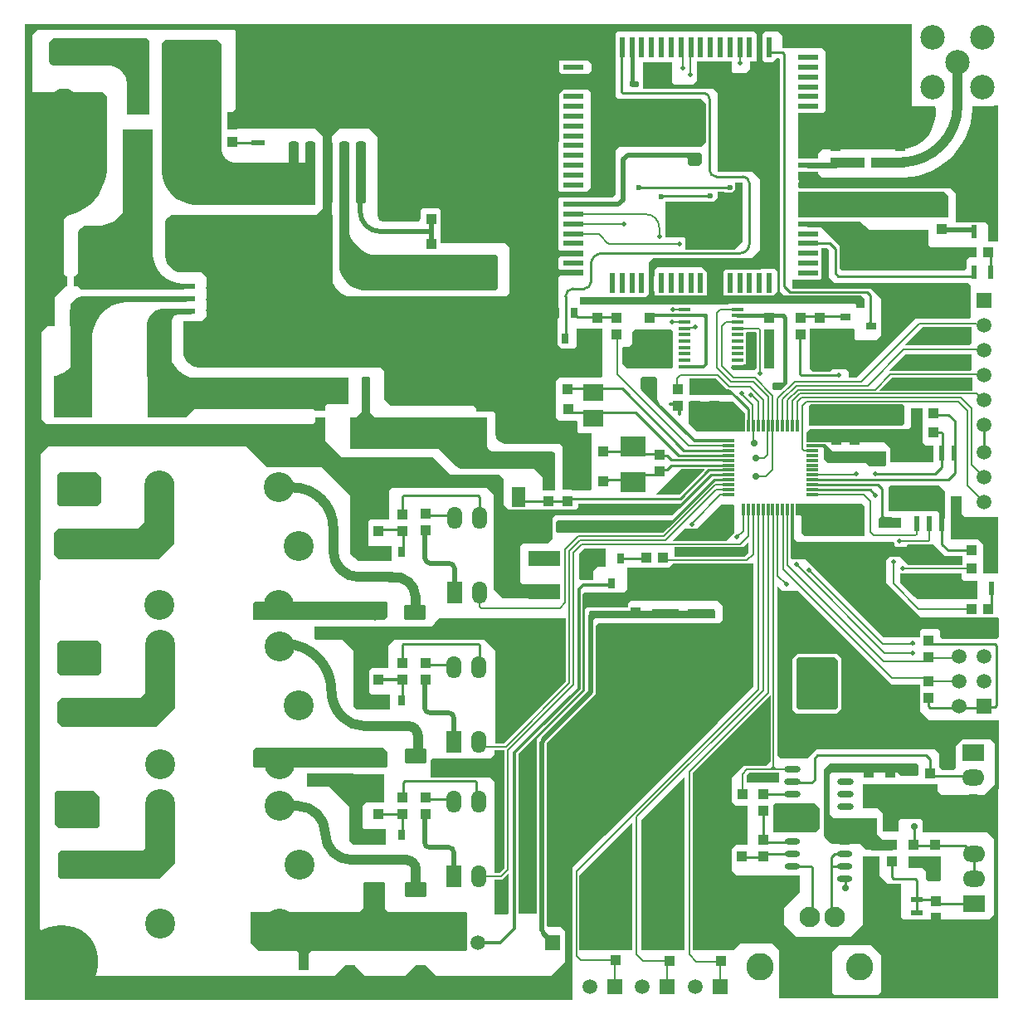
<source format=gtl>
G04*
G04 #@! TF.GenerationSoftware,Altium Limited,Altium Designer,21.0.8 (223)*
G04*
G04 Layer_Physical_Order=1*
G04 Layer_Color=255*
%FSTAX24Y24*%
%MOIN*%
G70*
G04*
G04 #@! TF.SameCoordinates,802AE027-55FB-4EE0-B797-8BAC3B94A1FA*
G04*
G04*
G04 #@! TF.FilePolarity,Positive*
G04*
G01*
G75*
%ADD10C,0.0100*%
%ADD11C,0.0079*%
%ADD16C,0.0098*%
%ADD18C,0.0118*%
%ADD20C,0.0197*%
%ADD26O,0.0669X0.0236*%
%ADD27R,0.1181X0.0394*%
%ADD28R,0.0433X0.0394*%
%ADD29R,0.0197X0.0571*%
%ADD30R,0.0394X0.0433*%
%ADD31R,0.0984X0.0669*%
G04:AMPARAMS|DCode=32|XSize=250mil|YSize=40.2mil|CornerRadius=10mil|HoleSize=0mil|Usage=FLASHONLY|Rotation=270.000|XOffset=0mil|YOffset=0mil|HoleType=Round|Shape=RoundedRectangle|*
%AMROUNDEDRECTD32*
21,1,0.2500,0.0201,0,0,270.0*
21,1,0.2299,0.0402,0,0,270.0*
1,1,0.0201,-0.0100,-0.1150*
1,1,0.0201,-0.0100,0.1150*
1,1,0.0201,0.0100,0.1150*
1,1,0.0201,0.0100,-0.1150*
%
%ADD32ROUNDEDRECTD32*%
%ADD33R,0.3937X0.3032*%
%ADD34R,0.0354X0.1299*%
%ADD35R,0.1102X0.0374*%
%ADD36R,0.0571X0.0197*%
%ADD37R,0.0472X0.0157*%
%ADD38R,0.0787X0.0236*%
%ADD39R,0.0236X0.0787*%
%ADD40R,0.0394X0.1181*%
G04:AMPARAMS|DCode=41|XSize=31.5mil|YSize=74.8mil|CornerRadius=7.9mil|HoleSize=0mil|Usage=FLASHONLY|Rotation=180.000|XOffset=0mil|YOffset=0mil|HoleType=Round|Shape=RoundedRectangle|*
%AMROUNDEDRECTD41*
21,1,0.0315,0.0591,0,0,180.0*
21,1,0.0157,0.0748,0,0,180.0*
1,1,0.0157,-0.0079,0.0295*
1,1,0.0157,0.0079,0.0295*
1,1,0.0157,0.0079,-0.0295*
1,1,0.0157,-0.0079,-0.0295*
%
%ADD41ROUNDEDRECTD41*%
%ADD42R,0.1280X0.0748*%
%ADD43R,0.0551X0.0787*%
%ADD44R,0.0512X0.0217*%
G04:AMPARAMS|DCode=45|XSize=86.6mil|YSize=59.1mil|CornerRadius=7.4mil|HoleSize=0mil|Usage=FLASHONLY|Rotation=180.000|XOffset=0mil|YOffset=0mil|HoleType=Round|Shape=RoundedRectangle|*
%AMROUNDEDRECTD45*
21,1,0.0866,0.0443,0,0,180.0*
21,1,0.0719,0.0591,0,0,180.0*
1,1,0.0148,-0.0359,0.0221*
1,1,0.0148,0.0359,0.0221*
1,1,0.0148,0.0359,-0.0221*
1,1,0.0148,-0.0359,-0.0221*
%
%ADD45ROUNDEDRECTD45*%
%ADD46R,0.0276X0.0433*%
%ADD47R,0.0787X0.0650*%
%ADD48R,0.0236X0.0630*%
%ADD49R,0.0472X0.0118*%
%ADD50R,0.0118X0.0472*%
%ADD51R,0.1535X0.1693*%
%ADD52R,0.0669X0.0984*%
%ADD53R,0.0480X0.0236*%
%ADD54R,0.1024X0.0787*%
%ADD55R,0.0433X0.0276*%
%ADD56O,0.0610X0.0236*%
%ADD105C,0.0394*%
%ADD106C,0.0100*%
%ADD107C,0.0146*%
%ADD108C,0.0217*%
%ADD109C,0.0224*%
%ADD110C,0.0091*%
%ADD111C,0.0154*%
%ADD112C,0.0157*%
%ADD113R,0.1260X0.0591*%
%ADD114C,0.0591*%
%ADD115R,0.0591X0.0591*%
%ADD116O,0.0600X0.0900*%
%ADD117R,0.0600X0.0900*%
%ADD118C,0.1200*%
%ADD119C,0.0197*%
%ADD120C,0.1100*%
%ADD121R,0.0591X0.0591*%
%ADD122C,0.2953*%
%ADD123C,0.0827*%
%ADD124C,0.1102*%
%ADD125R,0.0900X0.0650*%
%ADD126O,0.0900X0.0650*%
%ADD127C,0.0984*%
%ADD128C,0.0118*%
%ADD129C,0.0276*%
%ADD130C,0.0236*%
G36*
X015069Y04912D02*
X015111Y049078D01*
X015134Y049023D01*
X015134Y048993D01*
X015134D01*
X015134Y046093D01*
X014234D01*
X014234Y047293D01*
X01423Y047367D01*
X014202Y047511D01*
X014145Y047647D01*
X014064Y047769D01*
X01396Y047873D01*
X013837Y047955D01*
X013702Y048011D01*
X013557Y04804D01*
X013484Y048043D01*
X013484Y048043D01*
X011314Y048043D01*
X011268Y048043D01*
X011184Y048078D01*
X011119Y048143D01*
X011084Y048228D01*
X011084Y048273D01*
X011084Y048273D01*
X011084Y048893D01*
X011084Y048943D01*
X011122Y049035D01*
X011192Y049105D01*
X011284Y049143D01*
X011334Y049143D01*
X011334Y049143D01*
X014984Y049143D01*
X015014D01*
X015069Y04912D01*
D02*
G37*
G36*
X03465Y047429D02*
X034764D01*
X034795Y047398D01*
Y047264D01*
X034752Y04722D01*
X034465D01*
X034461Y047224D01*
X034438Y047248D01*
Y04741D01*
X034457Y047429D01*
X03456D01*
Y047518D01*
X034561D01*
X03465Y047429D01*
D02*
G37*
G36*
X045764Y049547D02*
X045764D01*
X045764Y049547D01*
X045764Y046749D01*
X04576Y046753D01*
Y046429D01*
X045764Y046425D01*
Y046417D01*
X046693Y046417D01*
X046712Y046312D01*
X04672Y046098D01*
X046696Y045885D01*
X046642Y045677D01*
X046558Y04548D01*
X046446Y045297D01*
X046309Y045132D01*
X046149Y044989D01*
X04597Y044871D01*
X045776Y04478D01*
X045571Y044719D01*
X045359Y044687D01*
X045251Y044687D01*
X045246Y044693D01*
X042173D01*
X042007Y044527D01*
X042005Y044314D01*
X041197D01*
X041196Y044315D01*
X041196Y044683D01*
X041197Y044683D01*
Y044776D01*
X041197Y046146D01*
X042201D01*
X042311Y046256D01*
Y046831D01*
Y04861D01*
X042157Y048764D01*
X040594D01*
X040591Y04876D01*
X040575Y048776D01*
Y049256D01*
X040394Y049437D01*
X03987D01*
X039752Y049319D01*
Y048389D01*
Y048279D01*
Y048277D01*
X03984Y048189D01*
X040157D01*
X040315Y048346D01*
X040434Y048346D01*
X040472Y048308D01*
X040472Y040079D01*
Y038959D01*
X040612Y038819D01*
X043724D01*
X043866Y038677D01*
X043866Y038498D01*
D01*
D01*
X043866Y038319D01*
X043531Y038319D01*
Y038445D01*
X043492Y038484D01*
X040807Y038484D01*
X040554Y038484D01*
X036198Y038466D01*
X036197Y038465D01*
X035315Y038465D01*
X032441D01*
Y03874D01*
X035078D01*
X035189Y038851D01*
Y038976D01*
X035421D01*
Y038867D01*
X035468Y038819D01*
X036929D01*
D01*
X03748D01*
X03752Y038858D01*
Y038937D01*
Y039764D01*
X037324Y03996D01*
X035542D01*
X035424Y039841D01*
Y039602D01*
X035184Y039602D01*
Y039643D01*
X035184Y040141D01*
X035353Y040315D01*
X039329D01*
X039646Y040632D01*
X039646Y043504D01*
X03937Y04378D01*
X037992D01*
X037953Y043819D01*
Y046968D01*
X037795Y047126D01*
X034976D01*
Y048189D01*
X036142D01*
Y047362D01*
X03622Y047283D01*
X036969D01*
X037126Y047441D01*
Y048228D01*
X038543D01*
Y047795D01*
X038583Y047756D01*
X039094D01*
X039252Y047913D01*
Y048228D01*
X039515D01*
X039515Y048389D01*
X039515Y049317D01*
X039395Y049437D01*
X033953D01*
X033862Y049346D01*
Y048252D01*
Y047409D01*
X033858Y047406D01*
Y046811D01*
X033937Y046732D01*
X037283D01*
X03748Y046535D01*
Y045D01*
X037283Y044803D01*
X034016D01*
X033858Y044646D01*
Y042874D01*
X03374Y042756D01*
X032551Y042759D01*
X031623Y042759D01*
X031571Y042707D01*
X031571Y042552D01*
Y0407D01*
X03164Y040631D01*
X03257D01*
Y040395D01*
X031642Y040395D01*
X031571Y040323D01*
Y039893D01*
X031619Y039845D01*
X032549D01*
Y039608D01*
X031621Y039609D01*
X031571Y039558D01*
Y037921D01*
X031583D01*
X031535Y037873D01*
X031535Y036831D01*
X03169Y036677D01*
X032181D01*
X032291Y036787D01*
X032291Y037496D01*
X033343Y037496D01*
X033343Y035583D01*
X03328Y03552D01*
X031607Y03552D01*
X031449Y035361D01*
Y03393D01*
X031591Y033787D01*
X031732D01*
Y033787D01*
X03228Y033791D01*
X032315Y033756D01*
Y033355D01*
X032394Y033276D01*
X032898D01*
X032898Y032907D01*
X032898Y031071D01*
X032831Y031004D01*
X032114Y031004D01*
X031732Y031386D01*
Y032749D01*
X031619Y032862D01*
X030614Y032862D01*
X030307D01*
X029438Y032868D01*
X029398Y032868D01*
X029319Y032884D01*
X029245Y032915D01*
X029179Y03296D01*
X029122Y033017D01*
X029078Y033084D01*
X029047Y033158D01*
X029031Y033237D01*
X029031Y033277D01*
X029032Y034061D01*
X028947Y034146D01*
X028299Y034146D01*
X028353Y0342D01*
X028175Y034378D01*
X024815D01*
X024547Y034646D01*
Y035776D01*
X024402Y035921D01*
X017173Y035921D01*
X017105D01*
X016971Y035948D01*
X016845Y036D01*
X016732Y036076D01*
X016635Y036172D01*
X016559Y036286D01*
X016507Y036412D01*
X016483Y036533D01*
X01648Y036535D01*
Y036546D01*
X01648Y036546D01*
X01648Y036614D01*
Y036614D01*
X01648D01*
X01648Y037268D01*
X01648D01*
Y037624D01*
X01648Y037624D01*
X01648Y037783D01*
X017236Y037783D01*
X017421Y037969D01*
Y039543D01*
X017224Y03974D01*
X016492Y03974D01*
X016492D01*
X01642Y03974D01*
X016277Y039768D01*
X016143Y039824D01*
X016023Y039905D01*
X01592Y040007D01*
X01584Y040128D01*
X015784Y040262D01*
X015756Y040404D01*
Y040476D01*
Y041661D01*
X015756Y041661D01*
Y0417D01*
X015771Y041776D01*
X015801Y041848D01*
X015844Y041912D01*
X015899Y041967D01*
X015963Y04201D01*
X016035Y04204D01*
X016111Y042055D01*
X01615D01*
X018394Y042055D01*
X018398Y042051D01*
X021827Y042051D01*
X022079Y042304D01*
Y042604D01*
X022079Y045221D01*
X02179Y04551D01*
X020307Y04551D01*
X020307Y045509D01*
X019241Y045509D01*
X01924Y04551D01*
X01921D01*
X01921D01*
X018295Y04551D01*
X018296Y0458D01*
X018258D01*
X018258Y0462D01*
X018483Y0462D01*
X01861Y046327D01*
X01861Y049441D01*
X018559Y049492D01*
X010622Y049492D01*
X010417Y049287D01*
Y047012D01*
X010445Y046984D01*
X011874D01*
X011886Y046996D01*
X011909Y046992D01*
X013256Y046992D01*
X013413Y046835D01*
X013413Y043976D01*
X013413Y043976D01*
X013413Y043845D01*
X013379Y043585D01*
X013311Y043332D01*
X013211Y04309D01*
X01308Y042863D01*
X01292Y042655D01*
X012735Y042469D01*
X012527Y04231D01*
X0123Y042179D01*
X012058Y042078D01*
X011837Y042019D01*
X011681Y041864D01*
Y039779D01*
Y039697D01*
X011823Y039555D01*
X011681D01*
X011681Y039244D01*
X011839D01*
X011322Y038727D01*
X011322Y038062D01*
X010437Y038046D01*
Y037698D01*
X010748Y037953D01*
Y037669D01*
X01111Y037645D01*
X010787Y037323D01*
Y033858D01*
X010988Y033657D01*
X019561Y033657D01*
X019561Y033657D01*
X021697Y033657D01*
X021803Y033764D01*
X021807Y03376D01*
X022189D01*
Y033D01*
X02285Y032339D01*
X02378Y032339D01*
X02378Y032339D01*
X026492D01*
X027213Y031618D01*
X029205D01*
X029374Y031449D01*
Y030622D01*
X029266D01*
Y030228D01*
X029287D01*
X029287Y030476D01*
X029535Y030228D01*
X02989D01*
X031232Y030228D01*
X031236Y030224D01*
X032276D01*
X03235Y030299D01*
Y030465D01*
X036606Y030465D01*
X036142Y03D01*
X032642Y03D01*
Y03D01*
X031449D01*
X031343Y029894D01*
Y029067D01*
X031142Y028866D01*
X03013Y028866D01*
X03002Y028756D01*
X03002Y027339D01*
X030138Y02722D01*
X03126Y02722D01*
X03126Y026646D01*
X029327Y026646D01*
X029127Y026845D01*
Y026845D01*
X029048Y026924D01*
X028957Y027016D01*
Y030827D01*
X028705Y031079D01*
X024846D01*
X024768Y031D01*
Y029819D01*
X023988Y029819D01*
X023913Y029744D01*
Y028803D01*
X023969Y028748D01*
X024858Y028748D01*
Y028146D01*
X024854Y028142D01*
X023524D01*
X02337Y028295D01*
X023205Y028461D01*
Y030787D01*
X022063Y031929D01*
X019874D01*
X019043Y03276D01*
X017921D01*
X017917Y032756D01*
X011063D01*
X010748Y032441D01*
Y027394D01*
X010744D01*
Y021031D01*
Y013394D01*
X012642Y011496D01*
X022547D01*
X022985Y011934D01*
X023063Y011902D01*
X023063Y011496D01*
X023231D01*
X023226Y01187D01*
X023371Y011931D01*
X023805Y011496D01*
X025394D01*
X025834Y011936D01*
X025869Y011922D01*
X025869Y011933D01*
X026228D01*
X026665Y011496D01*
X031287D01*
X031835Y012043D01*
X031835Y013276D01*
X031665Y013445D01*
X03115D01*
X031106Y013488D01*
Y014816D01*
X031102Y01482D01*
X031102Y020016D01*
X031102Y020016D01*
Y020858D01*
X033051Y022807D01*
X033051Y025535D01*
X033177Y025661D01*
X038035Y025661D01*
X038174Y0258D01*
Y026334D01*
X037965Y026543D01*
X034854Y026543D01*
X034461D01*
X034374Y026457D01*
Y026291D01*
X034209D01*
X034209Y026291D01*
X032713Y026291D01*
X032634Y026213D01*
X032634Y022961D01*
X030697Y021024D01*
X030697Y01398D01*
X029949Y01398D01*
Y02039D01*
X030603Y021044D01*
Y021044D01*
X032543Y022984D01*
Y026213D01*
Y026811D01*
X03263Y026898D01*
X034209D01*
X034315Y027004D01*
Y027902D01*
X036028D01*
X036169Y028043D01*
X036181D01*
D01*
X039409Y028043D01*
X039409Y02776D01*
X039409D01*
X039409Y02311D01*
X037947Y021647D01*
X033425Y017126D01*
Y017137D01*
X03213Y015845D01*
X03213Y011496D01*
X03213D01*
X03213Y010539D01*
X03213D01*
Y010536D01*
X031835Y010536D01*
Y010539D01*
X031672D01*
X031672Y010536D01*
X010118D01*
X010118Y010693D01*
Y033425D01*
X010118Y034331D01*
X010118Y034331D01*
Y039394D01*
Y04698D01*
X010114Y046984D01*
Y049718D01*
X045764D01*
Y049547D01*
D02*
G37*
G36*
X04905Y046469D02*
X049244D01*
Y040988D01*
X049244Y040988D01*
Y04098D01*
X049122Y04098D01*
Y04098D01*
X048815D01*
Y041661D01*
X048705Y041772D01*
X047535Y041772D01*
X047535Y042913D01*
X04731Y043139D01*
X041621D01*
X041213Y043139D01*
X041209Y043776D01*
X041925D01*
X041925Y04378D01*
X041929Y043776D01*
X041996D01*
Y043709D01*
X042157Y043548D01*
X045317Y043548D01*
X045458Y043552D01*
X04574Y043579D01*
X046017Y043635D01*
X046288Y043717D01*
X046549Y043825D01*
X046799Y043958D01*
X047034Y044115D01*
X047252Y044295D01*
X047452Y044495D01*
X047632Y044713D01*
X047789Y044948D01*
X047922Y045198D01*
X04803Y045459D01*
X048112Y04573D01*
X048168Y046007D01*
X048195Y046289D01*
X048199Y04643D01*
X048199Y04643D01*
X048215Y046446D01*
X048222Y046438D01*
X049047D01*
Y046472D01*
X04905Y046469D01*
D02*
G37*
G36*
X037244Y044567D02*
X037323Y044488D01*
X037323Y044134D01*
X037205Y044016D01*
X03685Y044016D01*
X036772Y044094D01*
Y044291D01*
X036614Y044449D01*
X036772D01*
Y044528D01*
X036811Y044567D01*
X037244Y044567D01*
D02*
G37*
G36*
X038976Y042598D02*
X038976D01*
X038976Y040984D01*
X038661Y040669D01*
X036654D01*
Y041102D01*
X036614Y041142D01*
X035906D01*
X035866Y041181D01*
Y042598D01*
X037795Y042598D01*
X037953Y042756D01*
Y042992D01*
X038228D01*
X038268Y042953D01*
X038543D01*
X038661Y043071D01*
Y043346D01*
X038976D01*
X038976Y042598D01*
D02*
G37*
G36*
X018024Y048924D02*
X018024Y044713D01*
X018026Y044658D01*
X018048Y04455D01*
X01809Y044449D01*
X018151Y044358D01*
X018228Y04428D01*
X018319Y04422D01*
X01842Y044178D01*
X018528Y044156D01*
X018583Y044154D01*
X018583D01*
X021811Y044154D01*
X021811Y042472D01*
X017004Y042472D01*
X016913Y042472D01*
X016734Y042496D01*
X016559Y042543D01*
X016392Y042612D01*
X016235Y042703D01*
X016092Y042813D01*
X015964Y042941D01*
X015854Y043084D01*
X015763Y043241D01*
X015694Y043408D01*
X015647Y043583D01*
X015624Y043762D01*
X015624Y043853D01*
Y043853D01*
X015624Y048924D01*
X015774Y049074D01*
X017874Y049074D01*
X018024Y048924D01*
D02*
G37*
G36*
X046654Y042992D02*
X046655Y04299D01*
X047073Y04299D01*
X047228Y042835D01*
X047228Y041961D01*
X045948Y041961D01*
X041197Y041961D01*
X041197Y042992D01*
X046654Y042992D01*
D02*
G37*
G36*
X015263Y040546D02*
X015266Y040464D01*
X015287Y0403D01*
X01533Y040141D01*
X015393Y039988D01*
X015476Y039845D01*
X015576Y039714D01*
X015693Y039598D01*
X015824Y039497D01*
X015967Y039415D01*
X016119Y039351D01*
X016279Y039309D01*
X016442Y039287D01*
X016525Y039284D01*
X016525D01*
Y039089D01*
X016508Y039067D01*
X014528Y039067D01*
X014524Y039071D01*
X012374Y039071D01*
X012252Y039193D01*
Y039559D01*
X012102D01*
X012252Y039709D01*
Y04124D01*
X012252Y041278D01*
X012267Y041352D01*
X012295Y041421D01*
X012337Y041484D01*
X01239Y041537D01*
X012453Y041579D01*
X012522Y041607D01*
X012596Y041622D01*
X012634Y041622D01*
X012634Y041622D01*
X013185Y041622D01*
X013289Y041642D01*
X013491Y041707D01*
X013681Y041803D01*
X013852Y041928D01*
X014002Y042078D01*
X014067Y042167D01*
X014067Y045488D01*
X015263Y045488D01*
Y040546D01*
D02*
G37*
G36*
X043862Y041638D02*
Y041638D01*
X044059Y041441D01*
X046425Y041441D01*
X046425Y040843D01*
X046528Y04074D01*
X047949D01*
Y040506D01*
X048197Y040504D01*
X047949Y040256D01*
Y039894D01*
X047866Y039811D01*
X042949Y039811D01*
X042874Y039886D01*
X042874Y040205D01*
X042874D01*
X042874Y040823D01*
X042026Y041671D01*
X04215Y041795D01*
X043705Y041795D01*
X043862Y041638D01*
D02*
G37*
G36*
X016644Y038567D02*
X01428Y038567D01*
X01428Y038567D01*
X014185Y038564D01*
X013998Y038539D01*
X013816Y03849D01*
X013642Y038418D01*
X013479Y038324D01*
X013329Y038209D01*
X013196Y038076D01*
X013081Y037927D01*
X012987Y037763D01*
X012915Y037589D01*
X012866Y037407D01*
X012842Y03722D01*
X012839Y037126D01*
X012839Y035268D01*
X011945Y035268D01*
Y035591D01*
X011299Y035591D01*
X011382Y035601D01*
X011542Y035645D01*
X011692Y035715D01*
X011828Y03581D01*
X011945Y035926D01*
X011945Y03828D01*
Y03828D01*
X011945Y038329D01*
X011964Y038427D01*
X012002Y038518D01*
X012057Y038601D01*
X012128Y038671D01*
X01221Y038726D01*
X012302Y038764D01*
X012399Y038783D01*
X012449Y038783D01*
X016652Y038783D01*
X016644Y038567D01*
D02*
G37*
G36*
X016822Y038071D02*
X016315Y038071D01*
X016315Y038071D01*
X016288Y03807D01*
X016235Y038059D01*
X016185Y038038D01*
X01614Y038008D01*
X016102Y03797D01*
X016072Y037925D01*
X016051Y037875D01*
X016041Y037822D01*
X016039Y037795D01*
X016039Y036182D01*
X016044Y03617D01*
X016128Y036024D01*
X016231Y03589D01*
X01635Y035771D01*
X016484Y035669D01*
X016582Y035612D01*
X016582Y035614D01*
X016588Y035609D01*
X01663Y035584D01*
X016748Y035535D01*
X022181D01*
Y035535D01*
X023118D01*
X023118Y034453D01*
X022245D01*
X022181Y034387D01*
Y034244D01*
X021798D01*
X021798Y034186D01*
X02174Y034244D01*
X016927D01*
X016606Y033921D01*
X016528D01*
X016491Y034244D01*
X016343D01*
X016327Y034228D01*
X016311Y034244D01*
X015752D01*
X015759Y035495D01*
X01574D01*
X015752Y035547D01*
X015043Y035547D01*
X015043Y037638D01*
X015043Y037701D01*
X015068Y037826D01*
X015117Y037944D01*
X015187Y038049D01*
X015277Y038139D01*
X015383Y03821D01*
X015501Y038259D01*
X015625Y038283D01*
X015689Y038283D01*
X016831Y038283D01*
X016822Y038071D01*
D02*
G37*
G36*
X042441Y04063D02*
X042441Y039543D01*
X042646Y039339D01*
X04802D01*
X048134Y039224D01*
Y038234D01*
Y038234D01*
Y037957D01*
X048051Y037874D01*
X047774D01*
X047819Y037919D01*
D01*
X047774Y037874D01*
X047637Y037874D01*
X045906Y037874D01*
X044843Y036811D01*
X043543Y035512D01*
X043228D01*
Y035748D01*
X04311Y035866D01*
X042598D01*
X042559Y035866D01*
X04248Y035787D01*
X04248Y035748D01*
X041811D01*
X041654Y035906D01*
Y036597D01*
Y036772D01*
Y03748D01*
X043425D01*
X043465Y037441D01*
Y037087D01*
X043543Y037008D01*
X044331Y037008D01*
X044528Y037205D01*
Y037874D01*
Y038386D01*
Y038685D01*
X044126Y039087D01*
X042534Y039087D01*
X040945Y039087D01*
X040945Y039449D01*
X04205Y039449D01*
X042049Y03945D01*
X042126Y039528D01*
Y040709D01*
X042362D01*
X042441Y04063D01*
D02*
G37*
G36*
X037566Y038064D02*
X037567Y037949D01*
X037482Y037948D01*
X037492Y037846D01*
X037391Y037948D01*
X036624Y037945D01*
X036624Y038088D01*
X037539Y03809D01*
X037566Y038064D01*
D02*
G37*
G36*
X044241Y037689D02*
X043964Y037686D01*
X044102Y037823D01*
Y037827D01*
X044104D01*
X044241Y037689D01*
D02*
G37*
G36*
X04776Y037555D02*
X048146D01*
Y036906D01*
X048051Y036811D01*
X045472D01*
X04622Y037559D01*
X047756D01*
X04776Y037555D01*
D02*
G37*
G36*
X039512Y037327D02*
X039512Y036059D01*
D01*
Y036056D01*
Y03601D01*
X039512D01*
X039512Y035886D01*
X039433Y035807D01*
X038587Y035807D01*
X03851Y035883D01*
Y035964D01*
X038535Y035964D01*
X038981Y035964D01*
Y036046D01*
X039062Y036047D01*
X039102Y036088D01*
Y037327D01*
X039126Y03735D01*
X039488D01*
X039512Y037327D01*
D02*
G37*
G36*
X036098Y037469D02*
X036177Y03739D01*
X036177Y035965D01*
X036118Y035906D01*
X034331D01*
X034134Y036102D01*
Y036732D01*
X034173Y036772D01*
X034406D01*
X034528Y036894D01*
X034528Y037362D01*
X034634Y037469D01*
X036098Y037469D01*
D02*
G37*
G36*
X04022Y035925D02*
X040181Y035886D01*
X039878Y035886D01*
X039827Y035937D01*
X039827Y037075D01*
X04022Y037075D01*
X04022Y035925D01*
D02*
G37*
G36*
X048173Y036457D02*
X048173Y035858D01*
X048101Y035786D01*
X044841D01*
X045512Y036457D01*
X048173Y036457D01*
D02*
G37*
G36*
X040528Y035039D02*
X040197Y035039D01*
X040157Y035079D01*
Y035272D01*
X040201Y035315D01*
X040724Y035315D01*
X040528Y035039D01*
D02*
G37*
G36*
X048201Y035512D02*
X048201Y035035D01*
X048165Y035D01*
X044449Y035D01*
X044961Y035512D01*
X048201Y035512D01*
D02*
G37*
G36*
X037894Y035492D02*
X038343Y035043D01*
X038413D01*
X038413Y035043D01*
X038426Y035043D01*
X038452Y035038D01*
X038476Y035028D01*
X038498Y035013D01*
X038508Y035004D01*
X038772Y03474D01*
X038624Y03474D01*
X038554Y034811D01*
X036876Y034829D01*
X036843Y034862D01*
X036843Y035492D01*
X037894Y035492D01*
D02*
G37*
G36*
X035524Y03548D02*
Y034743D01*
X035524Y034737D01*
X03553Y034693D01*
X035551Y034606D01*
X035586Y034524D01*
X035632Y034449D01*
X03566Y034414D01*
X035725Y034337D01*
X035524Y034539D01*
Y034488D01*
X035431Y034488D01*
X034903Y035016D01*
X034903D01*
X034897Y035022D01*
X034888Y035036D01*
X034881Y035052D01*
X034878Y035069D01*
X034878Y035077D01*
Y035504D01*
X034945Y035571D01*
X035433Y035571D01*
X035524Y03548D01*
D02*
G37*
G36*
X045472Y03437D02*
Y033701D01*
X045354Y033583D01*
X041654D01*
X041614Y033622D01*
Y03437D01*
X041693Y034449D01*
X045394D01*
X045472Y03437D01*
D02*
G37*
G36*
X039013Y034137D02*
X039013D01*
X039047Y034103D01*
Y033346D01*
X038189D01*
X037134Y033346D01*
X036807Y033673D01*
X036807Y034571D01*
X038579D01*
X039013Y034137D01*
D02*
G37*
G36*
X046181Y032913D02*
X046299Y032795D01*
X046614D01*
X046614Y032126D01*
X044921D01*
X044882Y032165D01*
Y032402D01*
X044882Y032677D01*
X04463Y032929D01*
X041518Y032929D01*
Y033329D01*
X041654Y033465D01*
X044921Y033465D01*
X04563Y033465D01*
X045733Y033567D01*
X045733Y034291D01*
X046181D01*
Y032913D01*
D02*
G37*
G36*
X042594Y032563D02*
X044123D01*
D01*
X044713Y032563D01*
X04474Y032535D01*
X04474Y032016D01*
X044665Y031941D01*
X044075D01*
X044066Y03195D01*
Y031948D01*
X043908Y032106D01*
X042386Y032106D01*
X042244Y032248D01*
Y032679D01*
X04219Y032733D01*
X04197D01*
Y032846D01*
X042311D01*
X042594Y032563D01*
D02*
G37*
G36*
X023992Y0355D02*
Y034138D01*
X024197Y033933D01*
Y033933D01*
X025016Y033933D01*
D01*
X026751D01*
X026751Y033933D01*
X028303D01*
Y033933D01*
X028697Y033933D01*
X028697Y032776D01*
X028744Y032686D01*
X028826Y032603D01*
X02893Y03255D01*
X028955Y032543D01*
X030925Y032543D01*
Y032543D01*
X031291Y032543D01*
X031291Y032543D01*
X031321Y032543D01*
X031376Y032521D01*
X031418Y032478D01*
X031441Y032423D01*
Y032394D01*
X031441Y031003D01*
X030925Y031003D01*
X030925Y03152D01*
X030602Y031843D01*
X027802Y031843D01*
X02775Y031843D01*
X027647Y031863D01*
X027551Y031903D01*
X027465Y031961D01*
X027428Y031997D01*
X02676Y032665D01*
X025008D01*
X023181Y032665D01*
X023181Y033933D01*
X023442Y033933D01*
X023657Y034148D01*
X023657Y03552D01*
X023681Y035543D01*
X023949Y035543D01*
X023992Y0355D01*
D02*
G37*
G36*
X037441Y031839D02*
X036417Y030815D01*
X035476D01*
X036524Y031862D01*
X037441Y031862D01*
Y031839D01*
D02*
G37*
G36*
X013205Y031504D02*
X013205Y03052D01*
X013028Y030343D01*
X011516Y030343D01*
X011425Y030433D01*
Y031626D01*
X011524Y031724D01*
X012984Y031724D01*
X013205Y031504D01*
D02*
G37*
G36*
X047087Y030945D02*
Y029843D01*
X046916D01*
X046906Y029833D01*
X04685Y029889D01*
Y030079D01*
X046772Y030157D01*
X044843D01*
X044843Y031118D01*
X044906Y031181D01*
X04685D01*
X047087Y030945D01*
D02*
G37*
G36*
X044685Y029921D02*
X044965Y029921D01*
X044965Y02949D01*
X044471Y02949D01*
X044425Y029535D01*
X044425Y029865D01*
X044426Y029866D01*
D01*
X044583Y030023D01*
X044685Y029921D01*
D02*
G37*
G36*
X036256Y02978D02*
X035772Y029295D01*
X031532D01*
X031476Y02935D01*
Y029709D01*
X031547Y02978D01*
X036256Y02978D01*
D02*
G37*
G36*
X043752Y030472D02*
X043854Y03037D01*
X043854Y029154D01*
X041465Y029154D01*
X041339Y02928D01*
X041339Y029961D01*
X041299Y03D01*
X041102D01*
Y030472D01*
X043752Y030472D01*
D02*
G37*
G36*
X038622Y030394D02*
X038622Y029327D01*
X038622Y029272D01*
X038299Y028949D01*
X03613Y028953D01*
X036634Y029457D01*
X036969D01*
X037126Y029457D01*
X038102Y030433D01*
X038583D01*
X038622Y030394D01*
D02*
G37*
G36*
X039205Y028917D02*
Y028504D01*
X039024Y028323D01*
X036244D01*
Y028709D01*
X038988D01*
X039201Y028921D01*
X039205Y028917D01*
D02*
G37*
G36*
X016126Y031343D02*
Y028846D01*
X015504Y028224D01*
X011488Y028224D01*
X011307Y028406D01*
Y029283D01*
X011465Y029441D01*
X014669D01*
X014933Y029705D01*
Y031236D01*
X01528Y031583D01*
X015831Y031583D01*
X015858Y03161D01*
X016126Y031343D01*
D02*
G37*
G36*
X041024Y029063D02*
X041173Y028913D01*
X041314D01*
X041315Y028908D01*
Y028913D01*
X044634Y028913D01*
X045031D01*
X045075Y02887D01*
Y028772D01*
X045114Y028732D01*
X045524D01*
X045559Y028768D01*
X045559Y028795D01*
X045587Y028823D01*
X04663Y028823D01*
X04672Y028732D01*
X047098Y028354D01*
X047783Y028354D01*
X047783Y028D01*
X045663Y028D01*
Y028D01*
X045593Y028D01*
X045593Y028D01*
X045591D01*
X04528Y028311D01*
X04485D01*
X044713Y028173D01*
X044713Y027299D01*
X046114Y025898D01*
X049217D01*
X049248Y025866D01*
Y025098D01*
X049167Y025018D01*
X046994Y025018D01*
X046882Y02513D01*
X046888Y025372D01*
X046825Y025435D01*
X046164D01*
X046087Y025358D01*
Y025122D01*
X046064Y025099D01*
X045845D01*
X045844Y025096D01*
X045839Y025102D01*
X044618D01*
X04413Y025591D01*
X043264Y026457D01*
X043269D01*
X041497Y028228D01*
X041315Y028228D01*
X041024D01*
Y028228D01*
X040945Y028228D01*
X040945D01*
X040915Y028258D01*
Y028258D01*
X040906Y028268D01*
X040906Y030008D01*
X041024D01*
X041024Y029063D01*
D02*
G37*
G36*
X033461Y027917D02*
X033142D01*
X032966Y027742D01*
Y027374D01*
X032453D01*
X032386Y027441D01*
Y028468D01*
X032583Y028665D01*
X033461D01*
Y027917D01*
D02*
G37*
G36*
X047776Y030748D02*
Y030059D01*
X047909Y029925D01*
X049228Y029925D01*
X049228Y02765D01*
X048606Y02765D01*
X048614Y027669D01*
Y028827D01*
X048417Y029024D01*
X047323D01*
Y030748D01*
X047776Y030748D01*
D02*
G37*
G36*
X047776Y027453D02*
X047878Y02735D01*
X048382D01*
Y026693D01*
X04838D01*
X04838Y026611D01*
X047898D01*
X045984Y026611D01*
X045863Y026731D01*
X045863D01*
X045299Y027295D01*
X045299Y027642D01*
X047776D01*
Y027453D01*
D02*
G37*
G36*
X03785Y026154D02*
Y025858D01*
X037113Y025858D01*
X033034Y025858D01*
X03289Y025714D01*
Y025854D01*
X032839Y025803D01*
X032795Y025858D01*
X03278Y025858D01*
Y026118D01*
X032815Y026154D01*
X037408Y026154D01*
X03785Y026154D01*
D02*
G37*
G36*
X02471Y026483D02*
X02471Y02592D01*
X024574Y025783D01*
X019343Y025783D01*
X019299Y025827D01*
Y026465D01*
X019353Y026518D01*
X024675Y026518D01*
X02471Y026483D01*
D02*
G37*
G36*
X013189Y024835D02*
Y024528D01*
X013189Y024528D01*
X013189Y023681D01*
X013051Y023543D01*
X011559Y023543D01*
X011417Y023685D01*
X011417Y024685D01*
Y02485D01*
X011539Y024972D01*
X013051D01*
X013189Y024835D01*
D02*
G37*
G36*
X016146Y024886D02*
Y02224D01*
X015406Y0215D01*
X011614Y0215D01*
X011425Y021689D01*
X011425Y022488D01*
X011591Y022654D01*
X014772Y022654D01*
X014953Y022835D01*
Y024858D01*
X015148Y025053D01*
X015978D01*
X016146Y024886D01*
D02*
G37*
G36*
X031866Y023315D02*
X029386Y020835D01*
X029059D01*
X029043Y02085D01*
Y024528D01*
X028591Y02498D01*
X024949D01*
X02472Y024752D01*
Y023858D01*
X024078D01*
X023866Y023646D01*
Y022976D01*
X024055Y022787D01*
X024811D01*
Y022185D01*
X024807Y022181D01*
X023476D01*
X023323Y022335D01*
Y02456D01*
X022896Y025D01*
X021819D01*
X021772Y025047D01*
X021772Y025508D01*
X026445D01*
X026606Y025669D01*
X026602Y025673D01*
X026799Y02587D01*
X031866D01*
Y023315D01*
D02*
G37*
G36*
X024693Y02048D02*
X024693Y019917D01*
X02463Y019854D01*
X019378Y019854D01*
X019307Y019925D01*
X019307Y020559D01*
X019406Y020657D01*
X024516Y020657D01*
X024693Y02048D01*
D02*
G37*
G36*
X040394Y019764D02*
X04D01*
X040197Y019961D01*
X040394Y019764D01*
D02*
G37*
G36*
X045945Y020039D02*
X046024Y019961D01*
X046024Y019685D01*
Y019606D01*
X045945Y019528D01*
X045315Y019528D01*
X045197Y019646D01*
X04252D01*
X042458Y019584D01*
Y017975D01*
X042598Y017835D01*
X04437Y017835D01*
X04437Y017176D01*
X045011Y016535D01*
X044134D01*
X044173Y016575D01*
Y01681D01*
X044019D01*
X044059Y01685D01*
Y01689D01*
X043912D01*
Y016541D01*
X043563Y01689D01*
X042559D01*
X042402Y017047D01*
Y017417D01*
X042244Y017165D01*
Y019656D01*
X042227D01*
Y019786D01*
X04248Y020039D01*
X045945Y020039D01*
D02*
G37*
G36*
X040433Y019252D02*
X039173D01*
X039134Y019291D01*
Y019567D01*
X039213Y019646D01*
X040433D01*
Y019252D01*
D02*
G37*
G36*
X040551Y026969D02*
X041181D01*
X043567Y024583D01*
X043567D01*
X043568Y024582D01*
X043728Y024421D01*
X043728D01*
X044957Y023189D01*
X046102Y023189D01*
X046102Y022114D01*
X046445Y021772D01*
X049248Y021772D01*
Y020984D01*
Y018984D01*
X04924Y018976D01*
Y013965D01*
X049236Y013961D01*
Y010591D01*
X045866Y010591D01*
X045866Y010591D01*
X040433D01*
Y010669D01*
X040433Y010669D01*
X040433D01*
X040433Y01252D01*
X040157Y012795D01*
X038858Y012795D01*
X038583Y01252D01*
X036969D01*
X036969Y015197D01*
X037165Y015D01*
X036969Y015197D01*
X036969Y019646D01*
X040079Y022756D01*
X040079Y020118D01*
X039882Y019921D01*
X039016D01*
X038543Y019449D01*
X038543Y018465D01*
X038701Y018307D01*
X039173D01*
X039173Y016772D01*
X03874D01*
X038543Y016575D01*
X038543Y015709D01*
X03874Y015512D01*
X04126D01*
Y014921D01*
Y014843D01*
X04063Y014213D01*
X04063Y013543D01*
X041102Y013071D01*
X04063D01*
D01*
X043307Y013071D01*
X04378Y013543D01*
Y016299D01*
X043937D01*
Y015984D01*
X044213Y015984D01*
Y016299D01*
X044449D01*
Y015512D01*
X044764Y015197D01*
X045315D01*
Y013858D01*
X045425Y013748D01*
X048848D01*
X049055Y013955D01*
Y017004D01*
X048811Y017248D01*
X046181D01*
X046181Y017717D01*
X046102Y017795D01*
X045315D01*
X045236Y017717D01*
X045236Y017283D01*
X044606Y017283D01*
X044606Y018032D01*
X044409Y018228D01*
X04378D01*
Y019173D01*
X046811D01*
Y018898D01*
X046961Y018748D01*
X048669D01*
X04878Y018858D01*
X049094Y019173D01*
Y020831D01*
X048941Y020984D01*
X047795D01*
X04752Y020709D01*
X04752Y019843D01*
X047441Y019764D01*
X046968Y019764D01*
X04685Y019882D01*
Y020433D01*
X046693Y020591D01*
X041929D01*
X041575Y020236D01*
X040472D01*
X040354Y020354D01*
Y020827D01*
X040354Y024421D01*
X040354D01*
Y027165D01*
X040551Y026969D01*
D02*
G37*
G36*
X013114Y018685D02*
Y017504D01*
X013031Y017421D01*
X011508D01*
X011343Y017587D01*
X011343Y018843D01*
X011421Y018921D01*
X012878D01*
X013114Y018685D01*
D02*
G37*
G36*
X042047Y018228D02*
X042047Y017402D01*
X04189Y017244D01*
X040236Y017244D01*
X040197Y017283D01*
X040197Y018346D01*
X040276Y018425D01*
X04185D01*
X042047Y018228D01*
D02*
G37*
G36*
X023315Y019606D02*
X023315Y019606D01*
X024547D01*
Y018445D01*
X023831D01*
X023693Y018307D01*
Y017445D01*
X023764Y017374D01*
X024638D01*
Y016772D01*
X024634Y016768D01*
X023303D01*
X02315Y016921D01*
Y018303D01*
X022362Y019091D01*
X021476D01*
Y019609D01*
X023315Y01961D01*
X023315Y019606D01*
D02*
G37*
G36*
X029398Y015815D02*
X02922Y015638D01*
X028988D01*
Y019268D01*
X028815Y019441D01*
X026469Y019441D01*
X026429Y01948D01*
Y020146D01*
X026496Y020213D01*
X028839D01*
X028988Y020362D01*
Y020539D01*
X029004Y020555D01*
X029398D01*
Y015815D01*
D02*
G37*
G36*
X016154Y0185D02*
Y016035D01*
X015516Y015398D01*
X011547Y015398D01*
X011472Y015472D01*
Y016433D01*
X011571Y016531D01*
X014862D01*
X014965Y016634D01*
Y018429D01*
X015291Y018756D01*
X015843D01*
X01587Y018783D01*
X016154Y0185D01*
D02*
G37*
G36*
X046929Y015354D02*
X04685Y015276D01*
X046417Y015276D01*
X046339Y015354D01*
X046339Y015669D01*
X046181Y015827D01*
X04563Y015827D01*
X04563Y016299D01*
X046929D01*
X046929Y015354D01*
D02*
G37*
G36*
X029555Y014016D02*
X029504Y013965D01*
X028988D01*
Y015346D01*
X029299D01*
X029555Y015602D01*
Y014016D01*
D02*
G37*
G36*
X034531Y01252D02*
X032406Y01252D01*
X032406Y015512D01*
X034532Y017638D01*
X034531Y01252D01*
D02*
G37*
G36*
X036641Y017642D02*
X036641Y012512D01*
X034882Y012512D01*
X034882Y017717D01*
X036641Y019476D01*
Y017642D01*
D02*
G37*
G36*
X024587Y015173D02*
Y014189D01*
X024705Y014071D01*
X027831D01*
X027886Y014016D01*
X027886Y012555D01*
X027831Y0125D01*
X021642Y0125D01*
X021535Y012394D01*
Y011732D01*
X021142D01*
Y012409D01*
X021051Y0125D01*
X019516D01*
X019201Y012815D01*
Y014071D01*
X023571D01*
X023728Y014228D01*
Y015213D01*
X024547D01*
X024587Y015173D01*
D02*
G37*
%LPC*%
G36*
X032772Y048252D02*
X031592D01*
X03159Y047834D01*
X031704Y04772D01*
X031768Y04772D01*
X032754D01*
X032898Y047864D01*
Y048126D01*
X032772Y048252D01*
D02*
G37*
G36*
X032756Y047087D02*
X03176D01*
X031587Y046914D01*
X031573Y043044D01*
X031621Y042996D01*
X03272D01*
X032877Y043153D01*
X032877Y046965D01*
X032756Y047087D01*
D02*
G37*
G36*
X039685Y042283D02*
X039673D01*
Y04066D01*
X039685Y040671D01*
Y042283D01*
D02*
G37*
G36*
X037958Y03996D02*
X037717D01*
Y03993D01*
X037958D01*
Y03996D01*
D02*
G37*
G36*
X039643D02*
X038353D01*
X038189Y039795D01*
Y038937D01*
X038189Y038858D01*
X038228Y038819D01*
X03865D01*
X040118Y038819D01*
X040209D01*
X040354Y038965D01*
X040354Y039806D01*
X040277Y039883D01*
X039643D01*
Y03996D01*
D02*
G37*
G36*
X023966Y04551D02*
X02276Y04551D01*
X022477Y045227D01*
Y042607D01*
X022476Y042606D01*
Y042051D01*
X02248D01*
X02248Y039349D01*
X022484Y039338D01*
X022554Y039209D01*
X022641Y039091D01*
X022745Y038987D01*
X022862Y0389D01*
X022992Y038831D01*
X023068Y038803D01*
X029469Y038803D01*
X029587Y038921D01*
X029587Y040772D01*
X029437Y040921D01*
X026827Y040921D01*
X026827Y04224D01*
X026747Y042319D01*
X026107D01*
X026024Y042236D01*
X026024Y041941D01*
X026024Y041941D01*
X026024Y041909D01*
X025999Y04185D01*
X025954Y041804D01*
X025894Y04178D01*
X025862Y04178D01*
X024563Y04178D01*
X024563Y04178D01*
X024538Y04178D01*
X024488Y041789D01*
X024442Y041809D01*
X0244Y041837D01*
X024364Y041872D01*
X024336Y041914D01*
X024317Y041961D01*
X024307Y04201D01*
Y042035D01*
X024307Y042316D01*
X024303Y04232D01*
Y042756D01*
Y045173D01*
X023966Y04551D01*
D02*
G37*
G36*
X028531Y034378D02*
X028413D01*
Y034261D01*
X028531Y034378D01*
D02*
G37*
G36*
X028368Y034262D02*
Y034215D01*
X028391Y034239D01*
X028368Y034262D01*
D02*
G37*
%LPD*%
G36*
X023148Y041349D02*
X023208Y041205D01*
X023304Y041039D01*
X02342Y040887D01*
X023556Y040751D01*
X023708Y040634D01*
X023874Y040538D01*
X024051Y040465D01*
X024052Y040465D01*
X029043Y040465D01*
X029122Y040386D01*
X029122Y03911D01*
X029029Y039018D01*
X026688Y039018D01*
X024014Y039018D01*
X023932D01*
X023916Y03902D01*
X023862D01*
X023862Y03902D01*
X023789Y03902D01*
X023645Y039039D01*
X023505Y039076D01*
X02337Y039132D01*
X023244Y039205D01*
X023129Y039293D01*
X023026Y039396D01*
X022937Y039512D01*
X022864Y039638D01*
X022809Y039772D01*
X022771Y039913D01*
X022752Y040057D01*
Y04013D01*
Y042602D01*
X023148D01*
Y041349D01*
D02*
G37*
%LPC*%
G36*
X042756Y024421D02*
X041161D01*
X040972Y024232D01*
X040972Y022181D01*
X041118Y022035D01*
X042738Y022035D01*
X042941Y022236D01*
Y023189D01*
X042941Y023189D01*
X042941Y024236D01*
X042756Y024421D01*
D02*
G37*
G36*
X042835Y012717D02*
X042559Y012441D01*
X042559Y010827D01*
X042677Y010709D01*
X044382D01*
X044528Y010854D01*
Y012323D01*
X044134Y012717D01*
X042835Y012717D01*
D02*
G37*
%LPD*%
G36*
X042665Y024287D02*
X042799Y024154D01*
X042799Y022287D01*
X042685Y022173D01*
X041228Y022173D01*
X041126Y022276D01*
X041126Y024209D01*
X041205Y024287D01*
X042665Y024287D01*
D02*
G37*
D10*
X039742Y044178D02*
G03*
X039743Y044178I-000052J000086D01*
G01*
X039729Y04417D02*
G03*
X03973Y04417I-000052J000086D01*
G01*
X039721Y044165D02*
G03*
X039722Y044165I-000052J000086D01*
G01*
X039644Y044118D02*
G03*
X039626Y044104I000052J-000085D01*
G01*
X039703Y043622D02*
G03*
X039703Y043623I-0001J-0D01*
G01*
X039684Y043963D02*
G03*
X039659Y044004I-000096J-000029D01*
G01*
X01752Y039667D02*
G03*
X01749Y039738I-0001J0D01*
G01*
X023985Y024976D02*
G03*
X023886Y024877I0J-0001D01*
G01*
X023659Y019532D02*
G03*
X023559Y019432I0J-0001D01*
G01*
Y017265D02*
G03*
X023659Y017165I0001J0D01*
G01*
X039699Y043901D02*
G03*
X039698Y043912I-0001J-000001D01*
G01*
X025395Y03078D02*
G03*
X025295Y03068I0J-0001D01*
G01*
X037638Y046713D02*
G03*
X037394Y046957I-000244J0D01*
G01*
X03924Y043331D02*
G03*
X038972Y043598I-000268J0D01*
G01*
X038846Y040512D02*
G03*
X03924Y040906I0J000394D01*
G01*
X037638Y043854D02*
G03*
X037894Y043598I000256J0D01*
G01*
X033315Y040512D02*
G03*
X032874Y040071I0J-000441D01*
G01*
X032598Y039094D02*
G03*
X032874Y039371I-000001J000276D01*
G01*
X032157Y039094D02*
G03*
X03185Y038787I000001J-000308D01*
G01*
X011708Y044434D02*
Y046592D01*
X011748Y044224D02*
Y0466D01*
X011469Y040327D02*
Y043203D01*
X049111Y024831D02*
X049169Y024772D01*
X046571Y024831D02*
X049111D01*
X046441Y024961D02*
X046571Y024831D01*
X049169Y022358D02*
Y024772D01*
X048598Y022264D02*
X048654Y022319D01*
X047654D02*
X047709Y022264D01*
X048598D01*
X046433Y022329D02*
X046492Y022271D01*
X047606D01*
X047654Y022319D01*
X046433Y022329D02*
Y022634D01*
X046441Y022642D01*
X039903Y035987D02*
Y035992D01*
X039928Y037192D02*
X040024Y037287D01*
X039928Y036018D02*
Y037192D01*
X039903Y035992D02*
X039928Y036018D01*
X0443Y031641D02*
X046706D01*
X046974Y031909D01*
X04191Y022531D02*
Y024087D01*
X041903Y022523D02*
X04191Y022531D01*
Y024087D02*
X041925Y024102D01*
X047256Y02708D02*
X047775D01*
X047817Y027057D02*
X048268D01*
X047775Y027015D02*
X047817Y027057D01*
X048268D02*
X048281Y027044D01*
X046974Y028837D02*
Y029646D01*
X047224Y028587D02*
X04815D01*
X046974Y028837D02*
X047224Y028587D01*
X048841Y026234D02*
X04895Y026344D01*
Y027044D01*
X048156Y043301D02*
X048228Y043374D01*
X046426Y043346D02*
X047825D01*
X044039Y044917D02*
X045298D01*
X04426Y041104D02*
X045511D01*
X044031Y044944D02*
X044039Y044936D01*
X044161Y041204D02*
X04426Y041104D01*
X044118Y040161D02*
Y041161D01*
X042409Y037268D02*
X043098D01*
X042935Y032214D02*
X04374D01*
X039635Y048781D02*
Y049661D01*
X039581Y045144D02*
X039663Y044799D01*
X039729Y044527D01*
X039743Y044178D02*
X039779Y0442D01*
X03973Y04417D02*
X039742Y044178D01*
X039729Y04417D02*
X039729Y04417D01*
X039722Y044165D02*
X039729Y04417D01*
X039722Y044165D02*
X039722Y044165D01*
X039721Y044165D02*
X039721Y044165D01*
X039691Y044147D02*
X039721Y044165D01*
X039626Y044104D02*
X039626Y044104D01*
X039703Y043622D02*
X039703Y043622D01*
X039659Y044004D02*
X039659Y044004D01*
X039301Y03601D02*
X039306D01*
X042402Y033858D02*
X042717D01*
X042381Y032205D02*
X042926D01*
X038747Y035966D02*
X039256D01*
X038249Y03495D02*
X038368D01*
X037646Y03974D02*
X037863Y039522D01*
X035177Y037169D02*
Y037362D01*
X037808Y03498D02*
X038128D01*
X037043Y034976D02*
X037075Y034945D01*
X037028Y034992D02*
X037043Y034976D01*
X037051Y034984D01*
X037031Y034965D02*
X037043Y034976D01*
X035771Y036031D02*
Y036152D01*
Y036028D02*
Y036031D01*
X035855D01*
X035306D02*
X035771D01*
X03529Y036015D02*
X035306Y036031D01*
X047474Y029646D02*
X048307D01*
X042357Y028697D02*
X04236Y028701D01*
X042736D01*
X041538Y028697D02*
X042357D01*
X046654Y015472D02*
Y016051D01*
X048002Y01175D02*
Y01221D01*
X045035Y013444D02*
Y014223D01*
X044882Y01898D02*
X046472D01*
X044823Y017638D02*
Y018921D01*
X044921Y014359D02*
Y01502D01*
X044989Y014291D02*
X045065D01*
X038309Y015392D02*
X040945D01*
X03589Y027016D02*
X038177D01*
X03578Y026906D02*
X03589Y027016D01*
X038228Y017795D02*
X038921D01*
X032174Y048781D02*
X033729D01*
X032154Y0488D02*
Y049451D01*
Y048387D02*
Y0488D01*
X031476Y040454D02*
Y042817D01*
Y039726D02*
Y040454D01*
X032875Y038609D02*
X032878Y038611D01*
X031476Y03896D02*
Y039726D01*
X031412Y038644D02*
Y038895D01*
X031417Y038051D02*
X031476Y03811D01*
X031467Y038119D02*
Y038617D01*
X028404Y042875D02*
X031535D01*
X028218Y036378D02*
X031299D01*
X027141Y037283D02*
X028162D01*
X02461Y042646D02*
X027339D01*
X026673Y036815D02*
X027141Y037283D01*
X026673Y036299D02*
Y036815D01*
X026646Y036272D02*
X026673Y036299D01*
X029898Y033402D02*
X030032Y033268D01*
X028504Y034268D02*
Y034929D01*
X026673Y035126D02*
X028307D01*
X024764D02*
X026673D01*
X022343Y047279D02*
X024013Y04895D01*
X021536Y048087D02*
X022343Y047279D01*
X02447Y043055D02*
X025143D01*
X021697Y036378D02*
X022768D01*
X021193Y036882D02*
X021697Y036378D01*
X018846Y036543D02*
X020135D01*
X019917Y033075D02*
X020146Y032846D01*
X018744Y037728D02*
Y039175D01*
X01774Y037756D02*
X017751Y037745D01*
X016894Y040594D02*
X017346Y040142D01*
X016705Y040594D02*
X017327Y039972D01*
X01752Y039143D02*
Y039667D01*
X018744Y036646D02*
Y037675D01*
Y036646D02*
X018846Y036543D01*
X032932Y028266D02*
X033305D01*
X023972Y03124D02*
X029119D01*
X024378Y029961D02*
X024488Y030071D01*
X023528Y030795D02*
X023972Y03124D01*
X023563Y030635D02*
X023633Y03039D01*
X023726Y030063D02*
X023772Y029902D01*
X023633Y03039D02*
X023726Y030063D01*
X02383Y029961D02*
X024378D01*
X023528Y03076D02*
X023563Y030635D01*
X023886Y024012D02*
Y024877D01*
Y024012D02*
X023944Y024071D01*
X024441Y018776D02*
Y019512D01*
X023659Y019532D02*
X024461D01*
X025962Y010664D02*
X02706D01*
X025962Y011299D02*
Y011326D01*
Y010664D02*
Y011299D01*
X023659Y017165D02*
X024504D01*
X023659D02*
X023659D01*
X025962Y011299D02*
X026031D01*
X025194Y010664D02*
X025962D01*
X025178Y010605D02*
X025261D01*
X023559Y017265D02*
Y019432D01*
Y017265D02*
Y017265D01*
X01148Y011761D02*
Y01317D01*
X021394Y011335D02*
X023583D01*
X023126Y011319D02*
X023177Y011268D01*
X021339Y01128D02*
X021366Y011252D01*
X023177Y010817D02*
X023536D01*
X023177Y010641D02*
X025186D01*
X01324D02*
X021386D01*
X023171D01*
X029177Y026937D02*
Y031182D01*
Y026937D02*
X029236Y026878D01*
X029119Y03124D02*
X029177Y031182D01*
X029236Y026878D02*
X030933D01*
X033169Y03413D02*
X034654D01*
X032945Y033906D02*
X033169Y03413D01*
X034654D02*
X036386Y032398D01*
X032076Y034125D02*
X032726D01*
X031961Y03424D02*
X032076Y034125D01*
X032726D02*
X032945Y033906D01*
X036386Y032398D02*
X038406D01*
X032941Y035079D02*
X034116D01*
X0366Y032594D02*
X038406D01*
X034116Y035079D02*
X0366Y032594D01*
X035773Y031825D02*
X035923D01*
X036102Y032004D02*
X038406D01*
X035923Y031825D02*
X036102Y032004D01*
X035744Y031752D02*
Y031796D01*
X035773Y031825D01*
X034967Y032462D02*
X035715D01*
X034654Y032776D02*
X034967Y032462D01*
X035715D02*
X03574Y032437D01*
X035773Y032382D02*
X035914D01*
X036087Y03221D02*
X038172D01*
X035744Y032411D02*
X035773Y032382D01*
X035914D02*
X036087Y03221D01*
X035657Y036315D02*
X03585D01*
X035228Y037264D02*
Y037413D01*
X035657Y036295D02*
X03585D01*
X035177Y037362D02*
X035228Y037413D01*
X031874Y035079D02*
X032941D01*
X035323Y036508D02*
Y037134D01*
X035375Y037081D01*
X035228Y037228D02*
X035323Y037134D01*
X030933Y026878D02*
X030984Y026929D01*
X031299Y036378D02*
X031329Y036348D01*
X042591Y041504D02*
X042737Y041357D01*
X042737D01*
X043669Y041205D02*
X043685Y041189D01*
X042591Y041504D02*
Y041524D01*
X032156Y042874D02*
X033671D01*
X035228Y037228D02*
Y037248D01*
X035395Y037081D02*
X035449Y037028D01*
X03592D01*
X035375Y037081D02*
X035395D01*
X048654Y022319D02*
X048673Y022299D01*
X049111D01*
X049169Y022358D01*
X041752Y032988D02*
X044888D01*
X045118Y030748D02*
X04691D01*
X045118D02*
Y031063D01*
X041422Y030234D02*
X041746D01*
X038228Y033937D02*
X03893D01*
X028378Y033602D02*
X028496Y03372D01*
X026673Y033618D02*
X027055D01*
X026331Y018647D02*
Y018661D01*
X034083Y047015D02*
X034141Y046957D01*
X037394D01*
X034083Y047015D02*
Y048741D01*
X034123Y048781D01*
X026031Y01311D02*
X027646D01*
X023761Y011335D02*
X02597D01*
X028417Y03972D02*
X028559Y039579D01*
X02826Y03976D02*
X028417D01*
X028909D01*
X028417Y03972D02*
X028909D01*
X02446Y039835D02*
X02826D01*
X02446Y039795D02*
X02826D01*
X032154Y047206D02*
X033456D01*
X040096Y048575D02*
X040575D01*
X040634Y039177D02*
Y048516D01*
Y039177D02*
X040853Y038958D01*
X040575Y048575D02*
X040634Y048516D01*
X024063Y039744D02*
X028169D01*
X024063Y039705D02*
X028169D01*
X022945Y043748D02*
Y043957D01*
Y040524D02*
Y043748D01*
X022949Y040524D02*
Y043748D01*
X02826Y039835D02*
X028303D01*
X02446Y03972D02*
X028417D01*
X02446Y03976D02*
X02826D01*
X042456Y040907D02*
X042681Y040681D01*
X041603Y040907D02*
X042456D01*
X042681Y039717D02*
Y040681D01*
X0442Y042522D02*
X04565D01*
X045684Y042488D01*
X046299D01*
Y042823D02*
Y042835D01*
Y042488D02*
Y04252D01*
Y042165D02*
Y042488D01*
Y04252D02*
Y042823D01*
Y042488D02*
X046705D01*
X028303Y039835D02*
X028417Y03972D01*
X041603Y042481D02*
X043032D01*
X027339Y042646D02*
X02745Y042535D01*
X020541Y0485D02*
X020652D01*
X020585Y047753D02*
X020625Y047712D01*
X020652D01*
X018461Y044984D02*
X018472Y044972D01*
X0195D01*
X0118Y0486D02*
X01465D01*
X035657Y036295D02*
Y036311D01*
Y036266D02*
Y036295D01*
X038132Y034976D02*
X038223D01*
X037795Y034992D02*
X037808Y03498D01*
X038223Y034976D02*
X038249Y03495D01*
X038128Y03498D02*
X038132Y034976D01*
X041268Y037248D02*
X041283Y037264D01*
X041268Y035669D02*
X041326Y03561D01*
X042835D01*
X041268Y035669D02*
Y037248D01*
X041213Y037984D02*
X042004D01*
X042106D02*
X043039D01*
X042004D02*
X042055Y037933D01*
X042106Y037984D01*
X03552Y036311D02*
X035657D01*
X035323Y036508D02*
X03552Y036311D01*
X035657Y036266D02*
X035771Y036152D01*
X039256Y035966D02*
X039301Y03601D01*
X038746Y035967D02*
X038747Y035966D01*
X039697Y04392D02*
X039698Y043912D01*
X039699Y043901D02*
X039703Y043623D01*
X039684Y043963D02*
X039687Y043954D01*
X039694Y043929D01*
X039596Y044067D02*
X039659Y044004D01*
X039694Y043929D02*
X039697Y04392D01*
X039703Y039989D02*
Y043622D01*
X039644Y044118D02*
X039691Y044146D01*
X039691Y044147D01*
X039691Y044147D01*
X039581Y045144D02*
X039635D01*
X039769Y044266D02*
X039774Y044229D01*
X039729Y044527D02*
X039758Y044338D01*
X039596Y044074D02*
X039626Y044104D01*
X039758Y044338D02*
X039769Y044266D01*
X039774Y044229D02*
X039779Y0442D01*
X040028Y048643D02*
Y048781D01*
Y048643D02*
X040096Y048575D01*
X041603Y043269D02*
X041634Y0433D01*
X032154Y042875D02*
X032156Y042874D01*
X033729Y04748D02*
Y048781D01*
X032154Y0488D02*
X032174Y048781D01*
X042635Y0433D02*
X0427Y043365D01*
X031476Y039726D02*
X031476Y039726D01*
X028327Y042953D02*
X028404Y042875D01*
X037863Y039332D02*
Y039522D01*
X041634Y0433D02*
X042635D01*
X033106Y038611D02*
X03311Y038607D01*
X033729Y042933D02*
Y04748D01*
X032632Y038607D02*
X032634Y038609D01*
X037465Y040111D02*
X037646Y03993D01*
X035304Y039872D02*
X035543Y040111D01*
X038664Y044121D02*
X038676Y044132D01*
X033671Y042874D02*
X033729Y042933D01*
X037646Y03974D02*
Y03993D01*
X032634Y038609D02*
X032875D01*
X041603Y043269D02*
Y043663D01*
X035543Y040111D02*
X037193D01*
X039644Y03993D02*
X039703Y039989D01*
X03311Y038607D02*
X03523D01*
X032878Y038611D02*
X033106D01*
X03523Y038607D02*
X035304Y038681D01*
Y039332D01*
Y039872D01*
X037193Y040111D02*
X037465D01*
X037646Y03993D02*
X039644D01*
X037666Y039332D02*
X037863D01*
X031535Y040513D02*
X032154D01*
X037863Y039332D02*
X03806D01*
X032154Y047206D02*
Y0476D01*
X038412Y044127D02*
X038415Y044124D01*
X038661D01*
X038664Y044121D01*
X038676Y044132D02*
X038989D01*
X039101Y04402D01*
X039562D01*
X039596Y044054D01*
Y044067D01*
X031535Y042875D02*
X032154D01*
X039596Y044067D02*
Y044074D01*
X031476Y042817D02*
X031535Y042875D01*
X041603Y04445D02*
Y044844D01*
X033456Y047206D02*
X033729Y04748D01*
X041603Y042088D02*
Y042481D01*
Y042875D01*
X0427Y043365D02*
X04515D01*
X045159Y043374D01*
X031476Y039726D02*
X032154D01*
X031476Y040454D02*
X031535Y040513D01*
X040853Y038958D02*
X04397D01*
X044094Y038834D01*
X029832Y049139D02*
X030912D01*
X027699Y048997D02*
X027841Y049139D01*
X028319Y032671D02*
X028378Y032729D01*
Y033602D01*
X028Y032671D02*
X028319D01*
X023819Y033039D02*
Y035165D01*
X024724Y035952D02*
X024769Y035996D01*
Y036022D01*
X024724Y035165D02*
Y035952D01*
X026673Y035126D02*
Y03597D01*
Y035075D02*
Y035126D01*
X026639Y036004D02*
X026673Y03597D01*
X026639Y036004D02*
Y03603D01*
X024724Y035165D02*
X024764Y035126D01*
X028307D02*
X028504Y034929D01*
X020272Y033178D02*
X020419Y033325D01*
X020272Y033067D02*
Y033178D01*
X010169Y033374D02*
X018157D01*
X020252Y033542D02*
Y033543D01*
X026646Y036038D02*
Y036272D01*
X026639Y03603D02*
X026646Y036038D01*
X029898Y033402D02*
Y034441D01*
X025323Y018578D02*
Y019254D01*
X025381Y019312D01*
X028215D02*
X028274Y019254D01*
Y018576D02*
Y019254D01*
X025381Y019312D02*
X028215D01*
X028343Y024835D02*
X028402Y024776D01*
X02528D02*
X025338Y024835D01*
X02528Y024071D02*
Y024776D01*
X028402Y023902D02*
Y024776D01*
X025338Y024835D02*
X028343D01*
X026331Y018647D02*
X026371Y018606D01*
X027244D02*
X027358Y018492D01*
X026371Y018606D02*
X027244D01*
X020339Y026385D02*
X020412D01*
X020864Y025933D02*
X024102D01*
X020412Y026385D02*
X020864Y025933D01*
X024102D02*
X024283D01*
X024071Y025965D02*
X024102Y025933D01*
X024201Y025835D01*
X044094Y037669D02*
Y038834D01*
X025957Y013146D02*
X026039D01*
X021366Y010666D02*
Y011252D01*
Y010666D02*
X021386Y010646D01*
Y010641D02*
Y010646D01*
X015859Y038157D02*
X01686D01*
X019961Y035433D02*
X020118Y035276D01*
X019976Y034689D02*
X020299Y035012D01*
X019122Y034669D02*
X019976D01*
X023528Y03076D02*
Y030795D01*
X031039Y030559D02*
X031047Y030551D01*
X029835Y030559D02*
X031039D01*
X034071Y02826D02*
X035055D01*
X035087Y028291D01*
X034665Y02676D02*
X034811Y026906D01*
X03578D01*
X019961Y035433D02*
X020276D01*
X020118Y035276D02*
X020299Y035095D01*
X034059Y028272D02*
X034071Y02826D01*
X033305Y028266D02*
X033311Y028272D01*
X020963Y020252D02*
X024346D01*
X023181Y013146D02*
X026D01*
X020295Y0135D02*
X021402D01*
Y01313D02*
X023087D01*
X021374D02*
X021402D01*
X021098Y015898D02*
X021154Y015953D01*
X025295Y030202D02*
Y03068D01*
X025395Y03078D02*
X028323D01*
X02528Y030035D02*
X025295Y030202D01*
X024327Y018661D02*
X024441Y018776D01*
Y019512D02*
X024461Y019532D01*
X028274Y018576D02*
X028358Y018492D01*
X021402Y01313D02*
Y0135D01*
X014988Y015972D02*
X015087Y016071D01*
X015185Y015972D02*
X015579Y016366D01*
X021402Y011992D02*
Y01313D01*
X01535Y024394D02*
Y024603D01*
X024209Y017992D02*
X02528D01*
Y017156D02*
Y017992D01*
X023988Y024067D02*
X024327D01*
X015563Y016547D02*
Y018391D01*
X01535Y024603D02*
X015551Y024804D01*
X038387Y034931D02*
X038506D01*
X038681Y034756D02*
X038681D01*
X038371Y034947D02*
X038387Y034931D01*
X038506D02*
X038681Y034756D01*
X038681D02*
X039193Y034244D01*
X042736Y02937D02*
X043453D01*
X042736Y028701D02*
X043453D01*
X024327Y023398D02*
X02528D01*
X025248Y023433D02*
X02528Y023402D01*
X024427Y023433D02*
X025248D01*
X025307Y022447D02*
Y02337D01*
X02528Y023398D02*
X025307Y02337D01*
X023638Y011335D02*
Y01139D01*
Y010919D02*
Y011335D01*
X022102Y010817D02*
X023177D01*
Y011268D01*
Y010641D02*
Y010817D01*
X023638Y011335D02*
X023761D01*
X023583D02*
X023638D01*
X025244Y029319D02*
X025346Y029421D01*
X025327Y028407D02*
Y029319D01*
X023886Y028524D02*
X024441D01*
X023772Y028638D02*
X023886Y028524D01*
X024488Y029409D02*
X0245Y029421D01*
X025346D01*
X023772Y029902D02*
X02383Y029961D01*
X027299Y029988D02*
X027382Y029906D01*
X026406Y029988D02*
X027299D01*
X026303Y030091D02*
X026406Y029988D01*
X026224Y030063D02*
X026317Y02997D01*
X028382Y029906D02*
Y030721D01*
X028323Y03078D02*
X028382Y030721D01*
X048827Y040551D02*
X048913Y040465D01*
X048906Y03974D02*
X048913Y039748D01*
Y040465D01*
X048164Y039598D02*
X048213Y039647D01*
X042681Y039717D02*
X042799Y039598D01*
X048164D01*
X048213Y039647D02*
Y03974D01*
X046155Y04039D02*
X046182D01*
X046241Y040449D02*
X048094D01*
X046182Y04039D02*
X046241Y040449D01*
X048726Y026313D02*
X048839D01*
X023772Y028638D02*
Y029902D01*
X023886Y022669D02*
Y024012D01*
Y022669D02*
X024004Y022551D01*
X024504D01*
X024346Y020252D02*
X024532Y020437D01*
X020565Y020214D02*
X020925D01*
X020354Y020004D02*
X020565Y020214D01*
X020925D02*
X020963Y020252D01*
X039193Y033579D02*
Y034244D01*
X032626Y032606D02*
X032677Y032555D01*
X032634Y031398D02*
X032677Y031354D01*
X032634Y031398D02*
Y032512D01*
X032677Y032555D01*
X035547Y029558D02*
X035967D01*
X03472D02*
X035547D01*
X035967D02*
X036227Y029818D01*
X038172Y03221D02*
X038396D01*
X038406Y032201D01*
X038172Y03221D02*
X038172Y03221D01*
X035568Y031619D02*
X035695Y031746D01*
X034954Y031619D02*
X035568D01*
X034654Y031319D02*
X034954Y031619D01*
X033555Y031425D02*
X034547D01*
X034654Y031319D01*
X037748Y034945D02*
X037795Y034992D01*
X037075Y034945D02*
X037748D01*
X040965Y029032D02*
Y030232D01*
X037596Y031809D02*
X038404D01*
X036445Y030657D02*
X037596Y031809D01*
X038404D02*
X038406Y031807D01*
X046974Y031909D02*
Y03248D01*
X045042Y032484D02*
X045971D01*
X045974Y03248D02*
X046474D01*
X045971Y032484D02*
X045974Y03248D01*
X041746Y030202D02*
X041751D01*
X041837Y030116D01*
X041161Y030232D02*
X041387D01*
X041417Y030202D01*
X041837Y030116D02*
X041884D01*
X041968Y030032D01*
X041417Y030202D02*
X041422D01*
X041968Y029388D02*
Y030032D01*
X041755Y031017D02*
X044083D01*
X041752Y03102D02*
X041755Y031017D01*
X038988Y033586D02*
X038996Y033579D01*
X03893Y033937D02*
X038988Y033878D01*
X044083Y031017D02*
X044293Y030806D01*
X038988Y033586D02*
Y033878D01*
X023536Y010817D02*
X023638Y010919D01*
X044386Y03122D02*
X04456Y031047D01*
X041756Y03122D02*
X044386D01*
X041752Y031217D02*
X041756Y03122D01*
X04456Y029694D02*
Y031047D01*
X031929Y030551D02*
X032035Y030657D01*
X036445D01*
X023087Y01313D02*
X023126Y013091D01*
X023181Y013146D01*
X026D02*
X026039Y013106D01*
X03026Y011043D02*
X030319Y011102D01*
X029465Y011043D02*
X03026D01*
X029319Y01119D02*
X029465Y011043D01*
X029319Y01119D02*
Y011319D01*
X025194Y010664D02*
X025194Y010664D01*
X026031Y011283D02*
X026044Y011271D01*
X025182Y010664D02*
X025194D01*
X025178Y01066D02*
X025182Y010664D01*
X026031Y011283D02*
Y011299D01*
X021339Y01128D02*
X021394Y011335D01*
X021366Y011957D02*
X021402Y011992D01*
X047654Y025319D02*
X048461D01*
X047461D02*
X047654D01*
X048307Y029646D02*
X048461Y029492D01*
X045042Y032721D02*
Y032747D01*
Y032484D02*
Y032721D01*
X048654Y032528D02*
Y033638D01*
X01148Y01317D02*
X011539Y013228D01*
X011251Y011532D02*
X01148Y011761D01*
X011748Y044224D02*
X011756Y044217D01*
X011865Y044325D01*
X017315Y039913D02*
X01749Y039738D01*
X017346Y039972D02*
Y040142D01*
X011556Y040576D02*
Y040953D01*
X011469Y043203D02*
X011716Y04345D01*
X037638Y043854D02*
Y046713D01*
X03924Y040906D02*
Y043331D01*
X037894Y043598D02*
X038972D01*
X033315Y040512D02*
X038846D01*
X032874Y039371D02*
Y040071D01*
X032598Y039094D02*
Y039094D01*
X03185Y038787D02*
X03185Y038787D01*
X032157Y039094D02*
X032598D01*
X03185Y037087D02*
Y038787D01*
X019173Y032913D02*
X019213Y032953D01*
X01465Y0486D02*
X01475Y0485D01*
X047164Y012654D02*
X047726Y012092D01*
X047897Y043301D02*
X048156D01*
X047871D02*
X047897D01*
X04495Y032839D02*
Y032926D01*
X044888Y032988D02*
X04495Y032926D01*
Y032839D02*
X045042Y032747D01*
X047362Y037992D02*
X04741D01*
X047451Y038033D02*
X047477D01*
X04741Y037992D02*
X047451Y038033D01*
X047825Y043346D02*
X047871Y043301D01*
X020276Y035433D02*
X020315Y035472D01*
X020299Y035012D02*
Y035095D01*
X020118Y035276D02*
X020999D01*
X021017Y035294D01*
X019976Y034669D02*
Y034689D01*
X040945Y015892D02*
X041713D01*
X041772Y015833D01*
Y013961D02*
Y015833D01*
X041661Y01385D02*
X041772Y013961D01*
X04252Y015892D02*
Y01626D01*
X042652Y016392D01*
X04252Y014272D02*
Y015892D01*
X043071D01*
X042522Y0139D02*
Y01427D01*
X04252Y014272D02*
X042522Y01427D01*
X043071Y015392D02*
X043084Y015379D01*
Y015017D02*
Y015379D01*
X039606Y020118D02*
X039607Y020119D01*
Y020208D01*
X044961Y015452D02*
Y016083D01*
Y015452D02*
X045019Y015394D01*
X0459D02*
X045959Y015335D01*
Y014567D02*
Y015335D01*
X045019Y015394D02*
X0459D01*
X044823Y015118D02*
X044921Y01502D01*
X044271Y015118D02*
X044823D01*
X044213Y015177D02*
Y015965D01*
Y015177D02*
X044271Y015118D01*
X046772Y013073D02*
X047088Y012757D01*
X046772Y013073D02*
Y01378D01*
X046732Y013819D02*
X046772Y01378D01*
X046654Y016051D02*
X046689Y016087D01*
X044094Y016083D02*
X044213Y015965D01*
X044921Y014359D02*
X044989Y014291D01*
X045841Y016732D02*
X047892D01*
X045839Y016756D02*
X045866Y016783D01*
Y01748D01*
X038228Y015472D02*
Y017795D01*
Y015472D02*
X038309Y015392D01*
X042652Y016392D02*
X043071D01*
X038921Y017795D02*
Y018087D01*
Y016945D02*
Y017795D01*
X045028Y013437D02*
X045035Y013444D01*
X048235Y018458D02*
X048241Y018465D01*
X048235Y017408D02*
Y018458D01*
X048228Y017402D02*
X048235Y017408D01*
X046496Y018583D02*
Y018957D01*
Y018583D02*
X046614Y018465D01*
X048241D01*
X044823Y018921D02*
X044882Y01898D01*
X038921Y018087D02*
X038945Y01811D01*
X040695Y016866D02*
X041161D01*
X03978Y016945D02*
Y01811D01*
Y016866D02*
Y016945D01*
X039805Y018778D02*
X040972D01*
X039803Y01878D02*
X039805Y018778D01*
X04185Y01937D02*
Y020236D01*
X041968Y020354D02*
X046339D01*
X04185Y020236D02*
X041968Y020354D01*
X040998Y019252D02*
X041732D01*
X04185Y01937D01*
X044016Y01898D02*
X044882D01*
X046472D02*
X046496Y018957D01*
X048178Y019528D02*
X048241Y019465D01*
X046496Y019626D02*
Y020197D01*
Y019626D02*
X046594Y019528D01*
X048178D01*
X046339Y020354D02*
X046496Y020197D01*
X040972Y019278D02*
X040998Y019252D01*
X043098Y015455D02*
X043101Y015458D01*
X03978Y016231D02*
X039926Y016378D01*
X038921Y016276D02*
X039063D01*
X039047Y01626D02*
X039726D01*
X039047D02*
X039063Y016276D01*
X03978Y016217D02*
Y016231D01*
X039926Y016378D02*
X040931D01*
X040945Y016392D01*
X04068Y01685D02*
X040695Y016866D01*
X03978Y016866D02*
X039795Y01685D01*
X04068D01*
X041161Y016866D02*
X041176Y01685D01*
X045839Y016087D02*
X046689D01*
X047892Y016732D02*
X048235Y01639D01*
X048264D01*
X045959Y014567D02*
X045959Y014567D01*
X046654D02*
X046831Y01439D01*
X045959Y014016D02*
Y014567D01*
X045959Y014567D02*
X046654D01*
X045065Y014253D02*
Y014291D01*
X045035Y014223D02*
X045065Y014253D01*
X046831Y01439D02*
X048264D01*
X044581Y029694D02*
X045108D01*
X045118Y029705D01*
X046673Y034016D02*
X047244D01*
X04748Y032486D02*
Y03378D01*
X047244Y034016D02*
X04748Y03378D01*
X042362Y033898D02*
X042402Y033858D01*
X04691Y030748D02*
X046968Y030689D01*
Y029652D02*
Y030689D01*
Y029652D02*
X046974Y029646D01*
X043098Y037224D02*
Y037268D01*
X03185Y03122D02*
X031929D01*
X041947Y029366D02*
X042357D01*
X041538D02*
X041947D01*
X041968Y029388D01*
X047509Y031682D02*
Y032249D01*
X047474Y032283D02*
X047509Y032249D01*
X04724Y031413D02*
X047509Y031682D01*
X042926Y032205D02*
X042935Y032214D01*
X042323Y032263D02*
Y032709D01*
Y032263D02*
X042381Y032205D01*
X04224Y032791D02*
X042323Y032709D01*
X041752Y032791D02*
X04224D01*
X010157Y033386D02*
X010169Y033374D01*
X033484Y031354D02*
X033555Y031425D01*
X03185Y030551D02*
X031929D01*
X031047D02*
X03185D01*
X031299Y036378D02*
X031359D01*
X031102Y036575D02*
X031299Y036378D01*
X031417Y036437D02*
Y038051D01*
X028162Y036433D02*
X028218Y036378D01*
X031359D02*
X031417Y036437D01*
X028162Y036433D02*
Y037283D01*
X045118Y030374D02*
Y030748D01*
X041899Y031413D02*
X04724D01*
X045948Y033324D02*
Y034092D01*
Y033324D02*
X045965Y033307D01*
X045974Y033297D01*
Y03248D02*
Y033297D01*
X046974Y03248D02*
X047008Y032514D01*
Y033249D01*
X046634Y033307D02*
X046949D01*
X047008Y033249D01*
X046588Y034061D02*
X046618Y034091D01*
X047474Y03248D02*
X04748Y032486D01*
X033031Y037382D02*
X033031Y037382D01*
X032312Y037965D02*
X033031D01*
X033898D01*
X032224Y038052D02*
X032312Y037965D01*
X032224Y038052D02*
Y03811D01*
X031467Y038119D02*
X031476Y03811D01*
X031378Y038622D02*
X031433D01*
X031463D02*
X031467Y038617D01*
X031412Y038644D02*
X031433Y038622D01*
X031412Y038895D02*
X031476Y03896D01*
X022768Y036378D02*
X022827Y036319D01*
X020223Y036882D02*
X021193D01*
X044094Y037669D02*
X044122Y037642D01*
X03481Y043156D02*
X038438D01*
X034803Y04315D02*
X03481Y043156D01*
X038438D02*
X038445Y043163D01*
X03569Y042794D02*
X035708Y042812D01*
X037656D02*
X037675Y04283D01*
X035708Y042812D02*
X037656D01*
X044118Y041161D02*
X044161Y041204D01*
X045511Y041104D02*
X045611Y041204D01*
X043729Y048712D02*
Y049602D01*
Y048712D02*
X044252Y048189D01*
X033465Y032555D02*
X034441D01*
X040949Y01778D02*
Y018254D01*
X040972Y018278D01*
X039803Y01811D02*
X039807Y018106D01*
X048264Y01539D02*
Y01639D01*
X020213Y036893D02*
X020223Y036882D01*
X01083Y04018D02*
X010977Y040327D01*
X011075D01*
X01083Y037937D02*
Y04018D01*
X019063Y034728D02*
X019122Y034669D01*
X01475Y042807D02*
Y045D01*
X016705Y040594D02*
X016894D01*
X015815Y034768D02*
X018024D01*
X020135Y036543D02*
X020276Y036684D01*
X018896Y037671D02*
X01895Y037617D01*
X018843Y037671D02*
X018896D01*
X012177Y035098D02*
Y036909D01*
X011888Y034809D02*
X012177Y035098D01*
X011014Y039876D02*
X011094Y039957D01*
X011014Y039876D02*
Y039876D01*
X01475Y040327D02*
Y042807D01*
Y039212D02*
Y040327D01*
X012846D02*
X01475D01*
X014809Y039154D02*
X016736D01*
X01475Y039212D02*
X014809Y039154D01*
X013929Y038661D02*
X016826D01*
X0158Y03477D02*
Y038099D01*
X015859Y038157D01*
X018726Y03771D02*
X018744Y037728D01*
X018094Y037756D02*
X018121D01*
X018084Y037745D02*
X018094Y037756D01*
X029888Y047997D02*
Y049083D01*
X027841Y049139D02*
X029832D01*
X029888Y049083D01*
X030632Y049107D02*
X030674Y049066D01*
X0117Y0466D02*
X011708Y046592D01*
X01475Y0467D02*
Y0485D01*
D11*
X035616Y041546D02*
G03*
X035075Y042087I-000541J0D01*
G01*
X033183Y041278D02*
G03*
X033128Y0413I-000055J-000056D01*
G01*
X033532Y040928D02*
G03*
X033587Y040906I000055J000056D01*
G01*
X028382Y026358D02*
G03*
X028472Y026268I000091J0D01*
G01*
X012555Y024007D02*
G03*
X012544Y024009I-000024J-000075D01*
G01*
X040591Y027835D02*
X044957Y023468D01*
X046283D02*
X046441Y023311D01*
X044957Y023468D02*
X046283D01*
X046441Y024291D02*
X046491Y024241D01*
X047417D02*
X047461Y024285D01*
X046491Y024241D02*
X047417D01*
X047461Y024285D02*
Y024319D01*
X040768Y027998D02*
X044636Y02413D01*
X046465Y024311D02*
Y024315D01*
X046283Y02413D02*
X046465Y024311D01*
X044636Y02413D02*
X046283D01*
X045028Y02724D02*
Y028134D01*
X046033Y026234D02*
X048171D01*
X045028Y02724D02*
X046033Y026234D01*
X045271Y028945D02*
X046416D01*
X044094Y029315D02*
X044236Y029173D01*
X045899D02*
X045945Y029219D01*
Y029616D01*
X045974Y029646D01*
X044236Y029173D02*
X045899D01*
X046416Y028945D02*
X046474Y029003D01*
Y029646D01*
X048154Y027854D02*
X048154Y027854D01*
X045406Y027854D02*
X048154D01*
X044663Y024465D02*
X045807D01*
X045811Y024469D01*
X041114Y028014D02*
X044663Y024465D01*
X045866Y024839D02*
X045867Y02484D01*
X044595Y024839D02*
X045866D01*
X033937Y035661D02*
Y037209D01*
X036807Y032791D02*
X038406D01*
X033937Y035661D02*
X036807Y032791D01*
X036145Y03827D02*
X036479D01*
X036484Y038274D01*
X036145Y03827D02*
X036145Y03827D01*
X038771Y037477D02*
X039623D01*
X039669Y037431D01*
X038746Y037502D02*
X038771Y037477D01*
X039669Y035689D02*
Y037431D01*
X038504Y035358D02*
X03939D01*
X037933Y035929D02*
Y038114D01*
Y035929D02*
X038504Y035358D01*
X037961Y035626D02*
X038425Y035161D01*
X039255D01*
X036462Y035626D02*
X037961D01*
X036123Y037766D02*
X036127Y037762D01*
X036573D01*
X036574Y037761D01*
X03662Y037502D02*
X036643Y037525D01*
X037039D01*
X037062Y037547D01*
X041631Y027803D02*
X044595Y024839D01*
X029528Y015744D02*
Y020547D01*
X029276Y015492D02*
X029528Y015744D01*
Y020547D02*
X032157Y023177D01*
Y028486D01*
X032Y023242D02*
Y028551D01*
X029447Y020689D02*
X032Y023242D01*
X032157Y028486D02*
X032502Y028831D01*
X032Y028551D02*
X032437Y028988D01*
X031628Y026268D02*
X031843Y026482D01*
Y028616D02*
X032372Y029146D01*
X031843Y026482D02*
Y028616D01*
X039394Y033549D02*
X039409Y033534D01*
Y032912D02*
Y033534D01*
Y032912D02*
X039428Y032893D01*
X039394Y033549D02*
X039398Y033553D01*
X03937Y033582D02*
Y034431D01*
Y033582D02*
X039398Y033553D01*
X039969Y032437D02*
Y033567D01*
X03983Y032298D02*
X039969Y032437D01*
Y033567D02*
X039992Y033591D01*
X039906Y031551D02*
X040168Y031813D01*
Y033569D02*
X040177Y033579D01*
X040168Y031813D02*
Y033569D01*
X039487Y032298D02*
X03983D01*
X039528Y031551D02*
X039906D01*
X036873Y047685D02*
Y048775D01*
X036879Y048781D01*
X036564Y047953D02*
Y048702D01*
X038862Y048157D02*
Y048766D01*
X036564Y047953D02*
X036576Y047941D01*
X036485Y048781D02*
X036564Y048702D01*
X023583Y011335D02*
X023638Y01139D01*
X032448Y012114D02*
X03385D01*
X032287Y012274D02*
X032448Y012114D01*
X033823Y012087D02*
X03385Y012114D01*
X033823Y011071D02*
Y012087D01*
X034705Y01235D02*
Y017886D01*
Y01235D02*
X034965Y012091D01*
X036024D01*
X035929Y011055D02*
Y011996D01*
X036024Y012091D01*
X038059Y012059D02*
X038087Y012087D01*
X038059Y011051D02*
Y012059D01*
X037098Y012071D02*
X038059D01*
X032287Y015691D02*
X039587Y02299D01*
Y030232D01*
X034705Y017886D02*
X039783Y022965D01*
X032287Y012274D02*
Y015691D01*
X039783Y022965D02*
Y030232D01*
X036815Y012354D02*
Y019693D01*
X03998Y022858D01*
Y030232D01*
X036815Y012354D02*
X037098Y012071D01*
X040197Y029989D02*
X040197Y029989D01*
Y019778D02*
Y029989D01*
X040177Y030232D02*
X040197Y030213D01*
Y029989D02*
Y030213D01*
X038134Y035992D02*
X03861Y035516D01*
X038134Y035992D02*
Y037598D01*
X03861Y035516D02*
X039455D01*
X040591Y027835D02*
Y029989D01*
X041378Y034403D02*
X041541Y034567D01*
X040374Y034677D02*
X041052Y035354D01*
X048619Y034641D02*
X048619D01*
X040768Y034625D02*
X041182Y035039D01*
X048165Y032016D02*
Y03428D01*
X040965Y034599D02*
X041247Y034882D01*
X048008Y031173D02*
X048486Y030695D01*
X040571Y034651D02*
X041117Y035197D01*
X041052Y035354D02*
X043727D01*
X048378Y034882D02*
X048619Y034641D01*
X044291Y035039D02*
X044898Y035646D01*
X048165Y032016D02*
X048486Y031695D01*
X041117Y035197D02*
X043993D01*
X041541Y034567D02*
X047643D01*
X04772Y034724D02*
X048165Y03428D01*
X041182Y035039D02*
X044291D01*
X041247Y034882D02*
X048378D01*
X041315Y034724D02*
X04772D01*
X047643Y034567D02*
X048008Y034202D01*
X043727Y035354D02*
X04607Y037697D01*
X048008Y031173D02*
Y034202D01*
X041161Y034571D02*
X041315Y034724D01*
X043993Y035197D02*
X045442Y036646D01*
X03939Y035358D02*
X039992Y034756D01*
Y033591D02*
Y034756D01*
X037933Y038114D02*
X038066Y038247D01*
X038723D01*
X038295Y037759D02*
X038745D01*
X038134Y037598D02*
X038295Y037759D01*
X032509Y042087D02*
X035075D01*
X035616Y041193D02*
Y041546D01*
X032154Y042088D02*
X032509Y042087D01*
X032154Y0413D02*
X033128D01*
X033249Y041212D02*
X033532Y040928D01*
X033183Y041278D02*
X033249Y041212D01*
X033587Y040906D02*
X036417D01*
X039455Y035516D02*
X040177Y034794D01*
X039255Y035161D02*
X039783Y034633D01*
X036323Y035487D02*
X036462Y035626D01*
X036323Y034992D02*
Y035487D01*
X038723Y038247D02*
X038746Y03827D01*
X038847Y048781D02*
X038862Y048766D01*
X032174Y041675D02*
X034184D01*
X032154Y041694D02*
X032174Y041675D01*
X038941Y03486D02*
X03937Y034431D01*
X038941Y03486D02*
Y034886D01*
X040177Y033579D02*
Y034794D01*
X038745Y037759D02*
X038746Y037758D01*
X041114Y028014D02*
Y028014D01*
X028571Y020689D02*
X029447D01*
X028472Y026268D02*
X031628D01*
X028382Y026358D02*
Y026906D01*
X035756Y028291D02*
X035874Y028173D01*
X039126D02*
X03939Y028437D01*
X035874Y028173D02*
X039126D01*
X03939Y028437D02*
Y030232D01*
X028358Y015492D02*
X029276D01*
X028358Y020902D02*
X028571Y020689D01*
X012819Y024376D02*
X012827Y024379D01*
X011976Y024102D02*
X012819Y024376D01*
X012544Y024009D02*
X012544Y024009D01*
X012555Y024007D02*
X012795Y023929D01*
X011976Y024102D02*
X012544Y024009D01*
X012827Y024379D02*
X013074Y024459D01*
X012795Y023929D02*
X013074Y023938D01*
X012795Y024194D02*
X013074Y024203D01*
X011976Y024102D02*
X012795Y024194D01*
X039299Y034811D02*
X039318D01*
X039485Y034645D01*
X023545Y011297D02*
X023583Y011335D01*
X023761D02*
X02381Y011285D01*
X023706Y01139D02*
X023761Y011335D01*
X041161Y033579D02*
Y034571D01*
X039783Y033579D02*
Y034633D01*
X039485Y034645D02*
X039485D01*
X039587Y034543D01*
Y033579D02*
Y034543D01*
X032437Y028988D02*
X035858D01*
X03887Y028831D02*
X039193Y029154D01*
X035793Y029146D02*
X037863Y031217D01*
X035858Y028988D02*
X037889Y03102D01*
X032502Y028831D02*
X03887D01*
X032372Y029146D02*
X035793D01*
X037889Y03102D02*
X038406D01*
X037863Y031217D02*
X038406D01*
X036944Y029638D02*
X036967Y029661D01*
Y029699D01*
X038078Y03081D01*
X038393D01*
X038406Y030823D01*
X044094Y029315D02*
Y03057D01*
X043841Y030823D02*
X044094Y03057D01*
X041752Y030823D02*
X043841D01*
X041378Y032641D02*
Y034403D01*
X048486Y031589D02*
Y031695D01*
Y030589D02*
Y030695D01*
X041424Y032595D02*
X041751D01*
X041378Y032641D02*
X041424Y032595D01*
X041751D02*
X041752Y032594D01*
X038734Y029109D02*
X038735D01*
X040713Y027208D02*
X040738D01*
X038996Y02937D02*
Y030232D01*
X038735Y029109D02*
X038996Y02937D01*
X041767Y031625D02*
X043513D01*
X040374Y027547D02*
X040713Y027208D01*
X040374Y027547D02*
Y030232D01*
X041752Y03161D02*
X041767Y031625D01*
X043513D02*
X043528Y031641D01*
X039193Y029154D02*
Y030232D01*
X046449Y023319D02*
X047654D01*
X046441Y023311D02*
X046449Y023319D01*
X023545Y011285D02*
Y011297D01*
X023638Y01139D02*
X023706D01*
X03912Y019778D02*
X040197D01*
X040768Y027998D02*
Y030232D01*
X038945Y019602D02*
X03912Y019778D01*
X040197D02*
X040972D01*
X040571Y030232D02*
X040591Y030213D01*
Y029989D02*
X040591Y029989D01*
X040591Y029989D02*
Y030213D01*
X048335Y037697D02*
X048386Y037646D01*
X04607Y037697D02*
X048335D01*
X040374Y033579D02*
Y034677D01*
X040571Y033579D02*
Y034651D01*
X040965Y033579D02*
Y034599D01*
X040768Y033579D02*
Y034625D01*
X044898Y035646D02*
X048386D01*
X045442Y036646D02*
X048386D01*
X038945Y018634D02*
Y019602D01*
D16*
X036228Y029817D02*
X037824Y031413D01*
X038406D01*
D18*
X035339Y035252D02*
Y035402D01*
X048654Y029528D02*
X048823Y029358D01*
Y027854D02*
Y029358D01*
X036257Y034462D02*
X036428Y034291D01*
X037012Y032988D02*
X038406D01*
X035339Y034662D02*
X037012Y032988D01*
X035339Y034662D02*
Y035252D01*
X036428Y034058D02*
Y034291D01*
X036062Y034462D02*
X036257D01*
X032394Y027024D02*
X032567Y027197D01*
X033634D02*
X033685Y027248D01*
X032567Y027197D02*
X033634D01*
X03064Y021276D02*
X032394Y02303D01*
Y027024D01*
X029811Y01339D02*
Y020447D01*
X029244Y012823D02*
X029811Y01339D01*
Y020447D02*
X03064Y021276D01*
X028335Y012823D02*
X029244D01*
X03064Y021276D02*
X03064D01*
D20*
X030969Y020988D02*
G03*
X030911Y020849I000139J-000139D01*
G01*
Y013333D02*
G03*
X030969Y013193I000197J0D01*
G01*
X023594Y042209D02*
G03*
X024417Y041386I000823J0D01*
G01*
X026453Y041359D02*
G03*
X026353Y041386I-0001J-00017D01*
G01*
X027358Y016453D02*
G03*
X027161Y01665I-000197J0D01*
G01*
X026185Y016846D02*
G03*
X026382Y01665I000197J0D01*
G01*
X027358Y021862D02*
G03*
X027161Y022059I-000197J0D01*
G01*
X026185Y022256D02*
G03*
X026382Y022059I000197J0D01*
G01*
X026209Y02826D02*
G03*
X026406Y028063I000197J0D01*
G01*
X027382Y027866D02*
G03*
X027185Y028063I-000197J0D01*
G01*
X030135Y035968D02*
X031295D01*
X038362Y027283D02*
X039252D01*
X038362D02*
Y027874D01*
X038087Y013519D02*
X038185Y013618D01*
X029319Y034681D02*
Y035177D01*
X029743Y027044D02*
Y027593D01*
X033134Y035929D02*
Y03726D01*
X032894Y035689D02*
X033134Y035929D01*
X031945Y035689D02*
X032894D01*
X029276Y029362D02*
Y030685D01*
Y029362D02*
X029354Y029283D01*
X030319D01*
X029743Y027593D02*
X029748Y027598D01*
X029743Y027044D02*
X029858Y026929D01*
X030984D01*
X044976Y019743D02*
X045529D01*
X032874Y022893D02*
Y025964D01*
X032926Y026016D01*
X030969Y020988D02*
X032874Y022893D01*
X030969Y013193D02*
X031335Y012828D01*
X030911Y013333D02*
Y020849D01*
X024417Y041386D02*
X026353D01*
X023594Y042209D02*
Y042598D01*
X026453Y041359D02*
Y041386D01*
X023594Y042598D02*
X023618Y043748D01*
X026453Y041359D02*
X026453Y041359D01*
Y041386D02*
Y041882D01*
Y04089D02*
Y041359D01*
X026453Y041882D02*
X026453Y041882D01*
X047035Y041441D02*
X048256D01*
X046972Y041504D02*
X047035Y041441D01*
X048256Y04138D02*
Y041441D01*
X038361Y027874D02*
Y027937D01*
Y027874D02*
X038362Y027874D01*
X042638Y027283D02*
X044567D01*
X038087Y012756D02*
Y013519D01*
X041783Y034327D02*
X04524D01*
X032154Y042481D02*
X033978D01*
X034161Y04428D02*
X03435Y044468D01*
X036929D01*
Y044173D02*
Y044468D01*
X034161Y042665D02*
Y04428D01*
X036929Y044468D02*
X037182D01*
X033978Y042481D02*
X034161Y042665D01*
X034717Y026039D02*
X037294D01*
X033134Y026018D02*
X034593D01*
X034665Y026091D01*
X037294Y026039D02*
X037298Y026035D01*
X033132Y026016D02*
X033134Y026018D01*
X034665Y026091D02*
X034717Y026039D01*
X032926Y026016D02*
X033132D01*
X043098Y019778D02*
X044016D01*
X043073Y01689D02*
X044094D01*
Y016762D02*
Y01689D01*
Y016752D02*
Y016762D01*
X034764Y026091D02*
X034823Y026031D01*
X034665Y026091D02*
X034764D01*
X027358Y015492D02*
Y016453D01*
X026382Y01665D02*
X027161Y01665D01*
X026185Y016846D02*
Y017862D01*
X026201Y01798D01*
X027358Y020902D02*
Y021862D01*
X026382Y022059D02*
X027161Y022059D01*
X026185Y022256D02*
Y023272D01*
X026201Y02339D01*
X026209Y029276D02*
X026224Y029394D01*
X026209Y02826D02*
Y029276D01*
X026406Y028063D02*
X027185Y028063D01*
X027382Y026906D02*
Y027866D01*
X044882Y01965D02*
X044976Y019743D01*
X044094Y016762D02*
X044193Y016861D01*
X044862D01*
X044961Y016762D01*
Y016752D02*
Y016762D01*
X042438Y019778D02*
X043098D01*
X044016Y01965D02*
Y019667D01*
X044114Y019766D02*
X044783D01*
X044882Y01965D02*
Y019667D01*
X044016D02*
X044114Y019766D01*
X044783D02*
X044882Y019667D01*
X042323Y017126D02*
Y019662D01*
X042438Y019778D01*
X042323Y017126D02*
X042557Y016892D01*
X043071D01*
X044094Y01689D02*
Y017579D01*
X044154Y017638D01*
X043071Y016892D02*
X043073Y01689D01*
D26*
X040972Y019278D02*
D03*
Y018278D02*
D03*
Y018778D02*
D03*
Y019778D02*
D03*
X043098Y018278D02*
D03*
Y018778D02*
D03*
Y019278D02*
D03*
Y019778D02*
D03*
D27*
X011102Y041126D02*
D03*
X012874D02*
D03*
X017429Y048072D02*
D03*
X0192D02*
D03*
D28*
X048819Y028587D02*
D03*
X04815D02*
D03*
X017805Y045706D02*
D03*
X018474D02*
D03*
X035756Y028291D02*
D03*
X035087D02*
D03*
X048841Y026234D02*
D03*
X048171D02*
D03*
X048154Y027854D02*
D03*
X048823D02*
D03*
X017791Y044984D02*
D03*
X018461D02*
D03*
X011626Y03939D02*
D03*
X012295D02*
D03*
X044154Y017638D02*
D03*
X044823D02*
D03*
X045965Y033307D02*
D03*
X046634D02*
D03*
X045948Y034092D02*
D03*
X046617D02*
D03*
X033346Y031354D02*
D03*
X032677D02*
D03*
X033346Y032555D02*
D03*
X032677D02*
D03*
X048815Y040551D02*
D03*
X048146D02*
D03*
X043654Y044169D02*
D03*
X044323D02*
D03*
D29*
X048281Y027044D02*
D03*
X04895D02*
D03*
X048256Y04138D02*
D03*
X048925D02*
D03*
X048921Y039748D02*
D03*
X048252D02*
D03*
D30*
X031941Y035055D02*
D03*
Y035724D02*
D03*
X031961Y033571D02*
D03*
Y03424D02*
D03*
X042591Y042193D02*
D03*
Y041524D02*
D03*
X035228Y037248D02*
D03*
Y037917D02*
D03*
X046441Y024961D02*
D03*
Y024291D02*
D03*
X026453Y042551D02*
D03*
Y041882D02*
D03*
X027071Y039244D02*
D03*
Y038575D02*
D03*
X043319Y042189D02*
D03*
Y04152D02*
D03*
X046972Y041504D02*
D03*
Y042173D02*
D03*
X045307Y044157D02*
D03*
Y044827D02*
D03*
X042685D02*
D03*
Y044157D02*
D03*
X038087Y012756D02*
D03*
Y012087D02*
D03*
X026362Y038575D02*
D03*
X026362Y039244D02*
D03*
X045118Y030374D02*
D03*
Y029705D02*
D03*
X033906Y03726D02*
D03*
Y037929D02*
D03*
X033134Y03726D02*
D03*
Y037929D02*
D03*
X021992Y033732D02*
D03*
Y034402D02*
D03*
X028465Y034358D02*
D03*
Y033689D02*
D03*
X024327Y018661D02*
D03*
Y017992D02*
D03*
X02528D02*
D03*
Y018661D02*
D03*
X026224Y018661D02*
D03*
Y017992D02*
D03*
X021327Y011256D02*
D03*
Y011925D02*
D03*
X042736Y02937D02*
D03*
Y028701D02*
D03*
X043453Y02937D02*
D03*
Y028701D02*
D03*
X024327Y030035D02*
D03*
Y029366D02*
D03*
X02528Y030035D02*
D03*
Y029366D02*
D03*
X026224Y030063D02*
D03*
Y029394D02*
D03*
Y023398D02*
D03*
Y024067D02*
D03*
X02528Y023402D02*
D03*
Y024071D02*
D03*
X024327Y023398D02*
D03*
Y024067D02*
D03*
X036366Y034382D02*
D03*
Y035051D02*
D03*
X037075Y034374D02*
D03*
Y035043D02*
D03*
X037819D02*
D03*
Y034374D02*
D03*
X035547Y030227D02*
D03*
Y029558D02*
D03*
X03472Y030227D02*
D03*
Y029558D02*
D03*
X026453Y04089D02*
D03*
Y04022D02*
D03*
X028571Y039244D02*
D03*
Y038575D02*
D03*
X027811Y039244D02*
D03*
Y038575D02*
D03*
X044882Y01898D02*
D03*
Y01965D02*
D03*
X03385Y012114D02*
D03*
Y012783D02*
D03*
X036024Y012091D02*
D03*
Y01276D02*
D03*
X039803Y01811D02*
D03*
Y01878D02*
D03*
X038945Y01878D02*
D03*
Y01811D02*
D03*
X038921Y016276D02*
D03*
Y016945D02*
D03*
X03978D02*
D03*
Y016276D02*
D03*
X046496Y019626D02*
D03*
Y018957D02*
D03*
X046689Y016756D02*
D03*
Y016087D02*
D03*
X045839Y016756D02*
D03*
Y016087D02*
D03*
X044961Y016752D02*
D03*
Y016083D02*
D03*
X044094Y016752D02*
D03*
Y016083D02*
D03*
X044016Y01965D02*
D03*
Y01898D02*
D03*
X046732Y014488D02*
D03*
Y013819D02*
D03*
X034665Y026091D02*
D03*
Y02676D02*
D03*
X042736Y032358D02*
D03*
Y033028D02*
D03*
X046441Y022642D02*
D03*
Y023311D02*
D03*
X043453Y032354D02*
D03*
Y033024D02*
D03*
X031177Y030551D02*
D03*
Y03122D02*
D03*
X031929Y030551D02*
D03*
Y03122D02*
D03*
X035626Y031748D02*
D03*
Y032417D02*
D03*
X040024Y037933D02*
D03*
Y037264D02*
D03*
X041283Y037264D02*
D03*
Y037933D02*
D03*
X042055Y037264D02*
D03*
Y037933D02*
D03*
D31*
X014554Y048189D02*
D03*
X016154D02*
D03*
X01083Y037937D02*
D03*
X01243D02*
D03*
D32*
X023618Y043748D02*
D03*
X022949D02*
D03*
X02228D02*
D03*
X02161D02*
D03*
X020941D02*
D03*
D33*
X022201Y047597D02*
D03*
D34*
X024272Y037941D02*
D03*
Y039752D02*
D03*
D35*
X044409Y042205D02*
D03*
Y04126D02*
D03*
X045874Y042197D02*
D03*
Y041252D02*
D03*
X037299Y027008D02*
D03*
Y026063D02*
D03*
X035858D02*
D03*
Y027008D02*
D03*
D36*
X0195Y045642D02*
D03*
Y044972D02*
D03*
D37*
X03662Y03827D02*
D03*
Y038014D02*
D03*
Y037758D02*
D03*
Y037502D02*
D03*
Y037246D02*
D03*
Y03699D02*
D03*
Y036734D02*
D03*
Y036478D02*
D03*
Y036222D02*
D03*
Y035967D02*
D03*
X038746Y036222D02*
D03*
Y036478D02*
D03*
Y036734D02*
D03*
Y03699D02*
D03*
Y037246D02*
D03*
Y037502D02*
D03*
Y037758D02*
D03*
Y038014D02*
D03*
Y03827D02*
D03*
Y035967D02*
D03*
D38*
X041603Y048387D02*
D03*
Y047993D02*
D03*
Y0476D02*
D03*
Y039726D02*
D03*
Y040119D02*
D03*
Y040513D02*
D03*
X032154Y039726D02*
D03*
Y040119D02*
D03*
Y040513D02*
D03*
Y047206D02*
D03*
Y048387D02*
D03*
Y047993D02*
D03*
Y0476D02*
D03*
Y043269D02*
D03*
Y043663D02*
D03*
Y044056D02*
D03*
Y04445D02*
D03*
Y044844D02*
D03*
Y045631D02*
D03*
Y046025D02*
D03*
Y046418D02*
D03*
Y046812D02*
D03*
Y045237D02*
D03*
Y042875D02*
D03*
X041603Y043269D02*
D03*
Y042481D02*
D03*
Y042088D02*
D03*
Y041694D02*
D03*
Y0413D02*
D03*
Y040907D02*
D03*
Y043663D02*
D03*
Y044056D02*
D03*
Y042875D02*
D03*
Y04445D02*
D03*
Y044844D02*
D03*
X032154Y042481D02*
D03*
Y0413D02*
D03*
Y042088D02*
D03*
Y041694D02*
D03*
Y040907D02*
D03*
X041603Y045237D02*
D03*
Y045631D02*
D03*
Y046025D02*
D03*
Y046418D02*
D03*
Y046812D02*
D03*
Y047206D02*
D03*
D39*
X033729Y048781D02*
D03*
X03806D02*
D03*
X037666D02*
D03*
X034517D02*
D03*
X03491D02*
D03*
X035304D02*
D03*
X035698D02*
D03*
X036091D02*
D03*
X036485D02*
D03*
X036879D02*
D03*
X034123D02*
D03*
X037272D02*
D03*
X038454D02*
D03*
X033729Y039332D02*
D03*
X034517D02*
D03*
X03491D02*
D03*
X035304D02*
D03*
X034123D02*
D03*
X037272D02*
D03*
X036879D02*
D03*
X036485D02*
D03*
X036091D02*
D03*
X035698D02*
D03*
X037666D02*
D03*
X038847D02*
D03*
X039241D02*
D03*
X039635D02*
D03*
X040028D02*
D03*
X03806D02*
D03*
X038454D02*
D03*
X040028Y048781D02*
D03*
X039635D02*
D03*
X039241D02*
D03*
X038847D02*
D03*
D40*
X020272Y033067D02*
D03*
Y034839D02*
D03*
X023181Y013114D02*
D03*
Y011343D02*
D03*
X026028Y013114D02*
D03*
Y011343D02*
D03*
X026673Y035075D02*
D03*
Y033303D02*
D03*
D41*
X024724Y035165D02*
D03*
X022913D02*
D03*
X023819D02*
D03*
D42*
Y033039D02*
D03*
D43*
X029957Y030736D02*
D03*
Y033256D02*
D03*
D44*
X018748Y037675D02*
D03*
Y038175D02*
D03*
Y038675D02*
D03*
X01674Y037675D02*
D03*
Y038175D02*
D03*
Y038675D02*
D03*
X018748Y039175D02*
D03*
X01674D02*
D03*
D45*
X025815Y020327D02*
D03*
X024161D02*
D03*
X025811Y026087D02*
D03*
X024157D02*
D03*
X024161Y014945D02*
D03*
X025815D02*
D03*
D46*
X025252Y022551D02*
D03*
X024504D02*
D03*
X024878Y021528D02*
D03*
Y027496D02*
D03*
X024504Y02852D02*
D03*
X025252D02*
D03*
Y017165D02*
D03*
X024504D02*
D03*
X024878Y016142D02*
D03*
X034059Y028272D02*
D03*
X033311D02*
D03*
X033685Y027248D02*
D03*
X031819Y037102D02*
D03*
X031445Y038126D02*
D03*
X032193D02*
D03*
D47*
X032945Y034929D02*
D03*
Y033906D02*
D03*
D48*
X045974Y03248D02*
D03*
X046474D02*
D03*
X046974D02*
D03*
X047474D02*
D03*
Y029646D02*
D03*
X046974D02*
D03*
X046474D02*
D03*
X045974D02*
D03*
D49*
X038406Y032988D02*
D03*
Y032791D02*
D03*
X041752Y032988D02*
D03*
Y032791D02*
D03*
Y032594D02*
D03*
Y032398D02*
D03*
Y032201D02*
D03*
Y032004D02*
D03*
Y031807D02*
D03*
Y03161D02*
D03*
Y031413D02*
D03*
Y031217D02*
D03*
Y03102D02*
D03*
Y030823D02*
D03*
X038406D02*
D03*
Y03102D02*
D03*
Y031217D02*
D03*
Y031413D02*
D03*
Y03161D02*
D03*
Y031807D02*
D03*
Y032004D02*
D03*
Y032201D02*
D03*
Y032398D02*
D03*
Y032594D02*
D03*
Y032791D02*
D03*
D50*
X041161Y033579D02*
D03*
X040965D02*
D03*
X040768D02*
D03*
X040571D02*
D03*
X040374D02*
D03*
X040177D02*
D03*
X03998D02*
D03*
X039783D02*
D03*
X039587D02*
D03*
X03939D02*
D03*
X040965Y030232D02*
D03*
X041161D02*
D03*
X040768D02*
D03*
X040571D02*
D03*
X040374D02*
D03*
X040177D02*
D03*
X03998D02*
D03*
X039783D02*
D03*
X039587D02*
D03*
X03939D02*
D03*
X039193Y033579D02*
D03*
Y030232D02*
D03*
X038996Y033579D02*
D03*
Y030232D02*
D03*
D51*
X012075Y034768D02*
D03*
X015815D02*
D03*
D52*
X01465Y0466D02*
D03*
Y045D02*
D03*
D53*
X045065Y014291D02*
D03*
X045959Y014567D02*
D03*
Y014016D02*
D03*
D54*
X034547Y031307D02*
D03*
Y032764D02*
D03*
D55*
X043098Y037972D02*
D03*
Y037224D02*
D03*
X044122Y037598D02*
D03*
D56*
X043071Y015392D02*
D03*
Y015892D02*
D03*
Y016392D02*
D03*
Y016892D02*
D03*
X040945Y015392D02*
D03*
Y015892D02*
D03*
Y016392D02*
D03*
Y016892D02*
D03*
D105*
X025917Y021134D02*
G03*
X025524Y021528I-000394J0D01*
G01*
X045307Y044169D02*
G03*
X0476Y046462I0J002293D01*
G01*
X022442Y022952D02*
G03*
X022883Y021889I001506J000002D01*
G01*
X020565Y024827D02*
G03*
X020373Y024747I0J-000272D01*
G01*
X022442Y022952D02*
G03*
X020565Y024827I-001877J-000002D01*
G01*
X02252Y029487D02*
G03*
X020894Y031109I-001626J-000004D01*
G01*
X022196Y017209D02*
G03*
X021087Y018315I-001109J-000003D01*
G01*
X02251Y01645D02*
G03*
X023218Y016157I000708J000709D01*
G01*
X022196Y017209D02*
G03*
X02251Y01645I001071J-000001D01*
G01*
X022883Y021889D02*
G03*
X023752Y021528I000872J000873D01*
G01*
X015143Y028894D02*
G03*
X015535Y029287I-000001J000394D01*
G01*
X025843Y015749D02*
G03*
X025449Y016142I-000394J-000001D01*
G01*
X025819Y026712D02*
G03*
X024878Y027494I-000796J0D01*
G01*
X015186Y015972D02*
G03*
X015579Y016366I-000001J000394D01*
G01*
X015143Y022102D02*
G03*
X015535Y022496I-000001J000394D01*
G01*
X024878Y016142D02*
G03*
X024768Y016157I-00011J-000378D01*
G01*
X02252Y028541D02*
G03*
X023552Y027507I001035J000001D01*
G01*
X023753Y021528D02*
X025524D01*
X025917Y020425D02*
Y021134D01*
X025815Y020327D02*
X025917Y020425D01*
X0476Y046462D02*
Y0482D01*
X045307Y044169D02*
X045307D01*
X044323Y044169D02*
X045307D01*
X042685Y044165D02*
X04363D01*
X043634Y044169D01*
X043654D01*
X042685Y044138D02*
Y044165D01*
X020354Y024728D02*
X020373Y024747D01*
X020565Y024827D02*
Y024827D01*
X02252Y028541D02*
Y029486D01*
X020339Y031109D02*
X020894D01*
X02252Y029487D02*
X02252Y029486D01*
X023219Y016157D02*
X024768Y016157D01*
X022196Y017209D02*
X022196Y017209D01*
X023218Y016157D02*
X023219Y016157D01*
X020366Y018315D02*
X021087D01*
X023752Y021528D02*
X023753Y021528D01*
X015535Y029287D02*
Y031185D01*
X011976Y028894D02*
X015143D01*
X024161Y014945D02*
X024169Y014846D01*
Y01353D02*
Y014846D01*
X024878Y016142D02*
X025449D01*
X025843Y015175D02*
Y015749D01*
X025819Y026185D02*
Y026712D01*
X025811Y026087D02*
X025819Y026185D01*
X014988Y015972D02*
X015186D01*
X01202D02*
X014988D01*
X015579Y016366D02*
Y018264D01*
X011976Y022102D02*
X015143D01*
X015535Y022496D02*
Y024394D01*
X02252Y028541D02*
X02252Y028541D01*
X023552Y027507D02*
X024867D01*
X024878Y027496D01*
D106*
X039729Y04417D02*
D03*
X039722Y044165D02*
D03*
X039721Y044165D02*
D03*
D107*
X036784Y035967D02*
G03*
X036783Y035967I0J-000146D01*
G01*
X037494Y036053D02*
Y037982D01*
X037459Y038018D02*
X037494Y037982D01*
X037249Y038018D02*
X037459D01*
X035284Y037951D02*
X03535Y038017D01*
X036618D02*
X03662Y038014D01*
X03535Y038017D02*
X036618D01*
X03662Y038014D02*
X036624Y038018D01*
X037409Y035967D02*
X037494Y036053D01*
X036784Y035967D02*
X037409D01*
X03662Y035967D02*
X036783Y035967D01*
X037096Y038018D02*
X037249D01*
X036624D02*
X037096D01*
D108*
X0429Y041205D02*
X043669D01*
X042738Y041366D02*
X0429Y041205D01*
X041603Y044056D02*
X042678D01*
D109*
X042675Y041689D02*
X042728Y041636D01*
X041608Y041689D02*
X042675D01*
X042906Y041532D02*
Y041551D01*
X04278Y041485D02*
X042907D01*
X042821Y041636D02*
X042906Y041551D01*
X042728Y041636D02*
X042821D01*
X041603Y041694D02*
X041608Y041689D01*
D110*
X034407Y030321D02*
X036136D01*
X026311Y033378D02*
X026974Y032715D01*
X026224Y024067D02*
X026285Y024006D01*
X027254D02*
X027358Y023902D01*
X026285Y024006D02*
X027254D01*
X026311Y033378D02*
Y033386D01*
X038406Y031413D02*
X038406Y031413D01*
X034401Y030327D02*
X034407Y030321D01*
X036136D02*
X036142Y030315D01*
X036399D02*
X037694Y03161D01*
X036142Y030315D02*
X036399D01*
X037694Y03161D02*
X038406D01*
X031087Y031193D02*
X031118Y031224D01*
D111*
X038747Y038015D02*
X040135D01*
X040136Y038016D01*
X040583D02*
X040673Y037926D01*
Y035335D02*
Y037926D01*
X040136Y038016D02*
X040583D01*
X040524Y035186D02*
X040673Y035335D01*
X040496Y035178D02*
X040504Y035186D01*
X040524D01*
X038746Y038014D02*
X038747Y038015D01*
D112*
X034528Y047303D02*
X034685D01*
X034687Y047301D01*
X034517Y047319D02*
Y048781D01*
D113*
X030984Y026929D02*
D03*
Y028268D02*
D03*
D114*
X028335Y012823D02*
D03*
X037059Y011051D02*
D03*
X034929Y011055D02*
D03*
X048654Y030528D02*
D03*
Y031528D02*
D03*
Y032528D02*
D03*
X032823Y011071D02*
D03*
X048654Y023319D02*
D03*
Y024319D02*
D03*
Y025319D02*
D03*
X047654Y022319D02*
D03*
Y023319D02*
D03*
Y024319D02*
D03*
Y025319D02*
D03*
X048654Y033638D02*
D03*
Y034638D02*
D03*
Y035638D02*
D03*
Y036638D02*
D03*
Y037638D02*
D03*
D115*
X031335Y012828D02*
D03*
X038059Y011051D02*
D03*
X035929Y011055D02*
D03*
X033823Y011071D02*
D03*
D116*
X027382Y029906D02*
D03*
X028382D02*
D03*
Y026906D02*
D03*
X028358Y015492D02*
D03*
Y018492D02*
D03*
X027358D02*
D03*
Y023902D02*
D03*
X028358D02*
D03*
Y020902D02*
D03*
D117*
X027382Y026906D02*
D03*
X027358Y015492D02*
D03*
Y020902D02*
D03*
D118*
X020366Y018315D02*
D03*
Y013591D02*
D03*
X015563Y018391D02*
D03*
Y013591D02*
D03*
X021154Y015953D02*
D03*
X021126Y028747D02*
D03*
X015535Y026385D02*
D03*
Y031185D02*
D03*
X020339Y026385D02*
D03*
Y031109D02*
D03*
X020354Y024728D02*
D03*
Y020004D02*
D03*
X015551Y024804D02*
D03*
Y020004D02*
D03*
X021142Y022366D02*
D03*
D119*
X017744Y037756D02*
D03*
Y038228D02*
D03*
Y038661D02*
D03*
Y039134D02*
D03*
X01798D02*
D03*
Y038661D02*
D03*
Y038228D02*
D03*
Y037756D02*
D03*
X017508D02*
D03*
Y038228D02*
D03*
Y038661D02*
D03*
Y039134D02*
D03*
X012386Y011457D02*
D03*
X010811Y012638D02*
D03*
X010614Y012047D02*
D03*
X011598Y011063D02*
D03*
X012583Y012047D02*
D03*
X012386Y012638D02*
D03*
X011598Y013032D02*
D03*
X010811Y011457D02*
D03*
X043465Y047598D02*
D03*
X044252Y049173D02*
D03*
X045039Y04878D02*
D03*
X045236Y048189D02*
D03*
X044252Y047205D02*
D03*
X043268Y048189D02*
D03*
X043465Y04878D02*
D03*
X045039Y047598D02*
D03*
X048513Y011502D02*
D03*
X046939Y012683D02*
D03*
X046742Y012092D02*
D03*
X047726Y011108D02*
D03*
X04871Y012092D02*
D03*
X048513Y012683D02*
D03*
X047726Y013076D02*
D03*
X046939Y011502D02*
D03*
X010965Y043453D02*
D03*
X011752Y045028D02*
D03*
X012539Y044634D02*
D03*
X012736Y044043D02*
D03*
X011752Y043059D02*
D03*
X010768Y044043D02*
D03*
X010965Y044634D02*
D03*
X012539Y043453D02*
D03*
X01926Y03935D02*
D03*
Y038996D02*
D03*
Y038642D02*
D03*
Y038287D02*
D03*
Y037925D02*
D03*
X019264Y039634D02*
D03*
X019654Y03935D02*
D03*
Y038996D02*
D03*
Y038642D02*
D03*
Y038287D02*
D03*
Y037925D02*
D03*
X019657Y039634D02*
D03*
X020047Y03935D02*
D03*
Y038996D02*
D03*
Y038642D02*
D03*
Y038287D02*
D03*
Y037925D02*
D03*
X020051Y039634D02*
D03*
X020441Y03935D02*
D03*
Y038996D02*
D03*
Y038642D02*
D03*
Y038287D02*
D03*
Y037925D02*
D03*
X020445Y039634D02*
D03*
X020835Y03935D02*
D03*
Y038996D02*
D03*
Y038642D02*
D03*
Y038287D02*
D03*
Y037925D02*
D03*
X020839Y039634D02*
D03*
X021193Y039343D02*
D03*
Y038988D02*
D03*
Y038634D02*
D03*
Y03828D02*
D03*
Y037917D02*
D03*
X021197Y039626D02*
D03*
X021587Y039343D02*
D03*
Y038988D02*
D03*
Y038634D02*
D03*
Y03828D02*
D03*
Y037917D02*
D03*
X021591Y039626D02*
D03*
X02198Y039343D02*
D03*
Y038988D02*
D03*
Y038634D02*
D03*
Y03828D02*
D03*
Y037917D02*
D03*
X021984Y039626D02*
D03*
X022341Y039336D02*
D03*
Y038982D02*
D03*
Y038628D02*
D03*
Y038273D02*
D03*
Y037911D02*
D03*
X022344Y03962D02*
D03*
X016244Y04063D02*
D03*
Y040984D02*
D03*
Y041339D02*
D03*
Y040278D02*
D03*
X016248Y041634D02*
D03*
X01624Y041906D02*
D03*
X017713D02*
D03*
X018106D02*
D03*
X0185D02*
D03*
X016567D02*
D03*
X016961D02*
D03*
X017319D02*
D03*
X019252Y041886D02*
D03*
X018807Y041894D02*
D03*
X020433Y041886D02*
D03*
X020039D02*
D03*
X019646D02*
D03*
X021185Y041878D02*
D03*
X020827Y041886D02*
D03*
X021972Y041878D02*
D03*
X021579D02*
D03*
X022333Y041872D02*
D03*
X01772Y041634D02*
D03*
X018114D02*
D03*
X018508D02*
D03*
X016575D02*
D03*
X016968D02*
D03*
X017327D02*
D03*
X01926Y041614D02*
D03*
X018815Y041622D02*
D03*
X020441Y041614D02*
D03*
X020047D02*
D03*
X019654D02*
D03*
X021193Y041606D02*
D03*
X020835Y041614D02*
D03*
X02198Y041606D02*
D03*
X021587D02*
D03*
X022341Y0416D02*
D03*
X021189Y039898D02*
D03*
X020831Y039906D02*
D03*
X021976Y039898D02*
D03*
X021583D02*
D03*
X022337Y039892D02*
D03*
X021189Y04026D02*
D03*
X020831Y040268D02*
D03*
X021976Y04026D02*
D03*
X021583D02*
D03*
X022337Y040254D02*
D03*
X021189Y040614D02*
D03*
X020831Y040622D02*
D03*
X021976Y040614D02*
D03*
X021583D02*
D03*
X022337Y040608D02*
D03*
X021189Y040968D02*
D03*
X020831Y040976D02*
D03*
X021976Y040968D02*
D03*
X021583D02*
D03*
X022337Y040962D02*
D03*
Y041317D02*
D03*
X021583Y041323D02*
D03*
X021976D02*
D03*
X020831Y041331D02*
D03*
X021189Y041323D02*
D03*
X019256Y039906D02*
D03*
X020437D02*
D03*
X020043D02*
D03*
X01965D02*
D03*
X019256Y040268D02*
D03*
X020437D02*
D03*
X020043D02*
D03*
X01965D02*
D03*
X019256Y040622D02*
D03*
X020437D02*
D03*
X020043D02*
D03*
X01965D02*
D03*
X019256Y040976D02*
D03*
X020437D02*
D03*
X020043D02*
D03*
X01965D02*
D03*
Y041331D02*
D03*
X020043D02*
D03*
X020437D02*
D03*
X018811Y041339D02*
D03*
X019256Y041331D02*
D03*
X029799Y035962D02*
D03*
X029484D02*
D03*
X031142Y041141D02*
D03*
X030433D02*
D03*
X030787D02*
D03*
X029154Y035661D02*
D03*
X029157Y035128D02*
D03*
Y035402D02*
D03*
X019724Y037283D02*
D03*
X020039D02*
D03*
X020354D02*
D03*
X020669D02*
D03*
X020984D02*
D03*
X021299D02*
D03*
X021614D02*
D03*
X021929D02*
D03*
X022244D02*
D03*
X022559D02*
D03*
X022874D02*
D03*
X023189D02*
D03*
X023504D02*
D03*
X023819D02*
D03*
X024134D02*
D03*
X024449D02*
D03*
X028543D02*
D03*
X028228D02*
D03*
X027913D02*
D03*
X027598D02*
D03*
X027283D02*
D03*
X026969D02*
D03*
X026654D02*
D03*
X026339D02*
D03*
X026024D02*
D03*
X025709D02*
D03*
X025394D02*
D03*
X025079D02*
D03*
X024764D02*
D03*
X019724Y036929D02*
D03*
X020039D02*
D03*
X020354D02*
D03*
X020669D02*
D03*
X020984D02*
D03*
X021299D02*
D03*
X021614D02*
D03*
X021929D02*
D03*
X022244D02*
D03*
X022559D02*
D03*
X022874D02*
D03*
X023189D02*
D03*
X023504D02*
D03*
X023819D02*
D03*
X024134D02*
D03*
X024449D02*
D03*
X028543D02*
D03*
X028228D02*
D03*
X027913D02*
D03*
X027598D02*
D03*
X027283D02*
D03*
X026969D02*
D03*
X026654D02*
D03*
X026339D02*
D03*
X026024D02*
D03*
X025709D02*
D03*
X025394D02*
D03*
X025079D02*
D03*
X024764D02*
D03*
X019409Y036614D02*
D03*
X019724D02*
D03*
X020039D02*
D03*
X020354D02*
D03*
X020669D02*
D03*
X020984D02*
D03*
X021299D02*
D03*
X021614D02*
D03*
X021929D02*
D03*
X022244D02*
D03*
X022559D02*
D03*
X022874D02*
D03*
X023189D02*
D03*
X023504D02*
D03*
X023819D02*
D03*
X024134D02*
D03*
X028543D02*
D03*
X028228D02*
D03*
X027913D02*
D03*
X027598D02*
D03*
X027283D02*
D03*
X026969D02*
D03*
X026654D02*
D03*
X026339D02*
D03*
X026024D02*
D03*
X025709D02*
D03*
X025394D02*
D03*
X025079D02*
D03*
X024764D02*
D03*
X024449D02*
D03*
X031075Y032096D02*
D03*
X031062Y031813D02*
D03*
X031066Y032362D02*
D03*
X0443Y031641D02*
D03*
X041628Y022523D02*
D03*
X042228Y022523D02*
D03*
X041363Y022523D02*
D03*
X041903D02*
D03*
X041368Y022305D02*
D03*
X041907D02*
D03*
X041633D02*
D03*
X042224Y022313D02*
D03*
X047532Y027269D02*
D03*
X047777Y027015D02*
D03*
X047039Y027269D02*
D03*
Y027015D02*
D03*
X047283Y026759D02*
D03*
X047532D02*
D03*
X047039D02*
D03*
X047532Y027015D02*
D03*
X047283Y027269D02*
D03*
Y027015D02*
D03*
X047777Y026759D02*
D03*
X045271Y028945D02*
D03*
X045028Y028134D02*
D03*
X045406Y027854D02*
D03*
X045811Y024469D02*
D03*
Y02484D02*
D03*
X045325Y026518D02*
D03*
X027509Y032329D02*
D03*
X028Y032608D02*
D03*
X036145Y03827D02*
D03*
X036123Y037766D02*
D03*
X037062Y037547D02*
D03*
X041611Y024122D02*
D03*
X041346D02*
D03*
X041886D02*
D03*
X042211Y024122D02*
D03*
X030047Y017948D02*
D03*
Y019159D02*
D03*
Y017116D02*
D03*
Y016851D02*
D03*
Y016612D02*
D03*
Y017662D02*
D03*
Y016285D02*
D03*
Y015999D02*
D03*
Y020281D02*
D03*
Y014126D02*
D03*
Y017389D02*
D03*
Y019979D02*
D03*
Y015114D02*
D03*
Y018556D02*
D03*
Y014514D02*
D03*
Y019486D02*
D03*
Y014849D02*
D03*
Y01828D02*
D03*
Y0154D02*
D03*
Y019722D02*
D03*
Y015735D02*
D03*
Y018842D02*
D03*
X017323Y041339D02*
D03*
X036873Y047685D02*
D03*
X036576Y047941D02*
D03*
X038862Y048157D02*
D03*
X038779Y045433D02*
D03*
X034961Y045909D02*
D03*
X038189Y045433D02*
D03*
X038412Y044127D02*
D03*
X039291Y045433D02*
D03*
X034961Y046238D02*
D03*
Y04562D02*
D03*
X038478Y045433D02*
D03*
X034961Y046535D02*
D03*
X038999Y045433D02*
D03*
X039581D02*
D03*
X034976Y045065D02*
D03*
Y045354D02*
D03*
X037182Y044468D02*
D03*
X031516Y011493D02*
D03*
X027925Y040053D02*
D03*
X028626D02*
D03*
X027925Y040342D02*
D03*
X028283Y040053D02*
D03*
X028626Y040342D02*
D03*
X028283D02*
D03*
X028984Y040053D02*
D03*
Y040342D02*
D03*
X030433Y041417D02*
D03*
X03042Y041714D02*
D03*
X030423Y0427D02*
D03*
Y042345D02*
D03*
Y04203D02*
D03*
X030425Y043018D02*
D03*
X030365Y04537D02*
D03*
Y045647D02*
D03*
X030352Y045944D02*
D03*
X030354Y046575D02*
D03*
Y04626D02*
D03*
X030365Y046906D02*
D03*
Y047182D02*
D03*
X030352Y047479D02*
D03*
X030354Y04811D02*
D03*
Y047795D02*
D03*
X030659Y047818D02*
D03*
Y048133D02*
D03*
X030657Y047502D02*
D03*
X030669Y047205D02*
D03*
Y046928D02*
D03*
X030659Y046282D02*
D03*
Y046597D02*
D03*
X030657Y045966D02*
D03*
X030669Y045669D02*
D03*
Y045393D02*
D03*
X030354Y044488D02*
D03*
X030748D02*
D03*
X030354Y044213D02*
D03*
X030748D02*
D03*
X030354Y043898D02*
D03*
X030748D02*
D03*
X030787Y041417D02*
D03*
X030775Y041714D02*
D03*
X030777Y0427D02*
D03*
Y042345D02*
D03*
Y04203D02*
D03*
X03078Y043018D02*
D03*
X031024Y045393D02*
D03*
Y045669D02*
D03*
Y047205D02*
D03*
Y046928D02*
D03*
X031013Y048133D02*
D03*
Y047818D02*
D03*
Y046282D02*
D03*
Y046597D02*
D03*
X031011Y045966D02*
D03*
Y047502D02*
D03*
X031368Y048133D02*
D03*
X032106Y048664D02*
D03*
X031732D02*
D03*
X032539D02*
D03*
X031368Y047818D02*
D03*
X047641Y042145D02*
D03*
Y042736D02*
D03*
Y04187D02*
D03*
Y043051D02*
D03*
Y04246D02*
D03*
X046293Y04224D02*
D03*
X045646Y04252D02*
D03*
X04502D02*
D03*
X046299Y042823D02*
D03*
X045984Y04252D02*
D03*
X044346D02*
D03*
X045335D02*
D03*
X044669D02*
D03*
X046299D02*
D03*
X046614D02*
D03*
X038071Y013602D02*
D03*
X038185Y013618D02*
D03*
X039669Y035689D02*
D03*
X040514Y024751D02*
D03*
X039554Y044773D02*
D03*
X039581Y045144D02*
D03*
X036929Y044173D02*
D03*
X034184Y041675D02*
D03*
X032632Y038607D02*
D03*
X035616Y041193D02*
D03*
X032877Y038607D02*
D03*
X036417Y040906D02*
D03*
X03311Y038607D02*
D03*
X037193Y040111D02*
D03*
X037465D02*
D03*
X038664Y044121D02*
D03*
X032103Y049422D02*
D03*
X043032Y04252D02*
D03*
X042709D02*
D03*
X032106Y049058D02*
D03*
X038941Y034886D02*
D03*
X019204Y03326D02*
D03*
X018946D02*
D03*
X019201Y033479D02*
D03*
X018944D02*
D03*
X042277Y024751D02*
D03*
X043176Y024751D02*
D03*
X042016D02*
D03*
X040839D02*
D03*
X041687D02*
D03*
X041381D02*
D03*
X042907D02*
D03*
X042632D02*
D03*
X041092D02*
D03*
X024769Y036022D02*
D03*
X025084D02*
D03*
X025399D02*
D03*
X026028D02*
D03*
X025714D02*
D03*
X026324Y03603D02*
D03*
X027899D02*
D03*
X026639D02*
D03*
X028214D02*
D03*
X027584D02*
D03*
X026954D02*
D03*
X027269D02*
D03*
X028858Y035382D02*
D03*
X028543Y035726D02*
D03*
X041114Y028014D02*
D03*
X027403Y025245D02*
D03*
X028198Y025245D02*
D03*
X027705Y025245D02*
D03*
X028525D02*
D03*
X027146Y025245D02*
D03*
X027962Y025245D02*
D03*
X027399Y025519D02*
D03*
X027142Y02552D02*
D03*
X028195Y025519D02*
D03*
X027958Y025519D02*
D03*
X027701D02*
D03*
X028521D02*
D03*
X028185Y02576D02*
D03*
X028512Y02576D02*
D03*
X027149Y025753D02*
D03*
X027949Y02576D02*
D03*
X02739D02*
D03*
X027692D02*
D03*
X027755Y02007D02*
D03*
X027453D02*
D03*
X028012D02*
D03*
X027212Y020063D02*
D03*
X028574Y02007D02*
D03*
X028248Y02007D02*
D03*
X028584Y01983D02*
D03*
X027764D02*
D03*
X028021D02*
D03*
X028257Y01983D02*
D03*
X027205Y01983D02*
D03*
X027462Y01983D02*
D03*
X028024Y019555D02*
D03*
X027208Y019555D02*
D03*
X028587Y019555D02*
D03*
X027767D02*
D03*
X028261Y019555D02*
D03*
X027465Y019555D02*
D03*
X038174Y026999D02*
D03*
X038182Y027248D02*
D03*
X038438Y026999D02*
D03*
X038456Y027249D02*
D03*
X039013Y026999D02*
D03*
X039007Y026751D02*
D03*
X038735Y026999D02*
D03*
X03871Y026749D02*
D03*
X038432Y026748D02*
D03*
X037917Y027514D02*
D03*
X036847Y027785D02*
D03*
X037658Y027514D02*
D03*
X038189Y027785D02*
D03*
X038735D02*
D03*
X039031D02*
D03*
X037098Y027514D02*
D03*
X037106Y027785D02*
D03*
X039031Y027514D02*
D03*
X037666Y027785D02*
D03*
X038735Y027514D02*
D03*
X037925Y027785D02*
D03*
X038182Y027514D02*
D03*
X037371Y027785D02*
D03*
X036839Y027514D02*
D03*
X037363D02*
D03*
X034975D02*
D03*
X034451D02*
D03*
X034982Y027785D02*
D03*
X035793Y027514D02*
D03*
X035536Y027785D02*
D03*
X036324Y027514D02*
D03*
X035277Y027785D02*
D03*
X036589Y027514D02*
D03*
X034717Y027785D02*
D03*
X03471Y027514D02*
D03*
X036596Y027785D02*
D03*
X036065Y027514D02*
D03*
X036331Y027785D02*
D03*
X035801D02*
D03*
X03527Y027514D02*
D03*
X034458Y027785D02*
D03*
X035529Y027514D02*
D03*
X036073Y027785D02*
D03*
X038261Y029062D02*
D03*
X036664Y029067D02*
D03*
X036929D02*
D03*
X036405D02*
D03*
X037483D02*
D03*
X037748D02*
D03*
X037224D02*
D03*
X038019D02*
D03*
X032859Y028022D02*
D03*
Y028559D02*
D03*
Y028284D02*
D03*
X033069Y02829D02*
D03*
Y028565D02*
D03*
Y028029D02*
D03*
X038102Y028492D02*
D03*
X038626D02*
D03*
X038361D02*
D03*
X037307D02*
D03*
X037831D02*
D03*
X037566D02*
D03*
X036488D02*
D03*
X037012D02*
D03*
X036747D02*
D03*
X019674Y026211D02*
D03*
X019417D02*
D03*
X019674Y025896D02*
D03*
X019417D02*
D03*
X019679Y020195D02*
D03*
X019422D02*
D03*
X019768Y020488D02*
D03*
X019511D02*
D03*
X019763Y013258D02*
D03*
Y012943D02*
D03*
X019505D02*
D03*
Y013258D02*
D03*
X011601Y031534D02*
D03*
X012664D02*
D03*
X011889D02*
D03*
X012153D02*
D03*
X012409D02*
D03*
X013074Y03125D02*
D03*
Y03073D02*
D03*
Y030994D02*
D03*
X012795Y030985D02*
D03*
Y031241D02*
D03*
Y03072D02*
D03*
X026123Y032227D02*
D03*
X026387D02*
D03*
X026666Y031975D02*
D03*
X026123D02*
D03*
X026387D02*
D03*
X026666Y031707D02*
D03*
X026123D02*
D03*
X026387D02*
D03*
X026395Y03147D02*
D03*
X02613D02*
D03*
X026673D02*
D03*
X026395Y031219D02*
D03*
X02613D02*
D03*
X026673D02*
D03*
X024788Y0312D02*
D03*
X025863Y031204D02*
D03*
X025321D02*
D03*
X025585D02*
D03*
X025047D02*
D03*
X024788Y031451D02*
D03*
X025863Y031455D02*
D03*
X025321D02*
D03*
X025585D02*
D03*
X025047D02*
D03*
X028858Y035653D02*
D03*
X029492Y035394D02*
D03*
Y034856D02*
D03*
Y035121D02*
D03*
X029488Y035653D02*
D03*
X029807Y035394D02*
D03*
Y034856D02*
D03*
Y035121D02*
D03*
Y034578D02*
D03*
X029803Y035653D02*
D03*
X027509Y032608D02*
D03*
X027756D02*
D03*
Y032329D02*
D03*
X028008D02*
D03*
X029377Y02189D02*
D03*
Y022436D02*
D03*
Y022144D02*
D03*
Y021633D02*
D03*
Y021378D02*
D03*
Y021089D02*
D03*
X029142Y0211D02*
D03*
X02966Y021378D02*
D03*
X029142Y02139D02*
D03*
X02966Y021633D02*
D03*
X029142Y021644D02*
D03*
X029953Y021633D02*
D03*
X030247Y02189D02*
D03*
X029656D02*
D03*
X029142Y021902D02*
D03*
X029949Y02189D02*
D03*
X029952Y022144D02*
D03*
X029142Y022155D02*
D03*
X030527Y022135D02*
D03*
X029659Y022144D02*
D03*
X030249D02*
D03*
X044385Y038971D02*
D03*
X042993Y038618D02*
D03*
X043507D02*
D03*
X043251D02*
D03*
X043762D02*
D03*
X029156Y014341D02*
D03*
Y014676D02*
D03*
Y015226D02*
D03*
Y014941D02*
D03*
X029153Y014064D02*
D03*
X029442Y014077D02*
D03*
X029445Y014953D02*
D03*
Y015239D02*
D03*
Y014688D02*
D03*
Y014353D02*
D03*
X029244Y015902D02*
D03*
Y016453D02*
D03*
Y016167D02*
D03*
Y01678D02*
D03*
Y017283D02*
D03*
Y017018D02*
D03*
Y018116D02*
D03*
Y017556D02*
D03*
Y018723D02*
D03*
Y019327D02*
D03*
Y019009D02*
D03*
Y019654D02*
D03*
Y01783D02*
D03*
Y01989D02*
D03*
Y020147D02*
D03*
Y020449D02*
D03*
Y018447D02*
D03*
X030584Y01828D02*
D03*
X030328D02*
D03*
X030571Y014126D02*
D03*
X030315D02*
D03*
X030328Y014514D02*
D03*
Y014849D02*
D03*
Y0154D02*
D03*
Y015114D02*
D03*
Y015735D02*
D03*
X030584Y014849D02*
D03*
Y014514D02*
D03*
Y015114D02*
D03*
Y015735D02*
D03*
Y0154D02*
D03*
Y015999D02*
D03*
Y016851D02*
D03*
Y016285D02*
D03*
Y016612D02*
D03*
X030322Y02053D02*
D03*
X030329Y020281D02*
D03*
X030328Y019979D02*
D03*
Y017948D02*
D03*
Y019722D02*
D03*
Y019159D02*
D03*
Y019486D02*
D03*
Y018842D02*
D03*
Y017662D02*
D03*
Y018556D02*
D03*
Y017116D02*
D03*
Y017389D02*
D03*
Y016851D02*
D03*
Y016285D02*
D03*
Y016612D02*
D03*
Y015999D02*
D03*
X030577Y020816D02*
D03*
X030584Y020538D02*
D03*
X030584Y020281D02*
D03*
Y019979D02*
D03*
Y019486D02*
D03*
Y019722D02*
D03*
Y019159D02*
D03*
Y017948D02*
D03*
Y018556D02*
D03*
Y018842D02*
D03*
Y017389D02*
D03*
Y017662D02*
D03*
Y017116D02*
D03*
X029173Y024981D02*
D03*
X029416Y02524D02*
D03*
X029156Y02445D02*
D03*
Y024715D02*
D03*
Y023907D02*
D03*
Y023618D02*
D03*
Y024172D02*
D03*
Y023022D02*
D03*
Y023272D02*
D03*
Y022741D02*
D03*
X029416Y022741D02*
D03*
X029142Y022447D02*
D03*
X029416Y023272D02*
D03*
Y023022D02*
D03*
X029636Y023279D02*
D03*
X029698Y025489D02*
D03*
X029941D02*
D03*
X030205D02*
D03*
X030221Y02445D02*
D03*
X029416Y024172D02*
D03*
X029659D02*
D03*
X029923D02*
D03*
X030221D02*
D03*
X029416Y023618D02*
D03*
Y023907D02*
D03*
Y024715D02*
D03*
Y024988D02*
D03*
Y02445D02*
D03*
X029659Y023618D02*
D03*
Y023907D02*
D03*
Y024715D02*
D03*
Y024988D02*
D03*
Y02445D02*
D03*
Y02524D02*
D03*
X030819Y022427D02*
D03*
X029653Y022436D02*
D03*
X029951D02*
D03*
X030244D02*
D03*
X030541D02*
D03*
X031105Y022732D02*
D03*
X029646Y022741D02*
D03*
X029939D02*
D03*
X030237D02*
D03*
X03053D02*
D03*
X030827D02*
D03*
X031391Y023008D02*
D03*
X029635Y023017D02*
D03*
X029932D02*
D03*
X030225D02*
D03*
X030523D02*
D03*
X030816D02*
D03*
X031113D02*
D03*
X031097Y025484D02*
D03*
X031394D02*
D03*
X030803D02*
D03*
X030797Y02524D02*
D03*
X0305D02*
D03*
X031388D02*
D03*
X03109D02*
D03*
X029923D02*
D03*
X031402Y02445D02*
D03*
X031104D02*
D03*
Y024988D02*
D03*
X031402D02*
D03*
Y024715D02*
D03*
X031104D02*
D03*
Y023907D02*
D03*
Y024172D02*
D03*
X031402D02*
D03*
Y023618D02*
D03*
Y023907D02*
D03*
X031104Y023618D02*
D03*
X031402Y023286D02*
D03*
X031104D02*
D03*
X030514Y02445D02*
D03*
Y024988D02*
D03*
X030811D02*
D03*
Y02445D02*
D03*
Y024715D02*
D03*
X030514D02*
D03*
Y023907D02*
D03*
Y024172D02*
D03*
X030811D02*
D03*
Y023618D02*
D03*
Y023907D02*
D03*
X030514Y023618D02*
D03*
X030811Y023286D02*
D03*
X030514D02*
D03*
X029923Y02445D02*
D03*
Y024988D02*
D03*
X030221D02*
D03*
Y024715D02*
D03*
X029923D02*
D03*
Y023907D02*
D03*
X030221Y023618D02*
D03*
Y023907D02*
D03*
X029923Y023618D02*
D03*
X030221Y023286D02*
D03*
X029923D02*
D03*
X030221Y02524D02*
D03*
X030457Y025484D02*
D03*
X03168Y023277D02*
D03*
Y023898D02*
D03*
Y023609D02*
D03*
Y024163D02*
D03*
Y024706D02*
D03*
Y024979D02*
D03*
Y024441D02*
D03*
Y02524D02*
D03*
Y025484D02*
D03*
X032251Y021845D02*
D03*
X032011Y021588D02*
D03*
X032251Y021582D02*
D03*
X031752Y021354D02*
D03*
X031996Y021346D02*
D03*
X032248Y02134D02*
D03*
X031512Y021106D02*
D03*
X031756Y021098D02*
D03*
X032008Y021092D02*
D03*
X032248Y021087D02*
D03*
X032247Y016304D02*
D03*
Y016925D02*
D03*
Y016636D02*
D03*
Y01719D02*
D03*
Y017694D02*
D03*
Y017429D02*
D03*
Y018861D02*
D03*
Y018588D02*
D03*
Y017967D02*
D03*
Y019178D02*
D03*
Y019799D02*
D03*
Y01951D02*
D03*
Y020064D02*
D03*
Y018299D02*
D03*
Y0203D02*
D03*
X032248Y020557D02*
D03*
X03224Y020835D02*
D03*
X032007Y01631D02*
D03*
Y016931D02*
D03*
Y016642D02*
D03*
Y017196D02*
D03*
Y017699D02*
D03*
Y017434D02*
D03*
Y018866D02*
D03*
Y018593D02*
D03*
Y017973D02*
D03*
Y019184D02*
D03*
Y019805D02*
D03*
Y019516D02*
D03*
Y02007D02*
D03*
Y018304D02*
D03*
Y020306D02*
D03*
X032007Y020563D02*
D03*
X032Y02084D02*
D03*
X031755Y016316D02*
D03*
Y016937D02*
D03*
Y016648D02*
D03*
Y017202D02*
D03*
Y017705D02*
D03*
Y017441D02*
D03*
Y018873D02*
D03*
Y0186D02*
D03*
Y017979D02*
D03*
Y01919D02*
D03*
Y019811D02*
D03*
Y019522D02*
D03*
Y020076D02*
D03*
Y01831D02*
D03*
Y020312D02*
D03*
X031755Y020569D02*
D03*
X031748Y020846D02*
D03*
X031511Y016324D02*
D03*
Y016945D02*
D03*
Y016656D02*
D03*
Y01721D02*
D03*
Y017713D02*
D03*
Y017449D02*
D03*
Y018881D02*
D03*
Y018608D02*
D03*
Y017987D02*
D03*
Y019198D02*
D03*
Y019819D02*
D03*
Y01953D02*
D03*
Y020084D02*
D03*
Y018318D02*
D03*
Y02032D02*
D03*
X031511Y020577D02*
D03*
X031504Y020854D02*
D03*
X031247Y016316D02*
D03*
Y016937D02*
D03*
Y016648D02*
D03*
Y017202D02*
D03*
Y017705D02*
D03*
Y017441D02*
D03*
Y018873D02*
D03*
Y0186D02*
D03*
Y017979D02*
D03*
Y01919D02*
D03*
Y019811D02*
D03*
Y019522D02*
D03*
Y020076D02*
D03*
Y01831D02*
D03*
Y020312D02*
D03*
X031248Y020569D02*
D03*
X03124Y020846D02*
D03*
X033594Y021567D02*
D03*
X033819Y021803D02*
D03*
X033366Y02135D02*
D03*
X03406Y021788D02*
D03*
X033645Y021312D02*
D03*
X03387Y021548D02*
D03*
X033366Y021094D02*
D03*
X034048Y021374D02*
D03*
X034285Y021571D02*
D03*
X034482Y021768D02*
D03*
X033645Y020898D02*
D03*
X033859Y021134D02*
D03*
X033366Y02068D02*
D03*
X03403Y020936D02*
D03*
X034267Y021132D02*
D03*
X034711Y021587D02*
D03*
X034948Y021815D02*
D03*
X034463Y021329D02*
D03*
X033625Y020459D02*
D03*
X033841Y020695D02*
D03*
X033366Y020242D02*
D03*
X034015Y020482D02*
D03*
X034251Y020678D02*
D03*
X034696Y021133D02*
D03*
X034933Y021361D02*
D03*
X034448Y020875D02*
D03*
X035153Y021572D02*
D03*
X035353Y021781D02*
D03*
X033625Y020005D02*
D03*
X033825Y020241D02*
D03*
X033366Y019788D02*
D03*
Y019345D02*
D03*
X034073Y019306D02*
D03*
X033625Y0193D02*
D03*
X035315Y019291D02*
D03*
X034861Y019259D02*
D03*
X034348Y019188D02*
D03*
X033996Y020039D02*
D03*
X033366Y019048D02*
D03*
X033807Y019799D02*
D03*
X033625Y019563D02*
D03*
X036204Y021829D02*
D03*
X036036Y021646D02*
D03*
X036634Y021818D02*
D03*
X036457Y021634D02*
D03*
X035768Y021818D02*
D03*
X035571Y021621D02*
D03*
X035335Y021339D02*
D03*
X035134Y02113D02*
D03*
X034429Y020433D02*
D03*
X034914Y020919D02*
D03*
X034677Y020691D02*
D03*
X034232Y020236D02*
D03*
X035866Y021457D02*
D03*
X035665Y021248D02*
D03*
X034961Y020551D02*
D03*
X035445Y021037D02*
D03*
X035208Y020809D02*
D03*
X034764Y020354D02*
D03*
X034528Y020157D02*
D03*
X036299Y021457D02*
D03*
X036098Y021248D02*
D03*
X035394Y020551D02*
D03*
X035878Y021037D02*
D03*
X035642Y020809D02*
D03*
X035197Y020354D02*
D03*
X034961Y020157D02*
D03*
X037008Y021818D02*
D03*
X036811Y021621D02*
D03*
X036575Y021339D02*
D03*
X036374Y02113D02*
D03*
X035669Y020433D02*
D03*
X036154Y020919D02*
D03*
X035917Y020691D02*
D03*
X035472Y020236D02*
D03*
X035236Y020039D02*
D03*
X03748Y021818D02*
D03*
X037283Y021621D02*
D03*
X037087Y021417D02*
D03*
X03685Y021181D02*
D03*
X036649Y020972D02*
D03*
X035945Y020276D02*
D03*
X03643Y020762D02*
D03*
X036193Y020533D02*
D03*
X035748Y020079D02*
D03*
X035512Y019882D02*
D03*
X042284Y028777D02*
D03*
X042519D02*
D03*
X041368Y028512D02*
D03*
X041603D02*
D03*
X041822D02*
D03*
X042058D02*
D03*
X041368Y028777D02*
D03*
X041603D02*
D03*
X041822D02*
D03*
X042058D02*
D03*
X045325Y026283D02*
D03*
X045082Y026754D02*
D03*
Y026518D02*
D03*
Y026299D02*
D03*
X044858Y026987D02*
D03*
Y026751D02*
D03*
Y026532D02*
D03*
Y026305D02*
D03*
X043615Y02654D02*
D03*
X043859Y026305D02*
D03*
X044108D02*
D03*
X044602D02*
D03*
X043615D02*
D03*
X044353D02*
D03*
Y02654D02*
D03*
X044602D02*
D03*
X043859D02*
D03*
X043366D02*
D03*
X044108D02*
D03*
X043615Y026995D02*
D03*
X043859Y02676D02*
D03*
X044108D02*
D03*
X044602D02*
D03*
X043615D02*
D03*
X044353D02*
D03*
X043366D02*
D03*
X044353Y026995D02*
D03*
X044602D02*
D03*
X043859D02*
D03*
X043366D02*
D03*
X044108D02*
D03*
X047926Y029179D02*
D03*
Y02945D02*
D03*
Y02974D02*
D03*
X040514Y026752D02*
D03*
Y025573D02*
D03*
Y0253D02*
D03*
Y02589D02*
D03*
Y026487D02*
D03*
Y026222D02*
D03*
Y02501D02*
D03*
X040839Y026752D02*
D03*
Y025573D02*
D03*
Y0253D02*
D03*
Y02589D02*
D03*
Y026487D02*
D03*
Y026222D02*
D03*
Y02501D02*
D03*
X046115Y037289D02*
D03*
Y03701D02*
D03*
X045858Y035107D02*
D03*
X045853Y035381D02*
D03*
X04561Y035107D02*
D03*
X048049Y035371D02*
D03*
X048054Y035098D02*
D03*
X047243Y03538D02*
D03*
X046362D02*
D03*
X046098D02*
D03*
X046919D02*
D03*
X046626D02*
D03*
X04561D02*
D03*
X04752D02*
D03*
X047798Y035106D02*
D03*
X047793Y03538D02*
D03*
X047914Y036263D02*
D03*
X04765D02*
D03*
Y035985D02*
D03*
X047914D02*
D03*
X047994Y037283D02*
D03*
X04773D02*
D03*
Y037005D02*
D03*
X047994D02*
D03*
X043661Y03666D02*
D03*
X043329D02*
D03*
X044215D02*
D03*
X043018D02*
D03*
X04395D02*
D03*
X044553D02*
D03*
X04462Y036896D02*
D03*
X043634D02*
D03*
X043966D02*
D03*
X044331D02*
D03*
X043035Y036898D02*
D03*
X043323Y036896D02*
D03*
X044041Y036443D02*
D03*
X04433D02*
D03*
X043032D02*
D03*
X042744Y036445D02*
D03*
X043675Y036443D02*
D03*
X043344D02*
D03*
X044072Y03618D02*
D03*
X043085D02*
D03*
X043417D02*
D03*
X043782D02*
D03*
X042486Y036182D02*
D03*
X042774Y03618D02*
D03*
X044634Y038031D02*
D03*
Y038266D02*
D03*
Y038503D02*
D03*
Y038734D02*
D03*
X044601Y038973D02*
D03*
Y039208D02*
D03*
X044342D02*
D03*
X043532D02*
D03*
X043821D02*
D03*
X044086D02*
D03*
X0432D02*
D03*
X046344D02*
D03*
X04723D02*
D03*
X046965D02*
D03*
X046676D02*
D03*
X046024D02*
D03*
X045184D02*
D03*
X045473D02*
D03*
X044852D02*
D03*
X045738D02*
D03*
X047485D02*
D03*
X047996D02*
D03*
X047745D02*
D03*
X046344Y038973D02*
D03*
X04723D02*
D03*
X046965D02*
D03*
X046676D02*
D03*
X046024D02*
D03*
X045184D02*
D03*
X045473D02*
D03*
X044852D02*
D03*
X045738D02*
D03*
X047485D02*
D03*
X047996D02*
D03*
X047745D02*
D03*
X046344Y038735D02*
D03*
X04723D02*
D03*
X046965D02*
D03*
X046676D02*
D03*
X046024D02*
D03*
X045184D02*
D03*
X045473D02*
D03*
X044852D02*
D03*
X045738D02*
D03*
X047485D02*
D03*
X047996D02*
D03*
X047745D02*
D03*
X046344Y038504D02*
D03*
X04723D02*
D03*
X046965D02*
D03*
X046676D02*
D03*
X046024D02*
D03*
X045184D02*
D03*
X045473D02*
D03*
X044852D02*
D03*
X045738D02*
D03*
X047485D02*
D03*
X047996D02*
D03*
X047745D02*
D03*
X047485Y038033D02*
D03*
X047745D02*
D03*
Y038268D02*
D03*
X047996D02*
D03*
X025039Y031961D02*
D03*
Y031693D02*
D03*
X025577D02*
D03*
X025313D02*
D03*
X025856D02*
D03*
X023079Y031689D02*
D03*
X023617D02*
D03*
X023352D02*
D03*
X023895D02*
D03*
X024449D02*
D03*
X02416D02*
D03*
X024781D02*
D03*
X025577Y031961D02*
D03*
X025313D02*
D03*
X025856D02*
D03*
X023083Y031957D02*
D03*
X023621D02*
D03*
X023356D02*
D03*
X023899D02*
D03*
X024453D02*
D03*
X024164D02*
D03*
X024781D02*
D03*
X025039Y032213D02*
D03*
X025577D02*
D03*
X025313D02*
D03*
X025856D02*
D03*
X023098Y032209D02*
D03*
X023637D02*
D03*
X023372D02*
D03*
X023915D02*
D03*
X024469D02*
D03*
X024179D02*
D03*
X024781D02*
D03*
X023094Y031445D02*
D03*
X023307Y029618D02*
D03*
Y030239D02*
D03*
Y02995D02*
D03*
Y030504D02*
D03*
Y031047D02*
D03*
Y030782D02*
D03*
Y03132D02*
D03*
X023559Y029748D02*
D03*
Y030369D02*
D03*
Y03008D02*
D03*
Y030634D02*
D03*
Y031177D02*
D03*
Y030912D02*
D03*
Y03145D02*
D03*
X023827Y030381D02*
D03*
Y030092D02*
D03*
Y030634D02*
D03*
Y031177D02*
D03*
Y030912D02*
D03*
Y03145D02*
D03*
X023311Y028543D02*
D03*
Y029086D02*
D03*
Y028822D02*
D03*
Y02936D02*
D03*
X023579Y028369D02*
D03*
Y028634D02*
D03*
Y029177D02*
D03*
Y028912D02*
D03*
Y02945D02*
D03*
X024087Y03145D02*
D03*
Y030912D02*
D03*
Y031177D02*
D03*
Y030634D02*
D03*
X024354Y03145D02*
D03*
Y030912D02*
D03*
Y031177D02*
D03*
Y030634D02*
D03*
X023259Y017651D02*
D03*
Y018272D02*
D03*
Y017983D02*
D03*
Y018537D02*
D03*
Y01908D02*
D03*
Y018815D02*
D03*
Y019353D02*
D03*
X023511Y017781D02*
D03*
Y018402D02*
D03*
Y018113D02*
D03*
Y018667D02*
D03*
Y01921D02*
D03*
Y018945D02*
D03*
Y019483D02*
D03*
X023778Y018667D02*
D03*
Y01921D02*
D03*
Y018945D02*
D03*
Y019483D02*
D03*
X023263Y017119D02*
D03*
Y017392D02*
D03*
X02353Y01721D02*
D03*
Y016945D02*
D03*
Y017483D02*
D03*
X024038Y019483D02*
D03*
Y018945D02*
D03*
Y01921D02*
D03*
X024306Y019483D02*
D03*
Y018945D02*
D03*
Y01921D02*
D03*
X024508Y024569D02*
D03*
Y025112D02*
D03*
Y024848D02*
D03*
Y025386D02*
D03*
X02424Y024569D02*
D03*
Y025112D02*
D03*
Y024848D02*
D03*
Y025386D02*
D03*
X023732Y023386D02*
D03*
Y022848D02*
D03*
Y023112D02*
D03*
Y022569D02*
D03*
Y022305D02*
D03*
X023465Y023295D02*
D03*
Y022757D02*
D03*
Y023022D02*
D03*
Y022479D02*
D03*
X02398Y025386D02*
D03*
Y024848D02*
D03*
Y025112D02*
D03*
Y024569D02*
D03*
Y024027D02*
D03*
Y024317D02*
D03*
X023713Y025386D02*
D03*
Y024848D02*
D03*
Y025112D02*
D03*
Y024569D02*
D03*
Y024015D02*
D03*
Y024305D02*
D03*
Y023684D02*
D03*
X023461Y025256D02*
D03*
Y024718D02*
D03*
Y024983D02*
D03*
Y02444D02*
D03*
Y023886D02*
D03*
Y024175D02*
D03*
Y023554D02*
D03*
X011523Y018608D02*
D03*
X012586D02*
D03*
X011811D02*
D03*
X012076D02*
D03*
X012332D02*
D03*
X012996Y018325D02*
D03*
Y017804D02*
D03*
Y018069D02*
D03*
X012717Y01806D02*
D03*
Y018316D02*
D03*
Y017795D02*
D03*
X039596Y045731D02*
D03*
X039581Y046286D02*
D03*
X044008Y04252D02*
D03*
X039581Y046811D02*
D03*
X043382Y04252D02*
D03*
X043693D02*
D03*
X039581Y046575D02*
D03*
X039596Y04602D02*
D03*
X039021Y025952D02*
D03*
Y02649D02*
D03*
Y026217D02*
D03*
Y025674D02*
D03*
Y02512D02*
D03*
Y025409D02*
D03*
Y024788D02*
D03*
X038724Y02595D02*
D03*
Y026488D02*
D03*
Y026215D02*
D03*
Y025672D02*
D03*
Y025118D02*
D03*
Y025407D02*
D03*
Y024786D02*
D03*
X038446Y025949D02*
D03*
Y026487D02*
D03*
Y026213D02*
D03*
Y02567D02*
D03*
Y025116D02*
D03*
Y025406D02*
D03*
Y024785D02*
D03*
X03816Y026744D02*
D03*
X038174Y026483D02*
D03*
X037946Y027082D02*
D03*
X03794Y026838D02*
D03*
X035016Y025314D02*
D03*
Y02507D02*
D03*
Y024271D02*
D03*
Y024809D02*
D03*
Y024536D02*
D03*
Y023993D02*
D03*
Y023439D02*
D03*
Y023728D02*
D03*
Y023107D02*
D03*
X033794Y025346D02*
D03*
X033557Y02515D02*
D03*
X03326Y023116D02*
D03*
X033557D02*
D03*
X03326Y023448D02*
D03*
X033557Y023737D02*
D03*
Y023448D02*
D03*
Y024002D02*
D03*
X03326D02*
D03*
Y023737D02*
D03*
X033557Y024545D02*
D03*
Y02428D02*
D03*
Y024818D02*
D03*
X03326Y02428D02*
D03*
X03385Y023116D02*
D03*
X034148D02*
D03*
X03385Y023448D02*
D03*
X034148Y023737D02*
D03*
Y023448D02*
D03*
Y024002D02*
D03*
X03385D02*
D03*
Y023737D02*
D03*
Y024545D02*
D03*
X034148D02*
D03*
Y02428D02*
D03*
Y024818D02*
D03*
X03385D02*
D03*
Y02428D02*
D03*
X034441Y023116D02*
D03*
X034738D02*
D03*
X034441Y023448D02*
D03*
X034738Y023737D02*
D03*
Y023448D02*
D03*
Y024002D02*
D03*
X034441D02*
D03*
Y023737D02*
D03*
Y024545D02*
D03*
X034738D02*
D03*
Y024818D02*
D03*
X034441D02*
D03*
Y02428D02*
D03*
X034738D02*
D03*
X034427Y025079D02*
D03*
X034725D02*
D03*
X033837D02*
D03*
X034134D02*
D03*
X03414Y025323D02*
D03*
X034731D02*
D03*
X034433D02*
D03*
X047379Y025597D02*
D03*
X047143D02*
D03*
X041098Y02501D02*
D03*
X041388D02*
D03*
X012795Y023929D02*
D03*
Y02445D02*
D03*
Y024194D02*
D03*
X013074Y024203D02*
D03*
Y023938D02*
D03*
Y024459D02*
D03*
X012409Y024743D02*
D03*
X012153D02*
D03*
X011889D02*
D03*
X012664D02*
D03*
X011601D02*
D03*
X039299Y034811D02*
D03*
X044123Y032313D02*
D03*
X0431Y040095D02*
D03*
X041631Y027803D02*
D03*
X031283Y032096D02*
D03*
Y032362D02*
D03*
Y031813D02*
D03*
X036944Y029638D02*
D03*
X045042Y032484D02*
D03*
X040738Y027208D02*
D03*
X038734Y029109D02*
D03*
X044293Y030806D02*
D03*
X043528Y031641D02*
D03*
X031413Y010945D02*
D03*
Y011222D02*
D03*
X031138Y010949D02*
D03*
Y011226D02*
D03*
X030882Y01095D02*
D03*
Y011227D02*
D03*
X03063Y010957D02*
D03*
Y011234D02*
D03*
X039335Y0195D02*
D03*
X039882Y019492D02*
D03*
X04771Y017657D02*
D03*
X047974D02*
D03*
X047435D02*
D03*
X047171D02*
D03*
X04771Y017402D02*
D03*
X047974D02*
D03*
X047435D02*
D03*
X047171D02*
D03*
X04653Y015644D02*
D03*
X046795D02*
D03*
X046526Y015417D02*
D03*
X046791D02*
D03*
X038983Y014207D02*
D03*
X038685D02*
D03*
Y013875D02*
D03*
X038983D02*
D03*
Y014496D02*
D03*
Y014769D02*
D03*
X038685D02*
D03*
Y014496D02*
D03*
X038983Y013602D02*
D03*
X038685D02*
D03*
X039297D02*
D03*
Y014769D02*
D03*
Y014496D02*
D03*
Y013875D02*
D03*
Y014207D02*
D03*
X039612Y013602D02*
D03*
Y014769D02*
D03*
Y014496D02*
D03*
Y013875D02*
D03*
Y014207D02*
D03*
X039927Y013602D02*
D03*
Y014769D02*
D03*
Y014496D02*
D03*
Y013875D02*
D03*
Y014207D02*
D03*
X040949Y01753D02*
D03*
X041264D02*
D03*
X040315Y01778D02*
D03*
Y01753D02*
D03*
X04063Y01778D02*
D03*
Y01753D02*
D03*
X044638Y032323D02*
D03*
X031618Y029682D02*
D03*
X031886D02*
D03*
X032149D02*
D03*
X032151Y029454D02*
D03*
X031889D02*
D03*
X033516Y030327D02*
D03*
X044008Y042823D02*
D03*
X043693D02*
D03*
X043382D02*
D03*
X043032D02*
D03*
X042709D02*
D03*
X044346D02*
D03*
X046614D02*
D03*
X016965Y040278D02*
D03*
X016571D02*
D03*
X016965Y039924D02*
D03*
X016571D02*
D03*
X016965Y041339D02*
D03*
X016571D02*
D03*
X016965Y040984D02*
D03*
X016571D02*
D03*
Y04063D02*
D03*
X016965D02*
D03*
X047902Y043888D02*
D03*
X044661Y042823D02*
D03*
X04502D02*
D03*
X045335D02*
D03*
X045646D02*
D03*
X045984D02*
D03*
X037126Y041024D02*
D03*
X037441D02*
D03*
X037756D02*
D03*
X038999Y046811D02*
D03*
X038779D02*
D03*
X038189D02*
D03*
X038478D02*
D03*
X039291D02*
D03*
X038189Y045144D02*
D03*
X038478D02*
D03*
X038779D02*
D03*
X038999D02*
D03*
X039291D02*
D03*
Y046575D02*
D03*
Y046286D02*
D03*
X039307Y045731D02*
D03*
Y04602D02*
D03*
X038478Y046575D02*
D03*
X038189D02*
D03*
Y046286D02*
D03*
X038478D02*
D03*
X038779Y046575D02*
D03*
Y046286D02*
D03*
X038999Y046575D02*
D03*
Y046286D02*
D03*
X039015Y045731D02*
D03*
Y04602D02*
D03*
X038794Y045731D02*
D03*
Y04602D02*
D03*
X038494Y045731D02*
D03*
X038205D02*
D03*
Y04602D02*
D03*
X038494D02*
D03*
X034055Y045354D02*
D03*
Y045065D02*
D03*
X034676Y045354D02*
D03*
X034387D02*
D03*
Y045065D02*
D03*
X034676D02*
D03*
X035276Y045354D02*
D03*
Y045065D02*
D03*
X035897Y045354D02*
D03*
X035607D02*
D03*
Y045065D02*
D03*
X035897D02*
D03*
X036197Y045354D02*
D03*
Y045065D02*
D03*
X036417Y045354D02*
D03*
Y045065D02*
D03*
X037038Y045354D02*
D03*
X036749D02*
D03*
Y045065D02*
D03*
X037038D02*
D03*
X037339Y045354D02*
D03*
Y045065D02*
D03*
X037323Y04562D02*
D03*
Y046238D02*
D03*
Y045909D02*
D03*
X037023Y046535D02*
D03*
Y04562D02*
D03*
X036733D02*
D03*
Y045909D02*
D03*
X037023D02*
D03*
X036733Y046238D02*
D03*
X037023D02*
D03*
X036733Y046535D02*
D03*
X036402Y04562D02*
D03*
Y046238D02*
D03*
Y045909D02*
D03*
Y046535D02*
D03*
X036181Y04562D02*
D03*
Y046238D02*
D03*
Y045909D02*
D03*
Y046535D02*
D03*
X035881D02*
D03*
Y04562D02*
D03*
X035592D02*
D03*
Y045909D02*
D03*
X035881D02*
D03*
X035592Y046238D02*
D03*
X035881D02*
D03*
X035592Y046535D02*
D03*
X03526Y04562D02*
D03*
Y046238D02*
D03*
Y045909D02*
D03*
Y046535D02*
D03*
X03466D02*
D03*
Y04562D02*
D03*
X034371D02*
D03*
Y045909D02*
D03*
X03466D02*
D03*
X034371Y046238D02*
D03*
X03466D02*
D03*
X034371Y046535D02*
D03*
X034039Y04562D02*
D03*
Y046238D02*
D03*
Y045909D02*
D03*
Y046535D02*
D03*
X033366Y017498D02*
D03*
Y01834D02*
D03*
Y018655D02*
D03*
Y017985D02*
D03*
X034297Y019954D02*
D03*
X034097Y019745D02*
D03*
X033807Y019534D02*
D03*
X034731Y019954D02*
D03*
X03453Y019745D02*
D03*
X033807Y019048D02*
D03*
X03431Y019534D02*
D03*
X033625Y018852D02*
D03*
X035006Y019836D02*
D03*
X034805Y019627D02*
D03*
X034101Y01893D02*
D03*
X034585Y019416D02*
D03*
X033807Y018733D02*
D03*
X033625Y018537D02*
D03*
X033443Y013819D02*
D03*
X03374D02*
D03*
X034033D02*
D03*
X034331D02*
D03*
X035315Y013661D02*
D03*
X035017D02*
D03*
X035906D02*
D03*
X035608D02*
D03*
X036496D02*
D03*
X036199D02*
D03*
X039449Y020866D02*
D03*
X038543Y020157D02*
D03*
X03979Y020669D02*
D03*
X039134D02*
D03*
X039449D02*
D03*
X038819Y020433D02*
D03*
X039134D02*
D03*
X039449D02*
D03*
X03979D02*
D03*
X038819Y020157D02*
D03*
X039134D02*
D03*
X038228Y019882D02*
D03*
X038543D02*
D03*
X038064Y019629D02*
D03*
X038379D02*
D03*
X037756Y019351D02*
D03*
X038071D02*
D03*
X038386D02*
D03*
X037441Y019094D02*
D03*
X037756D02*
D03*
X038071D02*
D03*
X038386D02*
D03*
X036499Y018159D02*
D03*
X036195Y017868D02*
D03*
X036492D02*
D03*
X036191Y017614D02*
D03*
X036488D02*
D03*
X035898D02*
D03*
X035892Y01737D02*
D03*
X035594D02*
D03*
X036482D02*
D03*
X036185D02*
D03*
X035039Y017383D02*
D03*
X033465Y015811D02*
D03*
X034146Y016549D02*
D03*
X03374Y015811D02*
D03*
X034331Y016293D02*
D03*
X034331Y016063D02*
D03*
X034034D02*
D03*
X034331Y015811D02*
D03*
X034034D02*
D03*
X036496Y016571D02*
D03*
X034033Y014089D02*
D03*
X034331D02*
D03*
X034033Y014983D02*
D03*
Y015256D02*
D03*
X034331D02*
D03*
Y014983D02*
D03*
Y014362D02*
D03*
X034033D02*
D03*
Y015574D02*
D03*
X034331D02*
D03*
X034033Y014694D02*
D03*
X034331D02*
D03*
X033443Y014089D02*
D03*
X03374D02*
D03*
X033443Y014983D02*
D03*
Y015256D02*
D03*
X03374D02*
D03*
Y014983D02*
D03*
Y014362D02*
D03*
X033443D02*
D03*
Y015574D02*
D03*
X03374D02*
D03*
X033443Y014694D02*
D03*
X03374D02*
D03*
X036199Y016571D02*
D03*
Y017109D02*
D03*
X036496D02*
D03*
Y016836D02*
D03*
X036199D02*
D03*
X036496Y014528D02*
D03*
X036199D02*
D03*
Y016028D02*
D03*
Y016293D02*
D03*
X036496D02*
D03*
Y015739D02*
D03*
Y016028D02*
D03*
X036199Y015739D02*
D03*
X036496Y015407D02*
D03*
X036199D02*
D03*
Y014196D02*
D03*
X036496D02*
D03*
Y014817D02*
D03*
Y01509D02*
D03*
X036199D02*
D03*
Y014817D02*
D03*
X036496Y013923D02*
D03*
X036199D02*
D03*
X035608Y016571D02*
D03*
Y017109D02*
D03*
X035906D02*
D03*
Y016571D02*
D03*
Y016836D02*
D03*
X035608D02*
D03*
X035906Y014528D02*
D03*
X035608D02*
D03*
Y016028D02*
D03*
Y016293D02*
D03*
X035906D02*
D03*
Y015739D02*
D03*
Y016028D02*
D03*
X035608Y015739D02*
D03*
X035906Y015407D02*
D03*
X035608D02*
D03*
Y014196D02*
D03*
X035906D02*
D03*
Y014817D02*
D03*
Y01509D02*
D03*
X035608D02*
D03*
Y014817D02*
D03*
X035906Y013923D02*
D03*
X035608D02*
D03*
X035017Y016571D02*
D03*
Y017109D02*
D03*
X035315D02*
D03*
Y016571D02*
D03*
Y016836D02*
D03*
X035017D02*
D03*
X035315Y014528D02*
D03*
X035017D02*
D03*
Y016028D02*
D03*
Y016293D02*
D03*
X035315D02*
D03*
Y015739D02*
D03*
Y016028D02*
D03*
X035017Y015739D02*
D03*
X035315Y015407D02*
D03*
X035017D02*
D03*
Y014196D02*
D03*
X035315D02*
D03*
Y014817D02*
D03*
Y01509D02*
D03*
X035017D02*
D03*
Y014817D02*
D03*
X035315Y013923D02*
D03*
X035017D02*
D03*
X044853Y018307D02*
D03*
X045118D02*
D03*
Y018063D02*
D03*
X044853D02*
D03*
X045911Y01885D02*
D03*
X045372D02*
D03*
X045637D02*
D03*
X046176Y018063D02*
D03*
X045911D02*
D03*
X045372D02*
D03*
X045637D02*
D03*
X045911Y018622D02*
D03*
X045372D02*
D03*
X045637D02*
D03*
Y018307D02*
D03*
X045372D02*
D03*
X045911D02*
D03*
X046198D02*
D03*
X04623Y012613D02*
D03*
X045915Y011675D02*
D03*
Y011402D02*
D03*
Y010781D02*
D03*
Y011992D02*
D03*
Y012613D02*
D03*
Y012324D02*
D03*
Y012878D02*
D03*
Y011112D02*
D03*
Y013417D02*
D03*
Y013152D02*
D03*
X04623D02*
D03*
Y013417D02*
D03*
Y012878D02*
D03*
Y010781D02*
D03*
X045324Y011675D02*
D03*
Y011402D02*
D03*
Y010781D02*
D03*
Y011992D02*
D03*
Y012613D02*
D03*
Y012324D02*
D03*
Y012878D02*
D03*
Y011112D02*
D03*
Y013417D02*
D03*
Y013152D02*
D03*
X045639D02*
D03*
Y013417D02*
D03*
Y011112D02*
D03*
Y012878D02*
D03*
Y012324D02*
D03*
Y012613D02*
D03*
Y011992D02*
D03*
Y010781D02*
D03*
Y011402D02*
D03*
Y011675D02*
D03*
X045039D02*
D03*
Y011402D02*
D03*
Y010781D02*
D03*
Y011992D02*
D03*
Y012613D02*
D03*
Y012324D02*
D03*
Y012878D02*
D03*
Y011112D02*
D03*
Y013417D02*
D03*
Y013152D02*
D03*
Y014564D02*
D03*
Y014291D02*
D03*
Y01367D02*
D03*
Y014882D02*
D03*
Y014002D02*
D03*
X044724Y014022D02*
D03*
Y014902D02*
D03*
Y01369D02*
D03*
Y014311D02*
D03*
Y014584D02*
D03*
Y013152D02*
D03*
Y013417D02*
D03*
Y012878D02*
D03*
Y012613D02*
D03*
X038386Y017093D02*
D03*
Y018858D02*
D03*
Y018304D02*
D03*
Y018594D02*
D03*
Y017973D02*
D03*
Y016761D02*
D03*
Y017382D02*
D03*
Y017655D02*
D03*
Y016223D02*
D03*
Y016488D02*
D03*
Y014207D02*
D03*
Y015984D02*
D03*
Y01543D02*
D03*
Y01572D02*
D03*
Y015099D02*
D03*
Y013875D02*
D03*
Y014496D02*
D03*
Y014769D02*
D03*
Y013602D02*
D03*
X038071Y017093D02*
D03*
Y018858D02*
D03*
Y018304D02*
D03*
Y018594D02*
D03*
Y017973D02*
D03*
Y016761D02*
D03*
Y017382D02*
D03*
Y017655D02*
D03*
Y016223D02*
D03*
Y016488D02*
D03*
Y014207D02*
D03*
Y015984D02*
D03*
Y01543D02*
D03*
Y01572D02*
D03*
Y015099D02*
D03*
Y013875D02*
D03*
Y014496D02*
D03*
Y014769D02*
D03*
X037756Y017093D02*
D03*
Y018858D02*
D03*
Y018304D02*
D03*
Y018594D02*
D03*
Y017973D02*
D03*
Y016761D02*
D03*
Y017382D02*
D03*
Y017655D02*
D03*
Y016223D02*
D03*
Y016488D02*
D03*
Y014207D02*
D03*
Y015984D02*
D03*
Y01543D02*
D03*
Y01572D02*
D03*
Y015099D02*
D03*
Y013875D02*
D03*
Y014496D02*
D03*
Y014769D02*
D03*
X037143Y013602D02*
D03*
X037441D02*
D03*
X037143Y014496D02*
D03*
Y014769D02*
D03*
X037441D02*
D03*
Y014496D02*
D03*
Y013875D02*
D03*
X037143D02*
D03*
Y015099D02*
D03*
X037441D02*
D03*
X037143Y01543D02*
D03*
X037441Y01572D02*
D03*
Y01543D02*
D03*
Y015984D02*
D03*
X037143D02*
D03*
Y01572D02*
D03*
Y014207D02*
D03*
X037441D02*
D03*
X037143Y016488D02*
D03*
X037441D02*
D03*
Y016223D02*
D03*
X037143Y017382D02*
D03*
Y017655D02*
D03*
X037441D02*
D03*
Y017382D02*
D03*
Y016761D02*
D03*
X037143D02*
D03*
Y017973D02*
D03*
X037441D02*
D03*
X037143Y018304D02*
D03*
X037441Y018594D02*
D03*
Y018304D02*
D03*
Y018858D02*
D03*
X037143D02*
D03*
Y018594D02*
D03*
Y017093D02*
D03*
X037441D02*
D03*
X037143Y016211D02*
D03*
X039797Y021273D02*
D03*
X03956Y021096D02*
D03*
X03979Y020866D02*
D03*
X035512Y019488D02*
D03*
X035079Y019055D02*
D03*
X034878Y018846D02*
D03*
X034173Y01815D02*
D03*
X034658Y018636D02*
D03*
X034421Y018407D02*
D03*
X033807Y017953D02*
D03*
X033625Y017756D02*
D03*
X033807Y018379D02*
D03*
X034179Y018576D02*
D03*
X034624Y01903D02*
D03*
X034376Y018773D02*
D03*
X035081Y019469D02*
D03*
X035282Y019678D02*
D03*
X033625Y018182D02*
D03*
X034331Y017165D02*
D03*
X034366Y016759D02*
D03*
X033661Y016063D02*
D03*
X033909Y016293D02*
D03*
X033431D02*
D03*
X033668Y016489D02*
D03*
X034112Y016944D02*
D03*
X033864Y016686D02*
D03*
X037126Y019173D02*
D03*
X035321Y017867D02*
D03*
X035085Y01767D02*
D03*
X035951Y018458D02*
D03*
X036199Y018715D02*
D03*
X035754Y018261D02*
D03*
X035518Y018064D02*
D03*
X035315Y017441D02*
D03*
X035551Y017638D02*
D03*
X035996Y018092D02*
D03*
X036233Y018321D02*
D03*
X035748Y017835D02*
D03*
X036453Y018531D02*
D03*
X036417Y018937D02*
D03*
X038465Y020866D02*
D03*
X039331Y02126D02*
D03*
X039815Y021746D02*
D03*
X039579Y021517D02*
D03*
X039134Y021096D02*
D03*
X038819Y020866D02*
D03*
X039101Y021489D02*
D03*
X039337Y021686D02*
D03*
X038668Y021096D02*
D03*
X038904Y021293D02*
D03*
X038819Y020669D02*
D03*
X038543Y020433D02*
D03*
X037795Y019764D02*
D03*
X03828Y02025D02*
D03*
X038043Y020021D02*
D03*
X037598Y019567D02*
D03*
X037362Y01937D02*
D03*
X037565Y019993D02*
D03*
X037801Y02019D02*
D03*
X038246Y020645D02*
D03*
X037998Y020387D02*
D03*
X037132Y0196D02*
D03*
X037368Y019796D02*
D03*
X035742Y019692D02*
D03*
X035978Y019889D02*
D03*
X036423Y020343D02*
D03*
X03666Y020571D02*
D03*
X036175Y020085D02*
D03*
X036879Y020782D02*
D03*
X03708Y020991D02*
D03*
X037317Y021227D02*
D03*
X037514Y021424D02*
D03*
X03771Y021621D02*
D03*
X037907Y021818D02*
D03*
X036142Y030315D02*
D03*
X032977Y030327D02*
D03*
X034401D02*
D03*
X032709D02*
D03*
X033847D02*
D03*
X034137D02*
D03*
X03324D02*
D03*
X03752Y029311D02*
D03*
X037784D02*
D03*
X037261D02*
D03*
X038512Y030038D02*
D03*
X038031Y030039D02*
D03*
X038296D02*
D03*
X041142Y028512D02*
D03*
Y028777D02*
D03*
X041693Y026222D02*
D03*
X042311Y02501D02*
D03*
X042022D02*
D03*
X041693D02*
D03*
X042638D02*
D03*
X042913D02*
D03*
X042638Y0253D02*
D03*
X041693Y025573D02*
D03*
X042022D02*
D03*
X042311D02*
D03*
Y0253D02*
D03*
X042022D02*
D03*
X041693D02*
D03*
X042022Y02589D02*
D03*
X041693D02*
D03*
X041388Y026487D02*
D03*
Y026222D02*
D03*
X041098D02*
D03*
Y026487D02*
D03*
X041388Y02589D02*
D03*
X041098D02*
D03*
Y0253D02*
D03*
X041388D02*
D03*
Y025573D02*
D03*
X041098D02*
D03*
Y026752D02*
D03*
X041535Y021024D02*
D03*
X04214D02*
D03*
X041809D02*
D03*
X041535Y020748D02*
D03*
X04214D02*
D03*
X041809D02*
D03*
X04063Y021024D02*
D03*
X041235D02*
D03*
X040903D02*
D03*
X04063Y020748D02*
D03*
X041235D02*
D03*
X040903D02*
D03*
X041535Y021575D02*
D03*
X04214D02*
D03*
X041809D02*
D03*
X041535Y021299D02*
D03*
X04214D02*
D03*
X041809D02*
D03*
X04063Y021575D02*
D03*
X041235D02*
D03*
X040903D02*
D03*
X04063Y021299D02*
D03*
X041235D02*
D03*
X040903D02*
D03*
X045524Y019909D02*
D03*
X045812Y019687D02*
D03*
X045529D02*
D03*
X029173Y035984D02*
D03*
X016614Y036614D02*
D03*
Y036969D02*
D03*
Y037283D02*
D03*
X019409Y036929D02*
D03*
Y037283D02*
D03*
X01689D02*
D03*
X017205D02*
D03*
X01752D02*
D03*
X017835D02*
D03*
X01815D02*
D03*
X018465D02*
D03*
X01878D02*
D03*
X019094D02*
D03*
X01689Y036969D02*
D03*
X017205D02*
D03*
X01752D02*
D03*
X017835D02*
D03*
X01815D02*
D03*
X018465D02*
D03*
X01878D02*
D03*
X019094D02*
D03*
X01689Y036614D02*
D03*
X017205D02*
D03*
X01752D02*
D03*
X017835D02*
D03*
X01815D02*
D03*
X018465D02*
D03*
X01878D02*
D03*
X019094D02*
D03*
X028858Y035984D02*
D03*
X028543D02*
D03*
X024764Y036299D02*
D03*
X025079D02*
D03*
X025394D02*
D03*
X025709D02*
D03*
X026024D02*
D03*
X026339D02*
D03*
X026654D02*
D03*
X026969D02*
D03*
X027283D02*
D03*
X027598D02*
D03*
X027913D02*
D03*
X028228D02*
D03*
X028543D02*
D03*
X028858D02*
D03*
X024449D02*
D03*
X024134D02*
D03*
X023819D02*
D03*
X023504D02*
D03*
X023189D02*
D03*
X022874D02*
D03*
X022559D02*
D03*
X022244D02*
D03*
X021929D02*
D03*
X021614D02*
D03*
X021299D02*
D03*
X020984D02*
D03*
X020669D02*
D03*
X020354D02*
D03*
X020039D02*
D03*
X019724D02*
D03*
X019409D02*
D03*
X019094D02*
D03*
X01878D02*
D03*
X018465D02*
D03*
X01815D02*
D03*
X017835D02*
D03*
X01752D02*
D03*
X017205D02*
D03*
X01689D02*
D03*
X031396Y043018D02*
D03*
X031376Y04203D02*
D03*
Y042345D02*
D03*
Y0427D02*
D03*
Y041714D02*
D03*
Y041417D02*
D03*
Y041141D02*
D03*
Y040631D02*
D03*
Y040354D02*
D03*
Y039764D02*
D03*
Y040079D02*
D03*
Y039448D02*
D03*
Y039151D02*
D03*
Y038874D02*
D03*
X032183Y032559D02*
D03*
Y031938D02*
D03*
Y032824D02*
D03*
Y03308D02*
D03*
Y03227D02*
D03*
Y031662D02*
D03*
X03189Y031668D02*
D03*
Y032275D02*
D03*
Y033085D02*
D03*
Y032829D02*
D03*
Y031944D02*
D03*
Y032565D02*
D03*
X041732Y034055D02*
D03*
Y03378D02*
D03*
X04347D02*
D03*
X044356D02*
D03*
X044091D02*
D03*
X043802D02*
D03*
X04315D02*
D03*
X04234D02*
D03*
X042629D02*
D03*
X042008D02*
D03*
X042893D02*
D03*
X044606D02*
D03*
X04347Y034055D02*
D03*
X044356D02*
D03*
X044091D02*
D03*
X043802D02*
D03*
X04315D02*
D03*
X04234D02*
D03*
X042629D02*
D03*
X042008D02*
D03*
X042893D02*
D03*
X044606D02*
D03*
X045124Y030854D02*
D03*
X045364Y030855D02*
D03*
X045358Y031064D02*
D03*
X045042Y032721D02*
D03*
Y03226D02*
D03*
X038728Y034028D02*
D03*
X038492D02*
D03*
X037744Y041232D02*
D03*
X037429D02*
D03*
X037114D02*
D03*
X03716Y044233D02*
D03*
X038475Y043898D02*
D03*
X037746Y040111D02*
D03*
X047525Y035106D02*
D03*
X046924D02*
D03*
X046631D02*
D03*
X046103D02*
D03*
X046368D02*
D03*
X047248D02*
D03*
X047377Y03598D02*
D03*
X04563Y035981D02*
D03*
Y036263D02*
D03*
X047061D02*
D03*
X046769D02*
D03*
X045951D02*
D03*
X046241D02*
D03*
X046505D02*
D03*
Y035981D02*
D03*
X046241D02*
D03*
X045951D02*
D03*
X046769D02*
D03*
X047061D02*
D03*
X047465Y037005D02*
D03*
X047173D02*
D03*
X046355D02*
D03*
X046645D02*
D03*
X046909D02*
D03*
Y037283D02*
D03*
X046645D02*
D03*
X046355D02*
D03*
X047173D02*
D03*
X04317Y035984D02*
D03*
X042285D02*
D03*
X042906D02*
D03*
X042616D02*
D03*
X041973D02*
D03*
X043458D02*
D03*
X043666Y035789D02*
D03*
X045375Y037524D02*
D03*
X044843Y037008D02*
D03*
X044778Y03729D02*
D03*
X045096Y037278D02*
D03*
X044975Y037536D02*
D03*
X044644D02*
D03*
X045055Y037783D02*
D03*
X045344D02*
D03*
X044723D02*
D03*
X045609D02*
D03*
X047485Y038268D02*
D03*
X045738D02*
D03*
X044852D02*
D03*
X045473D02*
D03*
X045184D02*
D03*
X046024D02*
D03*
X045738Y038033D02*
D03*
X044852D02*
D03*
X045473D02*
D03*
X045184D02*
D03*
X046024D02*
D03*
X046676Y038268D02*
D03*
X046965D02*
D03*
X04723D02*
D03*
X046344D02*
D03*
X046676Y038033D02*
D03*
X046965D02*
D03*
X046344D02*
D03*
X04723D02*
D03*
X0434Y040092D02*
D03*
Y04039D02*
D03*
X043068D02*
D03*
X043705D02*
D03*
Y040092D02*
D03*
X044037Y04039D02*
D03*
X044326Y040092D02*
D03*
X044037D02*
D03*
X044326Y04039D02*
D03*
X044626D02*
D03*
Y040092D02*
D03*
X044958Y04039D02*
D03*
X045247Y040092D02*
D03*
X044958D02*
D03*
X045247Y04039D02*
D03*
X048794Y04187D02*
D03*
X046155Y04039D02*
D03*
X045866Y040092D02*
D03*
X046155D02*
D03*
X045866Y04039D02*
D03*
X045535Y040092D02*
D03*
Y04039D02*
D03*
X047897Y042435D02*
D03*
Y043026D02*
D03*
Y043301D02*
D03*
Y043616D02*
D03*
Y042711D02*
D03*
Y04187D02*
D03*
Y042145D02*
D03*
X048782Y044664D02*
D03*
X048518Y044403D02*
D03*
X048782Y044396D02*
D03*
Y044134D02*
D03*
X048518D02*
D03*
X048228Y042717D02*
D03*
X048518Y042441D02*
D03*
X048228D02*
D03*
X048518Y042145D02*
D03*
X048228D02*
D03*
Y04187D02*
D03*
X048518D02*
D03*
X048782Y042145D02*
D03*
Y042427D02*
D03*
Y042703D02*
D03*
X048518Y042711D02*
D03*
X048228Y043898D02*
D03*
X048518Y043622D02*
D03*
X048228D02*
D03*
X048518Y043307D02*
D03*
X048228D02*
D03*
Y043032D02*
D03*
X048518D02*
D03*
X048782Y043018D02*
D03*
Y043294D02*
D03*
Y043609D02*
D03*
Y043884D02*
D03*
X048518Y043892D02*
D03*
X045526Y046333D02*
D03*
X045512Y047244D02*
D03*
Y046929D02*
D03*
X045236D02*
D03*
X04579Y046325D02*
D03*
X046066D02*
D03*
Y046049D02*
D03*
X04579D02*
D03*
X046066Y045735D02*
D03*
X04579D02*
D03*
Y045459D02*
D03*
X045512Y045472D02*
D03*
X045236D02*
D03*
X044921D02*
D03*
X043937D02*
D03*
X044252D02*
D03*
X044568D02*
D03*
X043268D02*
D03*
X042953D02*
D03*
X043583D02*
D03*
X042535Y046591D02*
D03*
Y046276D02*
D03*
Y046D02*
D03*
X04222D02*
D03*
X042535Y045686D02*
D03*
X04222D02*
D03*
X042205Y049134D02*
D03*
X042202Y04938D02*
D03*
X042559Y04748D02*
D03*
Y04685D02*
D03*
Y047165D02*
D03*
Y048466D02*
D03*
Y04815D02*
D03*
Y047835D02*
D03*
Y048819D02*
D03*
Y049134D02*
D03*
X042556Y04938D02*
D03*
X043583Y045748D02*
D03*
X042953D02*
D03*
X043268D02*
D03*
X044568D02*
D03*
X044252D02*
D03*
X043937D02*
D03*
X044921D02*
D03*
X045236D02*
D03*
X045512D02*
D03*
X043583Y046063D02*
D03*
X042953D02*
D03*
X043268D02*
D03*
X044568D02*
D03*
X044252D02*
D03*
X043937D02*
D03*
X044921D02*
D03*
X045236D02*
D03*
X045512D02*
D03*
X043583Y046339D02*
D03*
X042953D02*
D03*
X043268D02*
D03*
X044568D02*
D03*
X044252D02*
D03*
X043937D02*
D03*
X044921D02*
D03*
X045236D02*
D03*
X043583Y046654D02*
D03*
X042953D02*
D03*
X043268D02*
D03*
X044568D02*
D03*
X044252D02*
D03*
X043937D02*
D03*
X044921D02*
D03*
X045236D02*
D03*
X045512D02*
D03*
X031732Y049058D02*
D03*
X031729Y04942D02*
D03*
X032536Y049422D02*
D03*
X032539Y049058D02*
D03*
X026772Y042441D02*
D03*
X026398Y042439D02*
D03*
X025945Y042441D02*
D03*
X025512D02*
D03*
X025118D02*
D03*
X024764D02*
D03*
X024409D02*
D03*
Y045315D02*
D03*
Y045D02*
D03*
Y044685D02*
D03*
Y04437D02*
D03*
Y043385D02*
D03*
Y043701D02*
D03*
Y044016D02*
D03*
X02447Y043031D02*
D03*
X024409Y042717D02*
D03*
X031365Y047502D02*
D03*
X031378Y047205D02*
D03*
Y046928D02*
D03*
X031368Y046282D02*
D03*
Y046597D02*
D03*
X031365Y045966D02*
D03*
X031378Y045669D02*
D03*
Y045393D02*
D03*
X031102Y044488D02*
D03*
X031457D02*
D03*
X031102Y044213D02*
D03*
X031457D02*
D03*
X031102Y043898D02*
D03*
X031457D02*
D03*
X031142Y041417D02*
D03*
X028265Y041141D02*
D03*
X02862D02*
D03*
X028935D02*
D03*
X028937Y041714D02*
D03*
Y041417D02*
D03*
X028622Y041714D02*
D03*
Y041417D02*
D03*
X028268Y041714D02*
D03*
Y041417D02*
D03*
X031129Y041714D02*
D03*
X031131Y0427D02*
D03*
Y042345D02*
D03*
Y04203D02*
D03*
X031134Y043018D02*
D03*
X028937Y043701D02*
D03*
Y043385D02*
D03*
X028622Y043701D02*
D03*
Y043385D02*
D03*
X028265Y042345D02*
D03*
Y0427D02*
D03*
Y043015D02*
D03*
X02862Y042345D02*
D03*
Y0427D02*
D03*
Y043015D02*
D03*
X028935Y042345D02*
D03*
Y0427D02*
D03*
Y043015D02*
D03*
X028932Y04203D02*
D03*
X028617D02*
D03*
X028263D02*
D03*
X027596Y043385D02*
D03*
X02795D02*
D03*
X028265D02*
D03*
X028268Y04437D02*
D03*
Y044016D02*
D03*
Y043701D02*
D03*
Y045D02*
D03*
Y045315D02*
D03*
Y045709D02*
D03*
Y046102D02*
D03*
Y046496D02*
D03*
Y04685D02*
D03*
Y044685D02*
D03*
Y047205D02*
D03*
Y047835D02*
D03*
Y04752D02*
D03*
X027953Y04437D02*
D03*
Y044016D02*
D03*
Y043701D02*
D03*
Y045D02*
D03*
Y045315D02*
D03*
Y045709D02*
D03*
Y046102D02*
D03*
Y046496D02*
D03*
Y04685D02*
D03*
Y044685D02*
D03*
Y047205D02*
D03*
Y047835D02*
D03*
Y04752D02*
D03*
X027598Y04437D02*
D03*
Y044016D02*
D03*
Y043701D02*
D03*
Y045D02*
D03*
Y045315D02*
D03*
Y045709D02*
D03*
Y046102D02*
D03*
Y046496D02*
D03*
Y04685D02*
D03*
Y044685D02*
D03*
Y047205D02*
D03*
Y047835D02*
D03*
Y04752D02*
D03*
X027205Y047205D02*
D03*
Y04752D02*
D03*
Y047835D02*
D03*
Y048228D02*
D03*
Y048622D02*
D03*
Y049016D02*
D03*
Y04685D02*
D03*
Y04437D02*
D03*
Y046496D02*
D03*
Y046102D02*
D03*
Y045709D02*
D03*
Y045315D02*
D03*
Y045D02*
D03*
Y044685D02*
D03*
Y043385D02*
D03*
Y043701D02*
D03*
Y044016D02*
D03*
X024764Y042717D02*
D03*
X025118D02*
D03*
X025512D02*
D03*
X025945D02*
D03*
X026398Y042714D02*
D03*
X026772Y042717D02*
D03*
Y043032D02*
D03*
Y044016D02*
D03*
Y043701D02*
D03*
Y043385D02*
D03*
X026398Y043029D02*
D03*
Y044016D02*
D03*
Y043701D02*
D03*
Y043385D02*
D03*
X025945Y043032D02*
D03*
Y044016D02*
D03*
Y043701D02*
D03*
Y043385D02*
D03*
X025512Y043032D02*
D03*
Y044016D02*
D03*
Y043701D02*
D03*
Y043385D02*
D03*
X025178Y043031D02*
D03*
X025118Y044016D02*
D03*
Y043701D02*
D03*
Y043385D02*
D03*
X024824Y043031D02*
D03*
X024764Y044016D02*
D03*
Y043701D02*
D03*
Y043385D02*
D03*
Y044685D02*
D03*
Y045D02*
D03*
Y045315D02*
D03*
Y045709D02*
D03*
Y046102D02*
D03*
Y046496D02*
D03*
Y04437D02*
D03*
X025118Y044685D02*
D03*
Y045D02*
D03*
Y045315D02*
D03*
Y045709D02*
D03*
Y046102D02*
D03*
Y046496D02*
D03*
Y04437D02*
D03*
X025512Y044685D02*
D03*
Y045D02*
D03*
Y045315D02*
D03*
Y045709D02*
D03*
Y046102D02*
D03*
Y046496D02*
D03*
Y04437D02*
D03*
X025945Y044685D02*
D03*
Y045D02*
D03*
Y045315D02*
D03*
Y045709D02*
D03*
Y046102D02*
D03*
Y046496D02*
D03*
Y04437D02*
D03*
X026398Y044685D02*
D03*
Y045D02*
D03*
Y045315D02*
D03*
Y045709D02*
D03*
Y046102D02*
D03*
Y046496D02*
D03*
Y04437D02*
D03*
X026772Y044685D02*
D03*
Y045D02*
D03*
Y045315D02*
D03*
Y045709D02*
D03*
Y046102D02*
D03*
Y046496D02*
D03*
Y04437D02*
D03*
Y04685D02*
D03*
Y049016D02*
D03*
Y048622D02*
D03*
Y048228D02*
D03*
Y047835D02*
D03*
Y04752D02*
D03*
Y047205D02*
D03*
X026398Y04685D02*
D03*
Y049013D02*
D03*
Y048622D02*
D03*
Y048228D02*
D03*
Y047835D02*
D03*
Y04752D02*
D03*
Y047205D02*
D03*
X025945Y04685D02*
D03*
Y049016D02*
D03*
Y048622D02*
D03*
Y048228D02*
D03*
Y047835D02*
D03*
Y04752D02*
D03*
Y047205D02*
D03*
X025512Y04685D02*
D03*
Y049016D02*
D03*
Y048622D02*
D03*
Y048228D02*
D03*
Y047835D02*
D03*
Y04752D02*
D03*
Y047205D02*
D03*
X025118Y04685D02*
D03*
Y049016D02*
D03*
Y048622D02*
D03*
Y048228D02*
D03*
Y047835D02*
D03*
Y04752D02*
D03*
Y047205D02*
D03*
X024764Y04685D02*
D03*
Y049016D02*
D03*
Y048622D02*
D03*
Y048228D02*
D03*
Y047835D02*
D03*
Y04752D02*
D03*
Y047205D02*
D03*
X018811Y040984D02*
D03*
Y04063D02*
D03*
Y040276D02*
D03*
Y039913D02*
D03*
X018496Y039924D02*
D03*
X018102D02*
D03*
X017709D02*
D03*
X017315D02*
D03*
X017323Y040278D02*
D03*
X017717D02*
D03*
X01811D02*
D03*
X018504D02*
D03*
X017323Y04063D02*
D03*
X017717D02*
D03*
X01811D02*
D03*
X018504D02*
D03*
X017323Y040984D02*
D03*
X017717D02*
D03*
X01811D02*
D03*
X018504D02*
D03*
Y041339D02*
D03*
X01811D02*
D03*
X017717D02*
D03*
X048228Y017402D02*
D03*
X044387Y032323D02*
D03*
X04456Y029694D02*
D03*
X047465Y037283D02*
D03*
X047385Y036263D02*
D03*
X042835Y03561D02*
D03*
X045118Y031063D02*
D03*
X031376Y038622D02*
D03*
X040949Y01778D02*
D03*
D120*
X011976Y024102D02*
D03*
Y022102D02*
D03*
Y030894D02*
D03*
Y028894D02*
D03*
X01202Y015972D02*
D03*
Y017972D02*
D03*
X0117Y0466D02*
D03*
Y0486D02*
D03*
D121*
X048654Y029528D02*
D03*
Y022319D02*
D03*
Y038638D02*
D03*
D122*
X011598Y012047D02*
D03*
X044252Y048189D02*
D03*
X047726Y012092D02*
D03*
X011752Y044043D02*
D03*
D123*
X041661Y01385D02*
D03*
X042661D02*
D03*
D124*
X039661Y01185D02*
D03*
X043661D02*
D03*
D125*
X048264Y01439D02*
D03*
X048241Y020465D02*
D03*
D126*
X048264Y01539D02*
D03*
Y01639D02*
D03*
X048241Y019465D02*
D03*
Y018465D02*
D03*
D127*
X0466Y0472D02*
D03*
X0486D02*
D03*
Y0492D02*
D03*
X0466D02*
D03*
X0476Y0482D02*
D03*
D128*
X03521Y035252D02*
D03*
Y035409D02*
D03*
Y035114D02*
D03*
X035017Y035252D02*
D03*
Y035409D02*
D03*
Y035114D02*
D03*
X040156Y035996D02*
D03*
X040029Y035992D02*
D03*
X039903D02*
D03*
X03539Y035409D02*
D03*
Y035252D02*
D03*
Y035114D02*
D03*
X036428Y034058D02*
D03*
X036062Y034462D02*
D03*
X035317Y03601D02*
D03*
X035129D02*
D03*
X034916D02*
D03*
X034733D02*
D03*
X03455D02*
D03*
X034369D02*
D03*
X034687Y047301D02*
D03*
X034528Y047303D02*
D03*
X038128Y03498D02*
D03*
X038134Y035148D02*
D03*
X038248Y035052D02*
D03*
X038249Y034906D02*
D03*
X03922Y03589D02*
D03*
X039386Y035879D02*
D03*
X039306Y036015D02*
D03*
X039445D02*
D03*
X037249Y038015D02*
D03*
X037096Y038018D02*
D03*
X037392D02*
D03*
X040466Y035111D02*
D03*
X040315Y035118D02*
D03*
X040394Y03524D02*
D03*
X040244D02*
D03*
X039598Y04961D02*
D03*
X019745Y033263D02*
D03*
X019402D02*
D03*
X019567D02*
D03*
X019744Y033476D02*
D03*
X019567D02*
D03*
X019402D02*
D03*
X033288Y025935D02*
D03*
X033111D02*
D03*
X032946D02*
D03*
X033294Y026093D02*
D03*
X033117D02*
D03*
X032952D02*
D03*
X022668Y035438D02*
D03*
Y035273D02*
D03*
Y035096D02*
D03*
X022511Y035444D02*
D03*
Y035279D02*
D03*
Y035102D02*
D03*
X022346Y035102D02*
D03*
Y03528D02*
D03*
Y035445D02*
D03*
X049164Y046341D02*
D03*
Y045972D02*
D03*
Y044074D02*
D03*
Y042574D02*
D03*
Y045074D02*
D03*
Y044574D02*
D03*
Y041074D02*
D03*
Y043574D02*
D03*
Y042074D02*
D03*
Y043074D02*
D03*
Y045574D02*
D03*
Y041574D02*
D03*
X027651Y010634D02*
D03*
X02706Y010654D02*
D03*
X028033Y010634D02*
D03*
X028533D02*
D03*
X029033D02*
D03*
X020886D02*
D03*
X020504D02*
D03*
X021386D02*
D03*
X017291D02*
D03*
X017622D02*
D03*
X020004D02*
D03*
X030943D02*
D03*
X031443D02*
D03*
X030561D02*
D03*
X02656Y010654D02*
D03*
X02606D02*
D03*
X02556D02*
D03*
X030033Y010634D02*
D03*
X029533D02*
D03*
X022858D02*
D03*
X041578Y030202D02*
D03*
X041422D02*
D03*
X041588Y03034D02*
D03*
X041746Y030202D02*
D03*
X041753Y030337D02*
D03*
X04766Y044151D02*
D03*
X047835Y044346D02*
D03*
X047358Y043594D02*
D03*
X047449Y04398D02*
D03*
X047935Y044669D02*
D03*
Y04418D02*
D03*
X047244Y043775D02*
D03*
X047598D02*
D03*
X023769Y010634D02*
D03*
X024269D02*
D03*
X024769D02*
D03*
X025178Y010654D02*
D03*
X023386Y010634D02*
D03*
X022386D02*
D03*
X021886D02*
D03*
X017004D02*
D03*
X018004D02*
D03*
X019504D02*
D03*
X019004D02*
D03*
X018504D02*
D03*
X015122D02*
D03*
X015622D02*
D03*
X016122D02*
D03*
X016622D02*
D03*
X014622D02*
D03*
X014122D02*
D03*
X013622D02*
D03*
X01174D02*
D03*
X01224D02*
D03*
X01274D02*
D03*
X01324D02*
D03*
X01124D02*
D03*
X01074D02*
D03*
X01024D02*
D03*
X047087Y043543D02*
D03*
X047263Y043314D02*
D03*
X047559Y043583D02*
D03*
Y043307D02*
D03*
X048811Y045855D02*
D03*
X048718Y045572D02*
D03*
X048617Y046002D02*
D03*
X048563Y045106D02*
D03*
X04801Y044358D02*
D03*
X048605Y046237D02*
D03*
X046449Y04634D02*
D03*
X013274Y046547D02*
D03*
X010575Y046888D02*
D03*
X011047D02*
D03*
X012504D02*
D03*
X012898D02*
D03*
X010575Y046545D02*
D03*
X011047D02*
D03*
X012504D02*
D03*
X012898D02*
D03*
X013268Y044575D02*
D03*
Y045075D02*
D03*
Y045575D02*
D03*
Y046075D02*
D03*
X012874Y045075D02*
D03*
Y045575D02*
D03*
Y046075D02*
D03*
X01248Y045575D02*
D03*
Y046075D02*
D03*
X012047Y045575D02*
D03*
Y046075D02*
D03*
X011417Y045575D02*
D03*
Y046075D02*
D03*
X010945Y045575D02*
D03*
Y046075D02*
D03*
X010551Y045075D02*
D03*
Y045575D02*
D03*
Y046075D02*
D03*
X034098Y04961D02*
D03*
X034598D02*
D03*
X033598D02*
D03*
X033098D02*
D03*
X032598D02*
D03*
X032098D02*
D03*
X031598D02*
D03*
X031098D02*
D03*
X046496Y046142D02*
D03*
X046417Y045827D02*
D03*
X04626Y045512D02*
D03*
X04601Y045246D02*
D03*
X045748Y045079D02*
D03*
X045045Y044948D02*
D03*
X045488Y045003D02*
D03*
X044136Y044955D02*
D03*
X044491D02*
D03*
X043819Y044961D02*
D03*
X043425D02*
D03*
X043071D02*
D03*
X042583Y044937D02*
D03*
X042323Y044961D02*
D03*
X048543Y045748D02*
D03*
Y045354D02*
D03*
X048425Y044843D02*
D03*
X04825Y045211D02*
D03*
X04815Y044567D02*
D03*
X04685Y043465D02*
D03*
X044039Y044944D02*
D03*
X046024Y043268D02*
D03*
X046654Y046299D02*
D03*
Y045945D02*
D03*
X046535Y045591D02*
D03*
X046299Y045276D02*
D03*
X046063Y045039D02*
D03*
X045748Y044843D02*
D03*
X045275Y044818D02*
D03*
X044803Y044764D02*
D03*
X04437D02*
D03*
X043976D02*
D03*
X043622D02*
D03*
X043268D02*
D03*
X04278Y04474D02*
D03*
X04248Y044764D02*
D03*
X042126D02*
D03*
X048346Y04622D02*
D03*
Y045906D02*
D03*
X048307Y045551D02*
D03*
X048071Y044882D02*
D03*
X046929Y04374D02*
D03*
X046535Y043583D02*
D03*
X046141Y04347D02*
D03*
X045787Y043425D02*
D03*
X043098Y04961D02*
D03*
X043598D02*
D03*
X044098D02*
D03*
X044598D02*
D03*
X045098D02*
D03*
X045598D02*
D03*
X035598D02*
D03*
X036098D02*
D03*
X036598D02*
D03*
X037098D02*
D03*
X037598D02*
D03*
X038098D02*
D03*
X038598D02*
D03*
X039098D02*
D03*
X042598D02*
D03*
X042098D02*
D03*
X041598D02*
D03*
X041098D02*
D03*
X040598D02*
D03*
X040098D02*
D03*
X028098D02*
D03*
X028598D02*
D03*
X029098D02*
D03*
X029598D02*
D03*
X030098D02*
D03*
X030598D02*
D03*
X035098D02*
D03*
X010236Y017067D02*
D03*
Y016567D02*
D03*
Y016067D02*
D03*
Y015567D02*
D03*
Y015067D02*
D03*
Y014567D02*
D03*
Y014067D02*
D03*
Y013567D02*
D03*
Y013067D02*
D03*
Y011067D02*
D03*
Y011567D02*
D03*
Y012567D02*
D03*
Y024567D02*
D03*
Y024067D02*
D03*
Y023567D02*
D03*
Y023067D02*
D03*
Y022567D02*
D03*
Y022067D02*
D03*
Y021567D02*
D03*
Y021067D02*
D03*
Y020567D02*
D03*
Y017567D02*
D03*
Y018067D02*
D03*
Y018567D02*
D03*
Y019067D02*
D03*
Y019567D02*
D03*
Y020067D02*
D03*
Y032067D02*
D03*
Y031567D02*
D03*
Y031067D02*
D03*
Y030567D02*
D03*
Y030067D02*
D03*
Y029567D02*
D03*
Y029067D02*
D03*
Y028567D02*
D03*
Y028067D02*
D03*
Y025067D02*
D03*
Y025567D02*
D03*
Y026067D02*
D03*
Y026567D02*
D03*
Y027067D02*
D03*
Y027567D02*
D03*
Y039567D02*
D03*
Y039067D02*
D03*
Y038567D02*
D03*
Y038067D02*
D03*
Y037567D02*
D03*
Y037067D02*
D03*
Y036567D02*
D03*
Y036067D02*
D03*
Y035567D02*
D03*
Y032567D02*
D03*
Y033067D02*
D03*
Y033567D02*
D03*
Y034067D02*
D03*
Y034567D02*
D03*
Y035067D02*
D03*
Y047067D02*
D03*
Y046567D02*
D03*
Y046067D02*
D03*
Y045567D02*
D03*
Y045067D02*
D03*
Y044567D02*
D03*
Y044067D02*
D03*
Y040067D02*
D03*
Y040567D02*
D03*
Y041067D02*
D03*
Y041567D02*
D03*
Y042067D02*
D03*
Y042567D02*
D03*
Y047567D02*
D03*
Y048067D02*
D03*
Y048567D02*
D03*
Y049067D02*
D03*
X010233Y049538D02*
D03*
X013098Y04961D02*
D03*
X012598D02*
D03*
X012098D02*
D03*
X011598D02*
D03*
X011098D02*
D03*
X010598D02*
D03*
X013598D02*
D03*
X014098D02*
D03*
X014598D02*
D03*
X015098D02*
D03*
X015598D02*
D03*
X016098D02*
D03*
X016598D02*
D03*
X017098D02*
D03*
X017598D02*
D03*
X018098D02*
D03*
X018598D02*
D03*
X019098D02*
D03*
X019598D02*
D03*
X020098D02*
D03*
X020598D02*
D03*
X026098D02*
D03*
X023598D02*
D03*
X021098D02*
D03*
X024598D02*
D03*
X027098D02*
D03*
X025598D02*
D03*
X023098D02*
D03*
X027598D02*
D03*
X025098D02*
D03*
X021598D02*
D03*
X022598D02*
D03*
X026598D02*
D03*
X024098D02*
D03*
X022098D02*
D03*
D129*
X039428Y032893D02*
D03*
X039487Y031551D02*
D03*
Y032298D02*
D03*
X043084Y015017D02*
D03*
X039606Y019488D02*
D03*
Y020118D02*
D03*
X045866Y01748D02*
D03*
X044016Y018386D02*
D03*
D130*
X038445Y043163D02*
D03*
X037675Y04283D02*
D03*
X03569Y042794D02*
D03*
X034803Y04315D02*
D03*
M02*

</source>
